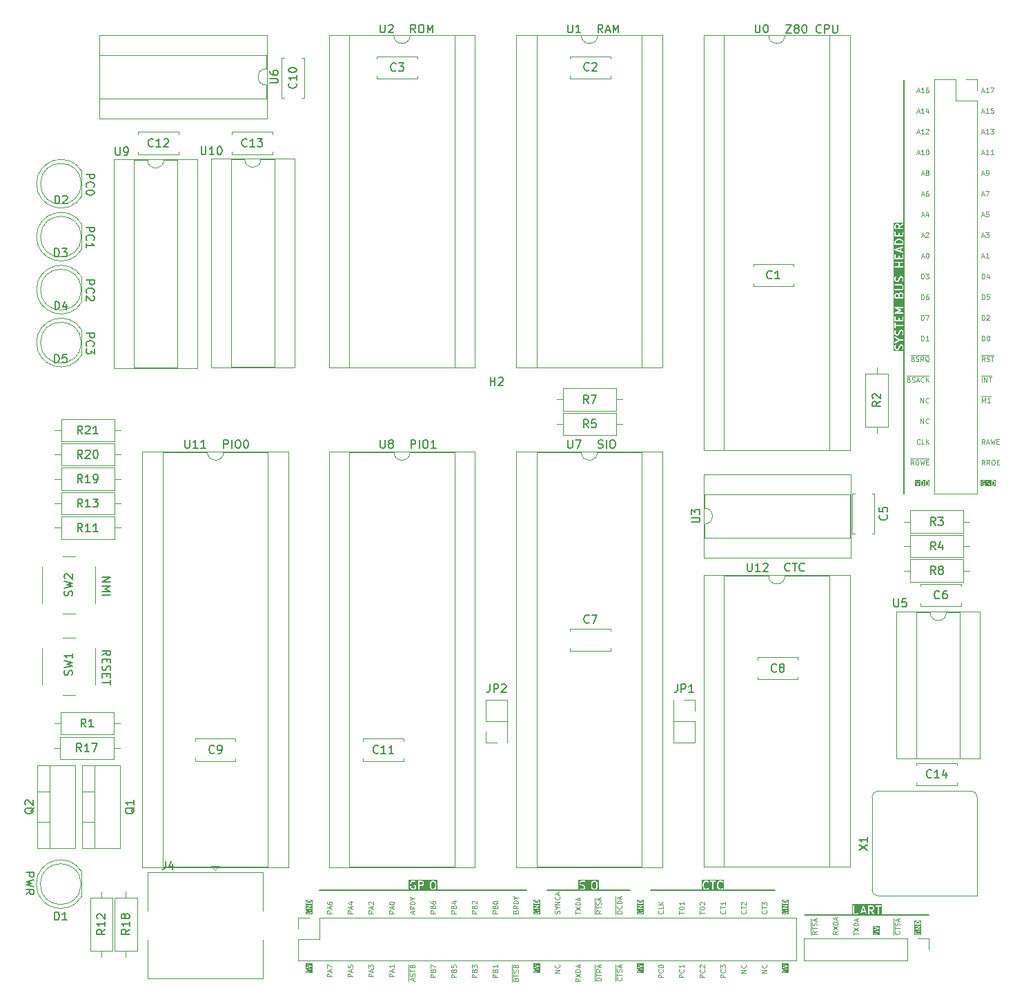
<source format=gto>
%TF.GenerationSoftware,KiCad,Pcbnew,8.0.2*%
%TF.CreationDate,2024-05-20T18:27:38+02:00*%
%TF.ProjectId,glycon,676c7963-6f6e-42e6-9b69-6361645f7063,rev?*%
%TF.SameCoordinates,Original*%
%TF.FileFunction,Legend,Top*%
%TF.FilePolarity,Positive*%
%FSLAX46Y46*%
G04 Gerber Fmt 4.6, Leading zero omitted, Abs format (unit mm)*
G04 Created by KiCad (PCBNEW 8.0.2) date 2024-05-20 18:27:38*
%MOMM*%
%LPD*%
G01*
G04 APERTURE LIST*
%ADD10C,0.150000*%
%ADD11C,0.100000*%
%ADD12C,0.120000*%
%ADD13R,1.600000X1.600000*%
%ADD14O,1.600000X1.600000*%
%ADD15C,1.600000*%
%ADD16C,6.400000*%
%ADD17R,2.000000X1.905000*%
%ADD18O,2.000000X1.905000*%
%ADD19R,1.800000X1.800000*%
%ADD20C,1.800000*%
%ADD21C,2.000000*%
%ADD22R,1.700000X1.700000*%
%ADD23O,1.700000X1.700000*%
%ADD24R,1.400000X1.400000*%
%ADD25C,1.400000*%
%ADD26C,3.000000*%
G04 APERTURE END LIST*
D10*
X187260000Y-128250000D02*
X212660000Y-128250000D01*
X215200000Y-128250000D02*
X225360000Y-128250000D01*
X259015000Y-79550000D02*
X259015000Y-28750000D01*
X227900000Y-128250000D02*
X243140000Y-128250000D01*
X246750000Y-131290000D02*
X261990000Y-131290000D01*
D11*
X209122371Y-131081353D02*
X208522371Y-131081353D01*
X208522371Y-131081353D02*
X208522371Y-130852782D01*
X208522371Y-130852782D02*
X208550942Y-130795639D01*
X208550942Y-130795639D02*
X208579514Y-130767068D01*
X208579514Y-130767068D02*
X208636657Y-130738496D01*
X208636657Y-130738496D02*
X208722371Y-130738496D01*
X208722371Y-130738496D02*
X208779514Y-130767068D01*
X208779514Y-130767068D02*
X208808085Y-130795639D01*
X208808085Y-130795639D02*
X208836657Y-130852782D01*
X208836657Y-130852782D02*
X208836657Y-131081353D01*
X208808085Y-130281353D02*
X208836657Y-130195639D01*
X208836657Y-130195639D02*
X208865228Y-130167068D01*
X208865228Y-130167068D02*
X208922371Y-130138496D01*
X208922371Y-130138496D02*
X209008085Y-130138496D01*
X209008085Y-130138496D02*
X209065228Y-130167068D01*
X209065228Y-130167068D02*
X209093800Y-130195639D01*
X209093800Y-130195639D02*
X209122371Y-130252782D01*
X209122371Y-130252782D02*
X209122371Y-130481353D01*
X209122371Y-130481353D02*
X208522371Y-130481353D01*
X208522371Y-130481353D02*
X208522371Y-130281353D01*
X208522371Y-130281353D02*
X208550942Y-130224211D01*
X208550942Y-130224211D02*
X208579514Y-130195639D01*
X208579514Y-130195639D02*
X208636657Y-130167068D01*
X208636657Y-130167068D02*
X208693800Y-130167068D01*
X208693800Y-130167068D02*
X208750942Y-130195639D01*
X208750942Y-130195639D02*
X208779514Y-130224211D01*
X208779514Y-130224211D02*
X208808085Y-130281353D01*
X208808085Y-130281353D02*
X208808085Y-130481353D01*
X208522371Y-129767068D02*
X208522371Y-129709925D01*
X208522371Y-129709925D02*
X208550942Y-129652782D01*
X208550942Y-129652782D02*
X208579514Y-129624211D01*
X208579514Y-129624211D02*
X208636657Y-129595639D01*
X208636657Y-129595639D02*
X208750942Y-129567068D01*
X208750942Y-129567068D02*
X208893800Y-129567068D01*
X208893800Y-129567068D02*
X209008085Y-129595639D01*
X209008085Y-129595639D02*
X209065228Y-129624211D01*
X209065228Y-129624211D02*
X209093800Y-129652782D01*
X209093800Y-129652782D02*
X209122371Y-129709925D01*
X209122371Y-129709925D02*
X209122371Y-129767068D01*
X209122371Y-129767068D02*
X209093800Y-129824211D01*
X209093800Y-129824211D02*
X209065228Y-129852782D01*
X209065228Y-129852782D02*
X209008085Y-129881353D01*
X209008085Y-129881353D02*
X208893800Y-129909925D01*
X208893800Y-129909925D02*
X208750942Y-129909925D01*
X208750942Y-129909925D02*
X208636657Y-129881353D01*
X208636657Y-129881353D02*
X208579514Y-129852782D01*
X208579514Y-129852782D02*
X208550942Y-129824211D01*
X208550942Y-129824211D02*
X208522371Y-129767068D01*
X198790942Y-139334361D02*
X198790942Y-139048647D01*
X198962371Y-139391504D02*
X198362371Y-139191504D01*
X198362371Y-139191504D02*
X198962371Y-138991504D01*
X198933800Y-138820075D02*
X198962371Y-138734361D01*
X198962371Y-138734361D02*
X198962371Y-138591503D01*
X198962371Y-138591503D02*
X198933800Y-138534361D01*
X198933800Y-138534361D02*
X198905228Y-138505789D01*
X198905228Y-138505789D02*
X198848085Y-138477218D01*
X198848085Y-138477218D02*
X198790942Y-138477218D01*
X198790942Y-138477218D02*
X198733800Y-138505789D01*
X198733800Y-138505789D02*
X198705228Y-138534361D01*
X198705228Y-138534361D02*
X198676657Y-138591503D01*
X198676657Y-138591503D02*
X198648085Y-138705789D01*
X198648085Y-138705789D02*
X198619514Y-138762932D01*
X198619514Y-138762932D02*
X198590942Y-138791503D01*
X198590942Y-138791503D02*
X198533800Y-138820075D01*
X198533800Y-138820075D02*
X198476657Y-138820075D01*
X198476657Y-138820075D02*
X198419514Y-138791503D01*
X198419514Y-138791503D02*
X198390942Y-138762932D01*
X198390942Y-138762932D02*
X198362371Y-138705789D01*
X198362371Y-138705789D02*
X198362371Y-138562932D01*
X198362371Y-138562932D02*
X198390942Y-138477218D01*
X198362371Y-138305789D02*
X198362371Y-137962932D01*
X198962371Y-138134360D02*
X198362371Y-138134360D01*
X198648085Y-137562931D02*
X198676657Y-137477217D01*
X198676657Y-137477217D02*
X198705228Y-137448646D01*
X198705228Y-137448646D02*
X198762371Y-137420074D01*
X198762371Y-137420074D02*
X198848085Y-137420074D01*
X198848085Y-137420074D02*
X198905228Y-137448646D01*
X198905228Y-137448646D02*
X198933800Y-137477217D01*
X198933800Y-137477217D02*
X198962371Y-137534360D01*
X198962371Y-137534360D02*
X198962371Y-137762931D01*
X198962371Y-137762931D02*
X198362371Y-137762931D01*
X198362371Y-137762931D02*
X198362371Y-137562931D01*
X198362371Y-137562931D02*
X198390942Y-137505789D01*
X198390942Y-137505789D02*
X198419514Y-137477217D01*
X198419514Y-137477217D02*
X198476657Y-137448646D01*
X198476657Y-137448646D02*
X198533800Y-137448646D01*
X198533800Y-137448646D02*
X198590942Y-137477217D01*
X198590942Y-137477217D02*
X198619514Y-137505789D01*
X198619514Y-137505789D02*
X198648085Y-137562931D01*
X198648085Y-137562931D02*
X198648085Y-137762931D01*
X198195800Y-139388647D02*
X198195800Y-137365789D01*
X219282371Y-139105789D02*
X218996657Y-139305789D01*
X219282371Y-139448646D02*
X218682371Y-139448646D01*
X218682371Y-139448646D02*
X218682371Y-139220075D01*
X218682371Y-139220075D02*
X218710942Y-139162932D01*
X218710942Y-139162932D02*
X218739514Y-139134361D01*
X218739514Y-139134361D02*
X218796657Y-139105789D01*
X218796657Y-139105789D02*
X218882371Y-139105789D01*
X218882371Y-139105789D02*
X218939514Y-139134361D01*
X218939514Y-139134361D02*
X218968085Y-139162932D01*
X218968085Y-139162932D02*
X218996657Y-139220075D01*
X218996657Y-139220075D02*
X218996657Y-139448646D01*
X218682371Y-138905789D02*
X219282371Y-138505789D01*
X218682371Y-138505789D02*
X219282371Y-138905789D01*
X219282371Y-138277217D02*
X218682371Y-138277217D01*
X218682371Y-138277217D02*
X218682371Y-138134360D01*
X218682371Y-138134360D02*
X218710942Y-138048646D01*
X218710942Y-138048646D02*
X218768085Y-137991503D01*
X218768085Y-137991503D02*
X218825228Y-137962932D01*
X218825228Y-137962932D02*
X218939514Y-137934360D01*
X218939514Y-137934360D02*
X219025228Y-137934360D01*
X219025228Y-137934360D02*
X219139514Y-137962932D01*
X219139514Y-137962932D02*
X219196657Y-137991503D01*
X219196657Y-137991503D02*
X219253800Y-138048646D01*
X219253800Y-138048646D02*
X219282371Y-138134360D01*
X219282371Y-138134360D02*
X219282371Y-138277217D01*
X219110942Y-137705789D02*
X219110942Y-137420075D01*
X219282371Y-137762932D02*
X218682371Y-137562932D01*
X218682371Y-137562932D02*
X219282371Y-137362932D01*
D10*
X158630180Y-40336779D02*
X159630180Y-40336779D01*
X159630180Y-40336779D02*
X159630180Y-40717731D01*
X159630180Y-40717731D02*
X159582561Y-40812969D01*
X159582561Y-40812969D02*
X159534942Y-40860588D01*
X159534942Y-40860588D02*
X159439704Y-40908207D01*
X159439704Y-40908207D02*
X159296847Y-40908207D01*
X159296847Y-40908207D02*
X159201609Y-40860588D01*
X159201609Y-40860588D02*
X159153990Y-40812969D01*
X159153990Y-40812969D02*
X159106371Y-40717731D01*
X159106371Y-40717731D02*
X159106371Y-40336779D01*
X158725419Y-41908207D02*
X158677800Y-41860588D01*
X158677800Y-41860588D02*
X158630180Y-41717731D01*
X158630180Y-41717731D02*
X158630180Y-41622493D01*
X158630180Y-41622493D02*
X158677800Y-41479636D01*
X158677800Y-41479636D02*
X158773038Y-41384398D01*
X158773038Y-41384398D02*
X158868276Y-41336779D01*
X158868276Y-41336779D02*
X159058752Y-41289160D01*
X159058752Y-41289160D02*
X159201609Y-41289160D01*
X159201609Y-41289160D02*
X159392085Y-41336779D01*
X159392085Y-41336779D02*
X159487323Y-41384398D01*
X159487323Y-41384398D02*
X159582561Y-41479636D01*
X159582561Y-41479636D02*
X159630180Y-41622493D01*
X159630180Y-41622493D02*
X159630180Y-41717731D01*
X159630180Y-41717731D02*
X159582561Y-41860588D01*
X159582561Y-41860588D02*
X159534942Y-41908207D01*
X159630180Y-42527255D02*
X159630180Y-42622493D01*
X159630180Y-42622493D02*
X159582561Y-42717731D01*
X159582561Y-42717731D02*
X159534942Y-42765350D01*
X159534942Y-42765350D02*
X159439704Y-42812969D01*
X159439704Y-42812969D02*
X159249228Y-42860588D01*
X159249228Y-42860588D02*
X159011133Y-42860588D01*
X159011133Y-42860588D02*
X158820657Y-42812969D01*
X158820657Y-42812969D02*
X158725419Y-42765350D01*
X158725419Y-42765350D02*
X158677800Y-42717731D01*
X158677800Y-42717731D02*
X158630180Y-42622493D01*
X158630180Y-42622493D02*
X158630180Y-42527255D01*
X158630180Y-42527255D02*
X158677800Y-42432017D01*
X158677800Y-42432017D02*
X158725419Y-42384398D01*
X158725419Y-42384398D02*
X158820657Y-42336779D01*
X158820657Y-42336779D02*
X159011133Y-42289160D01*
X159011133Y-42289160D02*
X159249228Y-42289160D01*
X159249228Y-42289160D02*
X159439704Y-42336779D01*
X159439704Y-42336779D02*
X159534942Y-42384398D01*
X159534942Y-42384398D02*
X159582561Y-42432017D01*
X159582561Y-42432017D02*
X159630180Y-42527255D01*
D11*
X261038497Y-70932371D02*
X261038497Y-70332371D01*
X261038497Y-70332371D02*
X261381354Y-70932371D01*
X261381354Y-70932371D02*
X261381354Y-70332371D01*
X262009925Y-70875228D02*
X261981353Y-70903800D01*
X261981353Y-70903800D02*
X261895639Y-70932371D01*
X261895639Y-70932371D02*
X261838496Y-70932371D01*
X261838496Y-70932371D02*
X261752782Y-70903800D01*
X261752782Y-70903800D02*
X261695639Y-70846657D01*
X261695639Y-70846657D02*
X261667068Y-70789514D01*
X261667068Y-70789514D02*
X261638496Y-70675228D01*
X261638496Y-70675228D02*
X261638496Y-70589514D01*
X261638496Y-70589514D02*
X261667068Y-70475228D01*
X261667068Y-70475228D02*
X261695639Y-70418085D01*
X261695639Y-70418085D02*
X261752782Y-70360942D01*
X261752782Y-70360942D02*
X261838496Y-70332371D01*
X261838496Y-70332371D02*
X261895639Y-70332371D01*
X261895639Y-70332371D02*
X261981353Y-70360942D01*
X261981353Y-70360942D02*
X262009925Y-70389514D01*
X239602371Y-138391502D02*
X239002371Y-138391502D01*
X239002371Y-138391502D02*
X239602371Y-138048645D01*
X239602371Y-138048645D02*
X239002371Y-138048645D01*
X239545228Y-137420074D02*
X239573800Y-137448646D01*
X239573800Y-137448646D02*
X239602371Y-137534360D01*
X239602371Y-137534360D02*
X239602371Y-137591503D01*
X239602371Y-137591503D02*
X239573800Y-137677217D01*
X239573800Y-137677217D02*
X239516657Y-137734360D01*
X239516657Y-137734360D02*
X239459514Y-137762931D01*
X239459514Y-137762931D02*
X239345228Y-137791503D01*
X239345228Y-137791503D02*
X239259514Y-137791503D01*
X239259514Y-137791503D02*
X239145228Y-137762931D01*
X239145228Y-137762931D02*
X239088085Y-137734360D01*
X239088085Y-137734360D02*
X239030942Y-137677217D01*
X239030942Y-137677217D02*
X239002371Y-137591503D01*
X239002371Y-137591503D02*
X239002371Y-137534360D01*
X239002371Y-137534360D02*
X239030942Y-137448646D01*
X239030942Y-137448646D02*
X239059514Y-137420074D01*
X231982371Y-138934360D02*
X231382371Y-138934360D01*
X231382371Y-138934360D02*
X231382371Y-138705789D01*
X231382371Y-138705789D02*
X231410942Y-138648646D01*
X231410942Y-138648646D02*
X231439514Y-138620075D01*
X231439514Y-138620075D02*
X231496657Y-138591503D01*
X231496657Y-138591503D02*
X231582371Y-138591503D01*
X231582371Y-138591503D02*
X231639514Y-138620075D01*
X231639514Y-138620075D02*
X231668085Y-138648646D01*
X231668085Y-138648646D02*
X231696657Y-138705789D01*
X231696657Y-138705789D02*
X231696657Y-138934360D01*
X231925228Y-137991503D02*
X231953800Y-138020075D01*
X231953800Y-138020075D02*
X231982371Y-138105789D01*
X231982371Y-138105789D02*
X231982371Y-138162932D01*
X231982371Y-138162932D02*
X231953800Y-138248646D01*
X231953800Y-138248646D02*
X231896657Y-138305789D01*
X231896657Y-138305789D02*
X231839514Y-138334360D01*
X231839514Y-138334360D02*
X231725228Y-138362932D01*
X231725228Y-138362932D02*
X231639514Y-138362932D01*
X231639514Y-138362932D02*
X231525228Y-138334360D01*
X231525228Y-138334360D02*
X231468085Y-138305789D01*
X231468085Y-138305789D02*
X231410942Y-138248646D01*
X231410942Y-138248646D02*
X231382371Y-138162932D01*
X231382371Y-138162932D02*
X231382371Y-138105789D01*
X231382371Y-138105789D02*
X231410942Y-138020075D01*
X231410942Y-138020075D02*
X231439514Y-137991503D01*
X231982371Y-137420075D02*
X231982371Y-137762932D01*
X231982371Y-137591503D02*
X231382371Y-137591503D01*
X231382371Y-137591503D02*
X231468085Y-137648646D01*
X231468085Y-137648646D02*
X231525228Y-137705789D01*
X231525228Y-137705789D02*
X231553800Y-137762932D01*
D10*
X158630180Y-53336779D02*
X159630180Y-53336779D01*
X159630180Y-53336779D02*
X159630180Y-53717731D01*
X159630180Y-53717731D02*
X159582561Y-53812969D01*
X159582561Y-53812969D02*
X159534942Y-53860588D01*
X159534942Y-53860588D02*
X159439704Y-53908207D01*
X159439704Y-53908207D02*
X159296847Y-53908207D01*
X159296847Y-53908207D02*
X159201609Y-53860588D01*
X159201609Y-53860588D02*
X159153990Y-53812969D01*
X159153990Y-53812969D02*
X159106371Y-53717731D01*
X159106371Y-53717731D02*
X159106371Y-53336779D01*
X158725419Y-54908207D02*
X158677800Y-54860588D01*
X158677800Y-54860588D02*
X158630180Y-54717731D01*
X158630180Y-54717731D02*
X158630180Y-54622493D01*
X158630180Y-54622493D02*
X158677800Y-54479636D01*
X158677800Y-54479636D02*
X158773038Y-54384398D01*
X158773038Y-54384398D02*
X158868276Y-54336779D01*
X158868276Y-54336779D02*
X159058752Y-54289160D01*
X159058752Y-54289160D02*
X159201609Y-54289160D01*
X159201609Y-54289160D02*
X159392085Y-54336779D01*
X159392085Y-54336779D02*
X159487323Y-54384398D01*
X159487323Y-54384398D02*
X159582561Y-54479636D01*
X159582561Y-54479636D02*
X159630180Y-54622493D01*
X159630180Y-54622493D02*
X159630180Y-54717731D01*
X159630180Y-54717731D02*
X159582561Y-54860588D01*
X159582561Y-54860588D02*
X159534942Y-54908207D01*
X159534942Y-55289160D02*
X159582561Y-55336779D01*
X159582561Y-55336779D02*
X159630180Y-55432017D01*
X159630180Y-55432017D02*
X159630180Y-55670112D01*
X159630180Y-55670112D02*
X159582561Y-55765350D01*
X159582561Y-55765350D02*
X159534942Y-55812969D01*
X159534942Y-55812969D02*
X159439704Y-55860588D01*
X159439704Y-55860588D02*
X159344466Y-55860588D01*
X159344466Y-55860588D02*
X159201609Y-55812969D01*
X159201609Y-55812969D02*
X158630180Y-55241541D01*
X158630180Y-55241541D02*
X158630180Y-55860588D01*
D11*
G36*
X256029038Y-133764461D02*
G01*
X255195704Y-133764461D01*
X255195704Y-133335639D01*
X255262371Y-133335639D01*
X255265939Y-133621425D01*
X255264502Y-133635795D01*
X255266143Y-133637801D01*
X255266177Y-133640487D01*
X255278076Y-133652386D01*
X255288735Y-133665414D01*
X255292143Y-133666453D01*
X255293237Y-133667547D01*
X255295729Y-133667547D01*
X255307396Y-133671105D01*
X255577358Y-133694717D01*
X255578950Y-133696118D01*
X255593369Y-133696118D01*
X255612527Y-133697794D01*
X255614574Y-133696118D01*
X255617218Y-133696119D01*
X255629115Y-133684222D01*
X255642146Y-133673561D01*
X255642409Y-133670928D01*
X255644278Y-133669060D01*
X255644278Y-133652237D01*
X255645954Y-133635483D01*
X255644278Y-133633435D01*
X255644279Y-133630791D01*
X255633441Y-133614570D01*
X255612783Y-133596394D01*
X255590772Y-133556994D01*
X255587987Y-133438477D01*
X255605666Y-133398660D01*
X255623044Y-133378909D01*
X255662444Y-133356898D01*
X255780959Y-133354113D01*
X255820781Y-133371793D01*
X255840529Y-133389168D01*
X255862540Y-133428569D01*
X255865325Y-133547086D01*
X255847645Y-133586906D01*
X255809034Y-133630791D01*
X255809034Y-133669059D01*
X255836094Y-133696119D01*
X255874362Y-133696119D01*
X255890583Y-133685280D01*
X255912363Y-133660524D01*
X255916560Y-133659126D01*
X255928521Y-133643714D01*
X255929912Y-133640579D01*
X255929994Y-133640487D01*
X255929994Y-133640396D01*
X255952735Y-133589174D01*
X255958565Y-133583345D01*
X255961196Y-133570117D01*
X255962245Y-133567755D01*
X255961882Y-133566667D01*
X255962371Y-133564211D01*
X255959149Y-133427095D01*
X255962245Y-133417809D01*
X255958620Y-133404573D01*
X255958565Y-133402219D01*
X255957753Y-133401407D01*
X255957092Y-133398993D01*
X255929994Y-133350485D01*
X255929994Y-133345077D01*
X255919155Y-133328856D01*
X255916708Y-133326703D01*
X255916560Y-133326438D01*
X255916313Y-133326355D01*
X255894399Y-133307075D01*
X255893001Y-133302879D01*
X255877589Y-133290918D01*
X255874454Y-133289526D01*
X255874362Y-133289445D01*
X255874271Y-133289445D01*
X255823048Y-133266703D01*
X255817219Y-133260874D01*
X255803991Y-133258242D01*
X255801629Y-133257194D01*
X255800541Y-133257556D01*
X255798085Y-133257068D01*
X255660971Y-133260289D01*
X255651684Y-133257194D01*
X255638445Y-133260818D01*
X255636094Y-133260874D01*
X255635283Y-133261684D01*
X255632868Y-133262346D01*
X255584358Y-133289445D01*
X255578950Y-133289446D01*
X255562729Y-133300284D01*
X255560574Y-133302732D01*
X255560313Y-133302879D01*
X255560231Y-133303122D01*
X255540948Y-133325039D01*
X255536754Y-133326438D01*
X255524793Y-133341850D01*
X255523401Y-133344984D01*
X255523320Y-133345077D01*
X255523320Y-133345167D01*
X255500577Y-133396389D01*
X255494748Y-133402219D01*
X255492117Y-133415444D01*
X255491068Y-133417808D01*
X255491430Y-133418896D01*
X255490942Y-133421353D01*
X255494163Y-133558468D01*
X255491068Y-133567756D01*
X255494692Y-133580991D01*
X255494748Y-133583345D01*
X255495559Y-133584156D01*
X255496221Y-133586572D01*
X255498720Y-133591046D01*
X255361843Y-133579074D01*
X255358565Y-133316505D01*
X255331505Y-133289445D01*
X255293237Y-133289445D01*
X255266177Y-133316505D01*
X255262371Y-133335639D01*
X255195704Y-133335639D01*
X255195704Y-132739183D01*
X255262497Y-132739183D01*
X255279611Y-132773412D01*
X255296560Y-132783073D01*
X255760092Y-132934581D01*
X255279611Y-133097866D01*
X255262497Y-133132095D01*
X255274598Y-133168399D01*
X255308827Y-133185513D01*
X255328182Y-133183073D01*
X255912657Y-132984447D01*
X255915916Y-132985513D01*
X255929481Y-132978730D01*
X255945131Y-132973412D01*
X255946802Y-132970069D01*
X255950144Y-132968399D01*
X255955157Y-132953360D01*
X255962246Y-132939183D01*
X255961064Y-132935639D01*
X255962246Y-132932095D01*
X255955157Y-132917917D01*
X255950144Y-132902879D01*
X255946802Y-132901208D01*
X255945131Y-132897866D01*
X255928183Y-132888205D01*
X255308827Y-132685765D01*
X255274598Y-132702879D01*
X255262497Y-132739183D01*
X255195704Y-132739183D01*
X255195704Y-132619098D01*
X256029038Y-132619098D01*
X256029038Y-133764461D01*
G37*
X268520074Y-30120942D02*
X268805789Y-30120942D01*
X268462931Y-30292371D02*
X268662931Y-29692371D01*
X268662931Y-29692371D02*
X268862931Y-30292371D01*
X269377217Y-30292371D02*
X269034360Y-30292371D01*
X269205789Y-30292371D02*
X269205789Y-29692371D01*
X269205789Y-29692371D02*
X269148646Y-29778085D01*
X269148646Y-29778085D02*
X269091503Y-29835228D01*
X269091503Y-29835228D02*
X269034360Y-29863800D01*
X269577218Y-29692371D02*
X269977218Y-29692371D01*
X269977218Y-29692371D02*
X269720075Y-30292371D01*
D10*
G36*
X255109310Y-130266871D02*
G01*
X255140637Y-130297115D01*
X255176095Y-130365972D01*
X255177080Y-130473604D01*
X255143900Y-130541985D01*
X255113655Y-130573313D01*
X255044967Y-130608684D01*
X254918816Y-130609144D01*
X254915994Y-130608646D01*
X254913660Y-130609162D01*
X254753742Y-130609745D01*
X254753209Y-130234550D01*
X255040543Y-130233503D01*
X255109310Y-130266871D01*
G37*
G36*
X254147919Y-130799406D02*
G01*
X253877879Y-130800199D01*
X254012424Y-130394742D01*
X254147919Y-130799406D01*
G37*
G36*
X256292765Y-131345930D02*
G01*
X252588651Y-131345930D01*
X252588651Y-130159819D01*
X252699762Y-130159819D01*
X252701156Y-130957543D01*
X252700351Y-130959961D01*
X252701181Y-130971648D01*
X252701203Y-130983974D01*
X252702234Y-130986463D01*
X252702425Y-130989151D01*
X252707680Y-131002883D01*
X252756370Y-131097435D01*
X252760020Y-131106247D01*
X252762403Y-131109151D01*
X252763131Y-131110564D01*
X252764629Y-131111863D01*
X252769347Y-131117612D01*
X252818382Y-131164953D01*
X252824016Y-131171450D01*
X252827161Y-131173429D01*
X252828332Y-131174560D01*
X252830159Y-131175317D01*
X252836459Y-131179282D01*
X252922348Y-131220957D01*
X252923570Y-131222179D01*
X252932429Y-131225848D01*
X252945428Y-131232156D01*
X252948117Y-131232347D01*
X252950606Y-131233378D01*
X252965238Y-131234819D01*
X253144325Y-131233560D01*
X253146333Y-131234230D01*
X253157005Y-131233471D01*
X253170346Y-131233378D01*
X253172835Y-131232346D01*
X253175523Y-131232156D01*
X253189255Y-131226901D01*
X253283809Y-131178209D01*
X253292620Y-131174560D01*
X253295522Y-131172177D01*
X253296936Y-131171450D01*
X253298236Y-131169950D01*
X253303986Y-131165232D01*
X253318267Y-131150439D01*
X253605113Y-131150439D01*
X253607188Y-131179629D01*
X253620274Y-131205802D01*
X253642381Y-131224976D01*
X253670144Y-131234230D01*
X253699334Y-131232155D01*
X253725507Y-131219069D01*
X253744681Y-131196962D01*
X253750675Y-131183536D01*
X253828520Y-130948946D01*
X254197626Y-130947862D01*
X254281033Y-131196961D01*
X254300207Y-131219068D01*
X254326380Y-131232155D01*
X254355570Y-131234230D01*
X254383332Y-131224976D01*
X254405440Y-131205802D01*
X254418526Y-131179628D01*
X254420601Y-131150438D01*
X254417341Y-131136102D01*
X254090450Y-130159819D01*
X254604524Y-130159819D01*
X254605965Y-131174451D01*
X254617164Y-131201487D01*
X254637856Y-131222179D01*
X254664892Y-131233378D01*
X254694156Y-131233378D01*
X254721192Y-131222179D01*
X254741884Y-131201487D01*
X254753083Y-131174451D01*
X254754524Y-131159819D01*
X254753953Y-130758356D01*
X254878176Y-130757904D01*
X255199081Y-131213989D01*
X255223760Y-131229716D01*
X255252577Y-131234802D01*
X255281148Y-131228472D01*
X255305122Y-131211690D01*
X255320849Y-131187012D01*
X255325934Y-131158194D01*
X255319605Y-131129623D01*
X255312395Y-131116810D01*
X255059538Y-130757439D01*
X255062436Y-130757233D01*
X255075108Y-130757187D01*
X255077597Y-130756155D01*
X255080285Y-130755965D01*
X255094017Y-130750710D01*
X255188573Y-130702017D01*
X255197382Y-130698369D01*
X255200284Y-130695986D01*
X255201698Y-130695259D01*
X255202997Y-130693760D01*
X255208747Y-130689042D01*
X255256088Y-130640006D01*
X255262583Y-130634374D01*
X255264562Y-130631228D01*
X255265693Y-130630058D01*
X255266450Y-130628230D01*
X255270415Y-130621931D01*
X255312090Y-130536041D01*
X255313312Y-130534820D01*
X255316981Y-130525960D01*
X255323289Y-130512962D01*
X255323480Y-130510272D01*
X255324511Y-130507784D01*
X255325952Y-130493152D01*
X255324747Y-130361521D01*
X255325363Y-130359675D01*
X255324637Y-130349460D01*
X255324511Y-130335663D01*
X255323480Y-130333174D01*
X255323289Y-130330485D01*
X255318034Y-130316754D01*
X255269342Y-130222199D01*
X255265693Y-130213389D01*
X255263310Y-130210486D01*
X255262583Y-130209073D01*
X255261084Y-130207773D01*
X255256366Y-130202024D01*
X255207330Y-130154682D01*
X255201698Y-130148188D01*
X255198552Y-130146208D01*
X255197495Y-130145187D01*
X255463108Y-130145187D01*
X255463108Y-130174451D01*
X255474307Y-130201487D01*
X255494999Y-130222179D01*
X255522035Y-130233378D01*
X255536667Y-130234819D01*
X255747486Y-130234300D01*
X255748822Y-131174451D01*
X255760021Y-131201487D01*
X255780713Y-131222179D01*
X255807749Y-131233378D01*
X255837013Y-131233378D01*
X255864049Y-131222179D01*
X255884741Y-131201487D01*
X255895940Y-131174451D01*
X255897381Y-131159819D01*
X255896066Y-130233935D01*
X256122727Y-130233378D01*
X256149763Y-130222179D01*
X256170455Y-130201487D01*
X256181654Y-130174451D01*
X256181654Y-130145187D01*
X256170455Y-130118151D01*
X256149763Y-130097459D01*
X256122727Y-130086260D01*
X256108095Y-130084819D01*
X255522035Y-130086260D01*
X255494999Y-130097459D01*
X255474307Y-130118151D01*
X255463108Y-130145187D01*
X255197495Y-130145187D01*
X255197382Y-130145078D01*
X255195554Y-130144320D01*
X255189255Y-130140356D01*
X255103366Y-130098681D01*
X255102144Y-130097459D01*
X255093278Y-130093786D01*
X255080285Y-130087482D01*
X255077597Y-130087291D01*
X255075108Y-130086260D01*
X255060476Y-130084819D01*
X254664892Y-130086260D01*
X254637856Y-130097459D01*
X254617164Y-130118151D01*
X254605965Y-130145187D01*
X254604524Y-130159819D01*
X254090450Y-130159819D01*
X254085563Y-130145223D01*
X254085193Y-130140010D01*
X254081029Y-130131683D01*
X254078014Y-130122676D01*
X254074502Y-130118627D01*
X254072107Y-130113836D01*
X254065003Y-130107674D01*
X254058840Y-130100569D01*
X254054046Y-130098172D01*
X254049999Y-130094662D01*
X254041077Y-130091688D01*
X254032667Y-130087483D01*
X254027322Y-130087103D01*
X254022237Y-130085408D01*
X254012857Y-130086074D01*
X254003477Y-130085408D01*
X253998391Y-130087103D01*
X253993047Y-130087483D01*
X253984639Y-130091687D01*
X253975714Y-130094662D01*
X253971663Y-130098175D01*
X253966874Y-130100570D01*
X253960715Y-130107670D01*
X253953607Y-130113836D01*
X253951210Y-130118629D01*
X253947700Y-130122677D01*
X253941706Y-130136102D01*
X253703531Y-130853850D01*
X253701203Y-130859472D01*
X253701203Y-130860867D01*
X253605113Y-131150439D01*
X253318267Y-131150439D01*
X253351327Y-131116195D01*
X253357821Y-131110564D01*
X253359800Y-131107418D01*
X253360932Y-131106247D01*
X253361689Y-131104417D01*
X253365653Y-131098121D01*
X253407328Y-131012231D01*
X253408550Y-131011010D01*
X253412219Y-131002150D01*
X253418527Y-130989152D01*
X253418718Y-130986462D01*
X253419749Y-130983974D01*
X253421190Y-130969342D01*
X253419749Y-130145187D01*
X253408550Y-130118151D01*
X253387858Y-130097459D01*
X253360822Y-130086260D01*
X253331558Y-130086260D01*
X253304522Y-130097459D01*
X253283830Y-130118151D01*
X253272631Y-130145187D01*
X253271190Y-130159819D01*
X253272570Y-130949274D01*
X253239138Y-131018175D01*
X253208892Y-131049504D01*
X253140102Y-131084928D01*
X252984933Y-131086018D01*
X252916404Y-131052767D01*
X252885077Y-131022521D01*
X252849734Y-130953890D01*
X252848321Y-130145187D01*
X252837122Y-130118151D01*
X252816430Y-130097459D01*
X252789394Y-130086260D01*
X252760130Y-130086260D01*
X252733094Y-130097459D01*
X252712402Y-130118151D01*
X252701203Y-130145187D01*
X252699762Y-130159819D01*
X252588651Y-130159819D01*
X252588651Y-129973708D01*
X256292765Y-129973708D01*
X256292765Y-131345930D01*
G37*
D11*
X268548646Y-68392371D02*
X268548646Y-67792371D01*
X268548646Y-67792371D02*
X268748646Y-68220942D01*
X268748646Y-68220942D02*
X268948646Y-67792371D01*
X268948646Y-67792371D02*
X268948646Y-68392371D01*
X269548645Y-68392371D02*
X269205788Y-68392371D01*
X269377217Y-68392371D02*
X269377217Y-67792371D01*
X269377217Y-67792371D02*
X269320074Y-67878085D01*
X269320074Y-67878085D02*
X269262931Y-67935228D01*
X269262931Y-67935228D02*
X269205788Y-67963800D01*
X268465789Y-67625800D02*
X269602932Y-67625800D01*
D10*
X198500000Y-73954819D02*
X198500000Y-72954819D01*
X198500000Y-72954819D02*
X198880952Y-72954819D01*
X198880952Y-72954819D02*
X198976190Y-73002438D01*
X198976190Y-73002438D02*
X199023809Y-73050057D01*
X199023809Y-73050057D02*
X199071428Y-73145295D01*
X199071428Y-73145295D02*
X199071428Y-73288152D01*
X199071428Y-73288152D02*
X199023809Y-73383390D01*
X199023809Y-73383390D02*
X198976190Y-73431009D01*
X198976190Y-73431009D02*
X198880952Y-73478628D01*
X198880952Y-73478628D02*
X198500000Y-73478628D01*
X199500000Y-73954819D02*
X199500000Y-72954819D01*
X200166666Y-72954819D02*
X200357142Y-72954819D01*
X200357142Y-72954819D02*
X200452380Y-73002438D01*
X200452380Y-73002438D02*
X200547618Y-73097676D01*
X200547618Y-73097676D02*
X200595237Y-73288152D01*
X200595237Y-73288152D02*
X200595237Y-73621485D01*
X200595237Y-73621485D02*
X200547618Y-73811961D01*
X200547618Y-73811961D02*
X200452380Y-73907200D01*
X200452380Y-73907200D02*
X200357142Y-73954819D01*
X200357142Y-73954819D02*
X200166666Y-73954819D01*
X200166666Y-73954819D02*
X200071428Y-73907200D01*
X200071428Y-73907200D02*
X199976190Y-73811961D01*
X199976190Y-73811961D02*
X199928571Y-73621485D01*
X199928571Y-73621485D02*
X199928571Y-73288152D01*
X199928571Y-73288152D02*
X199976190Y-73097676D01*
X199976190Y-73097676D02*
X200071428Y-73002438D01*
X200071428Y-73002438D02*
X200166666Y-72954819D01*
X201547618Y-73954819D02*
X200976190Y-73954819D01*
X201261904Y-73954819D02*
X201261904Y-72954819D01*
X201261904Y-72954819D02*
X201166666Y-73097676D01*
X201166666Y-73097676D02*
X201071428Y-73192914D01*
X201071428Y-73192914D02*
X200976190Y-73240533D01*
X158630180Y-46836779D02*
X159630180Y-46836779D01*
X159630180Y-46836779D02*
X159630180Y-47217731D01*
X159630180Y-47217731D02*
X159582561Y-47312969D01*
X159582561Y-47312969D02*
X159534942Y-47360588D01*
X159534942Y-47360588D02*
X159439704Y-47408207D01*
X159439704Y-47408207D02*
X159296847Y-47408207D01*
X159296847Y-47408207D02*
X159201609Y-47360588D01*
X159201609Y-47360588D02*
X159153990Y-47312969D01*
X159153990Y-47312969D02*
X159106371Y-47217731D01*
X159106371Y-47217731D02*
X159106371Y-46836779D01*
X158725419Y-48408207D02*
X158677800Y-48360588D01*
X158677800Y-48360588D02*
X158630180Y-48217731D01*
X158630180Y-48217731D02*
X158630180Y-48122493D01*
X158630180Y-48122493D02*
X158677800Y-47979636D01*
X158677800Y-47979636D02*
X158773038Y-47884398D01*
X158773038Y-47884398D02*
X158868276Y-47836779D01*
X158868276Y-47836779D02*
X159058752Y-47789160D01*
X159058752Y-47789160D02*
X159201609Y-47789160D01*
X159201609Y-47789160D02*
X159392085Y-47836779D01*
X159392085Y-47836779D02*
X159487323Y-47884398D01*
X159487323Y-47884398D02*
X159582561Y-47979636D01*
X159582561Y-47979636D02*
X159630180Y-48122493D01*
X159630180Y-48122493D02*
X159630180Y-48217731D01*
X159630180Y-48217731D02*
X159582561Y-48360588D01*
X159582561Y-48360588D02*
X159534942Y-48408207D01*
X158630180Y-49360588D02*
X158630180Y-48789160D01*
X158630180Y-49074874D02*
X159630180Y-49074874D01*
X159630180Y-49074874D02*
X159487323Y-48979636D01*
X159487323Y-48979636D02*
X159392085Y-48884398D01*
X159392085Y-48884398D02*
X159344466Y-48789160D01*
D11*
X211348085Y-130881353D02*
X211376657Y-130795639D01*
X211376657Y-130795639D02*
X211405228Y-130767068D01*
X211405228Y-130767068D02*
X211462371Y-130738496D01*
X211462371Y-130738496D02*
X211548085Y-130738496D01*
X211548085Y-130738496D02*
X211605228Y-130767068D01*
X211605228Y-130767068D02*
X211633800Y-130795639D01*
X211633800Y-130795639D02*
X211662371Y-130852782D01*
X211662371Y-130852782D02*
X211662371Y-131081353D01*
X211662371Y-131081353D02*
X211062371Y-131081353D01*
X211062371Y-131081353D02*
X211062371Y-130881353D01*
X211062371Y-130881353D02*
X211090942Y-130824211D01*
X211090942Y-130824211D02*
X211119514Y-130795639D01*
X211119514Y-130795639D02*
X211176657Y-130767068D01*
X211176657Y-130767068D02*
X211233800Y-130767068D01*
X211233800Y-130767068D02*
X211290942Y-130795639D01*
X211290942Y-130795639D02*
X211319514Y-130824211D01*
X211319514Y-130824211D02*
X211348085Y-130881353D01*
X211348085Y-130881353D02*
X211348085Y-131081353D01*
X211662371Y-130138496D02*
X211376657Y-130338496D01*
X211662371Y-130481353D02*
X211062371Y-130481353D01*
X211062371Y-130481353D02*
X211062371Y-130252782D01*
X211062371Y-130252782D02*
X211090942Y-130195639D01*
X211090942Y-130195639D02*
X211119514Y-130167068D01*
X211119514Y-130167068D02*
X211176657Y-130138496D01*
X211176657Y-130138496D02*
X211262371Y-130138496D01*
X211262371Y-130138496D02*
X211319514Y-130167068D01*
X211319514Y-130167068D02*
X211348085Y-130195639D01*
X211348085Y-130195639D02*
X211376657Y-130252782D01*
X211376657Y-130252782D02*
X211376657Y-130481353D01*
X211662371Y-129881353D02*
X211062371Y-129881353D01*
X211062371Y-129881353D02*
X211062371Y-129738496D01*
X211062371Y-129738496D02*
X211090942Y-129652782D01*
X211090942Y-129652782D02*
X211148085Y-129595639D01*
X211148085Y-129595639D02*
X211205228Y-129567068D01*
X211205228Y-129567068D02*
X211319514Y-129538496D01*
X211319514Y-129538496D02*
X211405228Y-129538496D01*
X211405228Y-129538496D02*
X211519514Y-129567068D01*
X211519514Y-129567068D02*
X211576657Y-129595639D01*
X211576657Y-129595639D02*
X211633800Y-129652782D01*
X211633800Y-129652782D02*
X211662371Y-129738496D01*
X211662371Y-129738496D02*
X211662371Y-129881353D01*
X211376657Y-129167068D02*
X211662371Y-129167068D01*
X211062371Y-129367068D02*
X211376657Y-129167068D01*
X211376657Y-129167068D02*
X211062371Y-128967068D01*
X229442371Y-138934360D02*
X228842371Y-138934360D01*
X228842371Y-138934360D02*
X228842371Y-138705789D01*
X228842371Y-138705789D02*
X228870942Y-138648646D01*
X228870942Y-138648646D02*
X228899514Y-138620075D01*
X228899514Y-138620075D02*
X228956657Y-138591503D01*
X228956657Y-138591503D02*
X229042371Y-138591503D01*
X229042371Y-138591503D02*
X229099514Y-138620075D01*
X229099514Y-138620075D02*
X229128085Y-138648646D01*
X229128085Y-138648646D02*
X229156657Y-138705789D01*
X229156657Y-138705789D02*
X229156657Y-138934360D01*
X229385228Y-137991503D02*
X229413800Y-138020075D01*
X229413800Y-138020075D02*
X229442371Y-138105789D01*
X229442371Y-138105789D02*
X229442371Y-138162932D01*
X229442371Y-138162932D02*
X229413800Y-138248646D01*
X229413800Y-138248646D02*
X229356657Y-138305789D01*
X229356657Y-138305789D02*
X229299514Y-138334360D01*
X229299514Y-138334360D02*
X229185228Y-138362932D01*
X229185228Y-138362932D02*
X229099514Y-138362932D01*
X229099514Y-138362932D02*
X228985228Y-138334360D01*
X228985228Y-138334360D02*
X228928085Y-138305789D01*
X228928085Y-138305789D02*
X228870942Y-138248646D01*
X228870942Y-138248646D02*
X228842371Y-138162932D01*
X228842371Y-138162932D02*
X228842371Y-138105789D01*
X228842371Y-138105789D02*
X228870942Y-138020075D01*
X228870942Y-138020075D02*
X228899514Y-137991503D01*
X228842371Y-137620075D02*
X228842371Y-137562932D01*
X228842371Y-137562932D02*
X228870942Y-137505789D01*
X228870942Y-137505789D02*
X228899514Y-137477218D01*
X228899514Y-137477218D02*
X228956657Y-137448646D01*
X228956657Y-137448646D02*
X229070942Y-137420075D01*
X229070942Y-137420075D02*
X229213800Y-137420075D01*
X229213800Y-137420075D02*
X229328085Y-137448646D01*
X229328085Y-137448646D02*
X229385228Y-137477218D01*
X229385228Y-137477218D02*
X229413800Y-137505789D01*
X229413800Y-137505789D02*
X229442371Y-137562932D01*
X229442371Y-137562932D02*
X229442371Y-137620075D01*
X229442371Y-137620075D02*
X229413800Y-137677218D01*
X229413800Y-137677218D02*
X229385228Y-137705789D01*
X229385228Y-137705789D02*
X229328085Y-137734360D01*
X229328085Y-137734360D02*
X229213800Y-137762932D01*
X229213800Y-137762932D02*
X229070942Y-137762932D01*
X229070942Y-137762932D02*
X228956657Y-137734360D01*
X228956657Y-137734360D02*
X228899514Y-137705789D01*
X228899514Y-137705789D02*
X228870942Y-137677218D01*
X228870942Y-137677218D02*
X228842371Y-137620075D01*
X248292371Y-133278496D02*
X248006657Y-133478496D01*
X248292371Y-133621353D02*
X247692371Y-133621353D01*
X247692371Y-133621353D02*
X247692371Y-133392782D01*
X247692371Y-133392782D02*
X247720942Y-133335639D01*
X247720942Y-133335639D02*
X247749514Y-133307068D01*
X247749514Y-133307068D02*
X247806657Y-133278496D01*
X247806657Y-133278496D02*
X247892371Y-133278496D01*
X247892371Y-133278496D02*
X247949514Y-133307068D01*
X247949514Y-133307068D02*
X247978085Y-133335639D01*
X247978085Y-133335639D02*
X248006657Y-133392782D01*
X248006657Y-133392782D02*
X248006657Y-133621353D01*
X247692371Y-133107068D02*
X247692371Y-132764211D01*
X248292371Y-132935639D02*
X247692371Y-132935639D01*
X248263800Y-132592782D02*
X248292371Y-132507068D01*
X248292371Y-132507068D02*
X248292371Y-132364210D01*
X248292371Y-132364210D02*
X248263800Y-132307068D01*
X248263800Y-132307068D02*
X248235228Y-132278496D01*
X248235228Y-132278496D02*
X248178085Y-132249925D01*
X248178085Y-132249925D02*
X248120942Y-132249925D01*
X248120942Y-132249925D02*
X248063800Y-132278496D01*
X248063800Y-132278496D02*
X248035228Y-132307068D01*
X248035228Y-132307068D02*
X248006657Y-132364210D01*
X248006657Y-132364210D02*
X247978085Y-132478496D01*
X247978085Y-132478496D02*
X247949514Y-132535639D01*
X247949514Y-132535639D02*
X247920942Y-132564210D01*
X247920942Y-132564210D02*
X247863800Y-132592782D01*
X247863800Y-132592782D02*
X247806657Y-132592782D01*
X247806657Y-132592782D02*
X247749514Y-132564210D01*
X247749514Y-132564210D02*
X247720942Y-132535639D01*
X247720942Y-132535639D02*
X247692371Y-132478496D01*
X247692371Y-132478496D02*
X247692371Y-132335639D01*
X247692371Y-132335639D02*
X247720942Y-132249925D01*
X248120942Y-132021353D02*
X248120942Y-131735639D01*
X248292371Y-132078496D02*
X247692371Y-131878496D01*
X247692371Y-131878496D02*
X248292371Y-131678496D01*
X247525800Y-133704211D02*
X247525800Y-131681353D01*
X268548646Y-60772371D02*
X268548646Y-60172371D01*
X268548646Y-60172371D02*
X268691503Y-60172371D01*
X268691503Y-60172371D02*
X268777217Y-60200942D01*
X268777217Y-60200942D02*
X268834360Y-60258085D01*
X268834360Y-60258085D02*
X268862931Y-60315228D01*
X268862931Y-60315228D02*
X268891503Y-60429514D01*
X268891503Y-60429514D02*
X268891503Y-60515228D01*
X268891503Y-60515228D02*
X268862931Y-60629514D01*
X268862931Y-60629514D02*
X268834360Y-60686657D01*
X268834360Y-60686657D02*
X268777217Y-60743800D01*
X268777217Y-60743800D02*
X268691503Y-60772371D01*
X268691503Y-60772371D02*
X268548646Y-60772371D01*
X269262931Y-60172371D02*
X269320074Y-60172371D01*
X269320074Y-60172371D02*
X269377217Y-60200942D01*
X269377217Y-60200942D02*
X269405789Y-60229514D01*
X269405789Y-60229514D02*
X269434360Y-60286657D01*
X269434360Y-60286657D02*
X269462931Y-60400942D01*
X269462931Y-60400942D02*
X269462931Y-60543800D01*
X269462931Y-60543800D02*
X269434360Y-60658085D01*
X269434360Y-60658085D02*
X269405789Y-60715228D01*
X269405789Y-60715228D02*
X269377217Y-60743800D01*
X269377217Y-60743800D02*
X269320074Y-60772371D01*
X269320074Y-60772371D02*
X269262931Y-60772371D01*
X269262931Y-60772371D02*
X269205789Y-60743800D01*
X269205789Y-60743800D02*
X269177217Y-60715228D01*
X269177217Y-60715228D02*
X269148646Y-60658085D01*
X269148646Y-60658085D02*
X269120074Y-60543800D01*
X269120074Y-60543800D02*
X269120074Y-60400942D01*
X269120074Y-60400942D02*
X269148646Y-60286657D01*
X269148646Y-60286657D02*
X269177217Y-60229514D01*
X269177217Y-60229514D02*
X269205789Y-60200942D01*
X269205789Y-60200942D02*
X269262931Y-60172371D01*
G36*
X226633101Y-129558432D02*
G01*
X226733868Y-129580668D01*
X226737154Y-129583219D01*
X226782122Y-129603183D01*
X226828731Y-129646373D01*
X226852380Y-129709877D01*
X226852371Y-129709925D01*
X226854559Y-129803075D01*
X226351275Y-129806169D01*
X226349402Y-129726441D01*
X226349805Y-129725736D01*
X226370754Y-129654755D01*
X226410701Y-129611646D01*
X226454570Y-129587139D01*
X226457355Y-129587004D01*
X226556381Y-129559301D01*
X226559514Y-129559925D01*
X226630784Y-129557337D01*
X226633101Y-129558432D01*
G37*
G36*
X227019038Y-131226592D02*
G01*
X226185704Y-131226592D01*
X226185704Y-130824211D01*
X226252371Y-130824211D01*
X226255160Y-130901054D01*
X226252497Y-130906381D01*
X226254937Y-130925736D01*
X226284748Y-131005785D01*
X226284748Y-131014773D01*
X226292308Y-131026087D01*
X226293169Y-131028398D01*
X226294195Y-131028911D01*
X226295587Y-131030994D01*
X226348462Y-131079991D01*
X226350313Y-131085542D01*
X226365725Y-131097504D01*
X226368866Y-131098898D01*
X226368950Y-131098976D01*
X226369041Y-131098976D01*
X226413872Y-131118879D01*
X226415461Y-131121527D01*
X226433101Y-131129860D01*
X226537062Y-131152801D01*
X226540380Y-131156119D01*
X226559514Y-131159925D01*
X226634255Y-131157211D01*
X226637869Y-131159380D01*
X226657355Y-131158432D01*
X226759201Y-131129941D01*
X226763058Y-131131227D01*
X226781874Y-131126075D01*
X226830383Y-131098976D01*
X226835791Y-131098976D01*
X226852012Y-131088137D01*
X226854402Y-131085557D01*
X226854430Y-131085542D01*
X226854437Y-131085519D01*
X226903738Y-131032316D01*
X226911573Y-131028399D01*
X226918292Y-131016609D01*
X226919994Y-131014774D01*
X226919994Y-131013625D01*
X226921234Y-131011450D01*
X226944289Y-130933334D01*
X226948565Y-130929059D01*
X226952371Y-130909925D01*
X226952201Y-130906528D01*
X226952245Y-130906381D01*
X226952188Y-130906268D01*
X226949927Y-130860960D01*
X226952245Y-130856326D01*
X226949805Y-130836970D01*
X226919994Y-130756920D01*
X226919994Y-130747934D01*
X226912434Y-130736620D01*
X226911573Y-130734308D01*
X226910545Y-130733794D01*
X226909155Y-130731713D01*
X226864362Y-130692302D01*
X226845228Y-130688496D01*
X226626094Y-130692302D01*
X226599034Y-130719362D01*
X226595228Y-130738496D01*
X226599034Y-130871916D01*
X226626094Y-130898976D01*
X226664362Y-130898976D01*
X226691422Y-130871916D01*
X226695228Y-130852782D01*
X226693370Y-130787659D01*
X226823008Y-130785408D01*
X226829403Y-130791034D01*
X226852380Y-130852734D01*
X226852371Y-130852782D01*
X226854506Y-130895573D01*
X226833987Y-130965093D01*
X226794040Y-131008203D01*
X226750172Y-131032710D01*
X226747387Y-131032846D01*
X226648359Y-131060547D01*
X226645228Y-131059925D01*
X226573957Y-131062512D01*
X226571641Y-131061418D01*
X226470873Y-131039181D01*
X226467589Y-131036632D01*
X226422621Y-131016667D01*
X226376011Y-130973477D01*
X226352361Y-130909972D01*
X226352371Y-130909925D01*
X226349846Y-130840369D01*
X226380816Y-130770612D01*
X226368715Y-130734307D01*
X226334486Y-130717193D01*
X226298182Y-130729295D01*
X226286221Y-130744707D01*
X226262006Y-130799247D01*
X226256177Y-130805077D01*
X226253545Y-130818304D01*
X226252497Y-130820667D01*
X226252859Y-130821754D01*
X226252371Y-130824211D01*
X226185704Y-130824211D01*
X226185704Y-130487659D01*
X226252770Y-130487659D01*
X226256177Y-130493621D01*
X226256177Y-130500487D01*
X226265330Y-130509640D01*
X226271756Y-130520885D01*
X226278382Y-130522692D01*
X226283237Y-130527547D01*
X226302371Y-130531353D01*
X226921505Y-130527547D01*
X226948565Y-130500487D01*
X226948565Y-130462219D01*
X226921505Y-130435159D01*
X226902371Y-130431353D01*
X226484190Y-130433923D01*
X226914903Y-130184730D01*
X226921505Y-130184690D01*
X226930470Y-130175724D01*
X226941903Y-130169110D01*
X226943709Y-130162485D01*
X226948565Y-130157630D01*
X226948565Y-130144682D01*
X226951972Y-130132190D01*
X226948565Y-130126227D01*
X226948565Y-130119362D01*
X226939411Y-130110208D01*
X226932986Y-130098964D01*
X226926359Y-130097156D01*
X226921505Y-130092302D01*
X226902371Y-130088496D01*
X226283237Y-130092302D01*
X226256177Y-130119362D01*
X226256177Y-130157630D01*
X226283237Y-130184690D01*
X226302371Y-130188496D01*
X226720550Y-130185925D01*
X226289836Y-130435118D01*
X226283237Y-130435159D01*
X226274273Y-130444122D01*
X226262839Y-130450738D01*
X226261031Y-130457364D01*
X226256177Y-130462219D01*
X226256177Y-130475166D01*
X226252770Y-130487659D01*
X226185704Y-130487659D01*
X226185704Y-129709925D01*
X226252371Y-129709925D01*
X226256177Y-129871916D01*
X226283237Y-129898976D01*
X226302371Y-129902782D01*
X226921505Y-129898976D01*
X226948565Y-129871916D01*
X226952371Y-129852782D01*
X226949239Y-129719481D01*
X226952245Y-129713469D01*
X226949805Y-129694113D01*
X226919994Y-129614063D01*
X226919994Y-129605076D01*
X226912433Y-129593761D01*
X226911573Y-129591451D01*
X226910546Y-129590937D01*
X226909155Y-129588855D01*
X226856280Y-129539860D01*
X226854430Y-129534308D01*
X226839018Y-129522347D01*
X226835874Y-129520951D01*
X226835791Y-129520874D01*
X226835700Y-129520874D01*
X226790868Y-129500969D01*
X226789280Y-129498323D01*
X226771641Y-129489990D01*
X226667679Y-129467048D01*
X226664362Y-129463731D01*
X226645228Y-129459925D01*
X226570485Y-129462638D01*
X226566872Y-129460470D01*
X226547387Y-129461418D01*
X226445540Y-129489908D01*
X226441684Y-129488623D01*
X226422868Y-129493775D01*
X226374360Y-129520874D01*
X226368950Y-129520874D01*
X226352729Y-129531713D01*
X226350336Y-129534294D01*
X226350313Y-129534308D01*
X226350306Y-129534327D01*
X226301003Y-129587534D01*
X226293169Y-129591452D01*
X226286448Y-129603242D01*
X226284748Y-129605077D01*
X226284748Y-129606224D01*
X226283508Y-129608400D01*
X226260452Y-129686515D01*
X226256177Y-129690791D01*
X226252371Y-129709925D01*
X226185704Y-129709925D01*
X226185704Y-129393258D01*
X227019038Y-129393258D01*
X227019038Y-131226592D01*
G37*
X261095639Y-53152371D02*
X261095639Y-52552371D01*
X261095639Y-52552371D02*
X261238496Y-52552371D01*
X261238496Y-52552371D02*
X261324210Y-52580942D01*
X261324210Y-52580942D02*
X261381353Y-52638085D01*
X261381353Y-52638085D02*
X261409924Y-52695228D01*
X261409924Y-52695228D02*
X261438496Y-52809514D01*
X261438496Y-52809514D02*
X261438496Y-52895228D01*
X261438496Y-52895228D02*
X261409924Y-53009514D01*
X261409924Y-53009514D02*
X261381353Y-53066657D01*
X261381353Y-53066657D02*
X261324210Y-53123800D01*
X261324210Y-53123800D02*
X261238496Y-53152371D01*
X261238496Y-53152371D02*
X261095639Y-53152371D01*
X261638496Y-52552371D02*
X262009924Y-52552371D01*
X262009924Y-52552371D02*
X261809924Y-52780942D01*
X261809924Y-52780942D02*
X261895639Y-52780942D01*
X261895639Y-52780942D02*
X261952782Y-52809514D01*
X261952782Y-52809514D02*
X261981353Y-52838085D01*
X261981353Y-52838085D02*
X262009924Y-52895228D01*
X262009924Y-52895228D02*
X262009924Y-53038085D01*
X262009924Y-53038085D02*
X261981353Y-53095228D01*
X261981353Y-53095228D02*
X261952782Y-53123800D01*
X261952782Y-53123800D02*
X261895639Y-53152371D01*
X261895639Y-53152371D02*
X261724210Y-53152371D01*
X261724210Y-53152371D02*
X261667067Y-53123800D01*
X261667067Y-53123800D02*
X261638496Y-53095228D01*
D10*
G36*
X221138150Y-127226770D02*
G01*
X221211942Y-127299152D01*
X221252635Y-127457323D01*
X221253938Y-127772077D01*
X221213824Y-127937325D01*
X221143357Y-128009166D01*
X221073911Y-128044928D01*
X220918742Y-128046018D01*
X220850420Y-128012867D01*
X220776627Y-127940485D01*
X220735934Y-127782313D01*
X220734631Y-127467559D01*
X220774745Y-127302311D01*
X220845213Y-127230470D01*
X220914658Y-127194709D01*
X221069827Y-127193619D01*
X221138150Y-127226770D01*
G37*
G36*
X221513729Y-128305930D02*
G01*
X219046270Y-128305930D01*
X219046270Y-127310295D01*
X219157381Y-127310295D01*
X219158486Y-127394601D01*
X219157970Y-127396152D01*
X219158628Y-127405421D01*
X219158822Y-127420165D01*
X219159853Y-127422654D01*
X219160044Y-127425342D01*
X219165299Y-127439074D01*
X219213991Y-127533630D01*
X219217640Y-127542439D01*
X219220022Y-127545341D01*
X219220750Y-127546755D01*
X219222248Y-127548054D01*
X219226967Y-127553804D01*
X219276002Y-127601145D01*
X219281635Y-127607640D01*
X219284780Y-127609619D01*
X219285951Y-127610750D01*
X219287778Y-127611507D01*
X219294078Y-127615472D01*
X219385310Y-127659740D01*
X219390821Y-127663823D01*
X219401836Y-127667758D01*
X219403047Y-127668346D01*
X219403587Y-127668384D01*
X219404667Y-127668770D01*
X219582150Y-127711854D01*
X219662167Y-127750680D01*
X219693494Y-127780924D01*
X219729016Y-127849905D01*
X219729805Y-127910066D01*
X219696757Y-127978175D01*
X219666511Y-128009504D01*
X219597761Y-128044907D01*
X219390980Y-128046086D01*
X219241761Y-127997789D01*
X219212571Y-127999864D01*
X219186398Y-128012950D01*
X219167224Y-128035057D01*
X219157970Y-128062820D01*
X219160045Y-128092010D01*
X219173131Y-128118183D01*
X219195238Y-128137357D01*
X219208664Y-128143351D01*
X219351245Y-128189500D01*
X219360606Y-128193378D01*
X219364369Y-128193748D01*
X219365857Y-128194230D01*
X219367831Y-128194089D01*
X219375238Y-128194819D01*
X219601842Y-128193526D01*
X219603952Y-128194230D01*
X219614894Y-128193452D01*
X219627965Y-128193378D01*
X219630454Y-128192346D01*
X219633142Y-128192156D01*
X219646874Y-128186901D01*
X219741428Y-128138209D01*
X219750239Y-128134560D01*
X219753141Y-128132177D01*
X219754555Y-128131450D01*
X219755855Y-128129950D01*
X219761605Y-128125232D01*
X219808946Y-128076195D01*
X219815440Y-128070564D01*
X219817419Y-128067418D01*
X219818551Y-128066247D01*
X219819308Y-128064417D01*
X219823272Y-128058121D01*
X219864947Y-127972231D01*
X219866169Y-127971010D01*
X219869838Y-127962150D01*
X219876146Y-127949152D01*
X219876337Y-127946462D01*
X219877368Y-127943974D01*
X219878809Y-127929342D01*
X219877703Y-127845034D01*
X219878220Y-127843484D01*
X219877561Y-127834213D01*
X219877368Y-127819472D01*
X219876337Y-127816983D01*
X219876146Y-127814294D01*
X219870891Y-127800563D01*
X219822199Y-127706008D01*
X219818550Y-127697198D01*
X219816167Y-127694295D01*
X219815440Y-127692882D01*
X219813941Y-127691582D01*
X219809223Y-127685833D01*
X219760187Y-127638491D01*
X219754555Y-127631997D01*
X219751409Y-127630017D01*
X219750239Y-127628887D01*
X219748411Y-127628129D01*
X219742112Y-127624165D01*
X219650880Y-127579898D01*
X219645369Y-127575814D01*
X219634349Y-127571876D01*
X219633142Y-127571291D01*
X219632602Y-127571252D01*
X219631523Y-127570867D01*
X219454039Y-127527782D01*
X219374023Y-127488957D01*
X219342695Y-127458712D01*
X219307173Y-127389731D01*
X219306384Y-127329570D01*
X219339433Y-127261460D01*
X219369677Y-127230133D01*
X219438428Y-127194730D01*
X219645209Y-127193551D01*
X219794428Y-127241849D01*
X219823618Y-127239774D01*
X219849792Y-127226688D01*
X219868966Y-127204580D01*
X219878220Y-127176818D01*
X219876145Y-127147628D01*
X219863058Y-127121455D01*
X219861172Y-127119819D01*
X220157381Y-127119819D01*
X220158822Y-128134451D01*
X220170021Y-128161487D01*
X220190713Y-128182179D01*
X220217749Y-128193378D01*
X220247013Y-128193378D01*
X220274049Y-128182179D01*
X220294741Y-128161487D01*
X220305940Y-128134451D01*
X220307381Y-128119819D01*
X220306434Y-127453152D01*
X220585952Y-127453152D01*
X220587312Y-127781588D01*
X220586041Y-127790131D01*
X220587385Y-127799223D01*
X220587393Y-127801117D01*
X220587815Y-127802138D01*
X220588191Y-127804675D01*
X220635012Y-127986666D01*
X220635012Y-127991592D01*
X220638356Y-127999667D01*
X220640757Y-128008997D01*
X220644076Y-128013476D01*
X220646210Y-128018628D01*
X220655538Y-128029994D01*
X220751305Y-128123932D01*
X220757825Y-128131450D01*
X220761018Y-128133460D01*
X220762141Y-128134561D01*
X220763973Y-128135319D01*
X220770268Y-128139282D01*
X220856157Y-128180957D01*
X220857379Y-128182179D01*
X220866238Y-128185848D01*
X220879237Y-128192156D01*
X220881926Y-128192347D01*
X220884415Y-128193378D01*
X220899047Y-128194819D01*
X221078134Y-128193560D01*
X221080142Y-128194230D01*
X221090814Y-128193471D01*
X221104155Y-128193378D01*
X221106644Y-128192346D01*
X221109332Y-128192156D01*
X221123064Y-128186901D01*
X221217618Y-128138209D01*
X221226429Y-128134560D01*
X221229331Y-128132177D01*
X221230745Y-128131450D01*
X221232044Y-128129951D01*
X221237794Y-128125233D01*
X221326389Y-128034909D01*
X221330391Y-128032509D01*
X221335476Y-128025645D01*
X221342360Y-128018628D01*
X221344493Y-128013476D01*
X221347813Y-128008997D01*
X221352760Y-127995151D01*
X221398000Y-127808785D01*
X221401177Y-127801117D01*
X221402074Y-127792002D01*
X221402529Y-127790131D01*
X221402366Y-127789038D01*
X221402618Y-127786485D01*
X221401257Y-127458048D01*
X221402529Y-127449506D01*
X221401184Y-127440413D01*
X221401177Y-127438520D01*
X221400754Y-127437498D01*
X221400379Y-127434962D01*
X221353558Y-127252970D01*
X221353558Y-127248045D01*
X221350212Y-127239968D01*
X221347813Y-127230640D01*
X221344494Y-127226161D01*
X221342360Y-127221008D01*
X221333032Y-127209643D01*
X221237269Y-127115711D01*
X221230745Y-127108188D01*
X221227548Y-127106175D01*
X221226429Y-127105078D01*
X221224601Y-127104320D01*
X221218302Y-127100356D01*
X221132413Y-127058681D01*
X221131191Y-127057459D01*
X221122325Y-127053786D01*
X221109332Y-127047482D01*
X221106644Y-127047291D01*
X221104155Y-127046260D01*
X221089523Y-127044819D01*
X220910434Y-127046077D01*
X220908427Y-127045408D01*
X220897754Y-127046166D01*
X220884415Y-127046260D01*
X220881926Y-127047290D01*
X220879237Y-127047482D01*
X220865506Y-127052737D01*
X220770956Y-127101425D01*
X220762141Y-127105077D01*
X220759235Y-127107461D01*
X220757825Y-127108188D01*
X220756526Y-127109684D01*
X220750776Y-127114405D01*
X220662180Y-127204726D01*
X220658179Y-127207128D01*
X220653092Y-127213991D01*
X220646211Y-127221008D01*
X220644077Y-127226158D01*
X220640757Y-127230640D01*
X220635810Y-127244486D01*
X220590569Y-127430851D01*
X220587393Y-127438520D01*
X220586495Y-127447634D01*
X220586041Y-127449506D01*
X220586203Y-127450598D01*
X220585952Y-127453152D01*
X220306434Y-127453152D01*
X220305940Y-127105187D01*
X220294741Y-127078151D01*
X220274049Y-127057459D01*
X220247013Y-127046260D01*
X220217749Y-127046260D01*
X220190713Y-127057459D01*
X220170021Y-127078151D01*
X220158822Y-127105187D01*
X220157381Y-127119819D01*
X219861172Y-127119819D01*
X219840951Y-127102281D01*
X219827526Y-127096287D01*
X219684947Y-127050138D01*
X219675584Y-127046260D01*
X219671818Y-127045889D01*
X219670332Y-127045408D01*
X219668357Y-127045548D01*
X219660952Y-127044819D01*
X219434346Y-127046111D01*
X219432237Y-127045408D01*
X219421294Y-127046185D01*
X219408225Y-127046260D01*
X219405736Y-127047290D01*
X219403047Y-127047482D01*
X219389316Y-127052737D01*
X219294761Y-127101428D01*
X219285951Y-127105078D01*
X219283048Y-127107460D01*
X219281635Y-127108188D01*
X219280335Y-127109686D01*
X219274586Y-127114405D01*
X219227244Y-127163440D01*
X219220750Y-127169073D01*
X219218770Y-127172218D01*
X219217640Y-127173389D01*
X219216882Y-127175216D01*
X219212918Y-127181516D01*
X219171243Y-127267404D01*
X219170021Y-127268627D01*
X219166348Y-127277492D01*
X219160044Y-127290486D01*
X219159853Y-127293173D01*
X219158822Y-127295663D01*
X219157381Y-127310295D01*
X219046270Y-127310295D01*
X219046270Y-126933708D01*
X221513729Y-126933708D01*
X221513729Y-128305930D01*
G37*
D11*
X261152781Y-50440942D02*
X261438496Y-50440942D01*
X261095638Y-50612371D02*
X261295638Y-50012371D01*
X261295638Y-50012371D02*
X261495638Y-50612371D01*
X261809924Y-50012371D02*
X261867067Y-50012371D01*
X261867067Y-50012371D02*
X261924210Y-50040942D01*
X261924210Y-50040942D02*
X261952782Y-50069514D01*
X261952782Y-50069514D02*
X261981353Y-50126657D01*
X261981353Y-50126657D02*
X262009924Y-50240942D01*
X262009924Y-50240942D02*
X262009924Y-50383800D01*
X262009924Y-50383800D02*
X261981353Y-50498085D01*
X261981353Y-50498085D02*
X261952782Y-50555228D01*
X261952782Y-50555228D02*
X261924210Y-50583800D01*
X261924210Y-50583800D02*
X261867067Y-50612371D01*
X261867067Y-50612371D02*
X261809924Y-50612371D01*
X261809924Y-50612371D02*
X261752782Y-50583800D01*
X261752782Y-50583800D02*
X261724210Y-50555228D01*
X261724210Y-50555228D02*
X261695639Y-50498085D01*
X261695639Y-50498085D02*
X261667067Y-50383800D01*
X261667067Y-50383800D02*
X261667067Y-50240942D01*
X261667067Y-50240942D02*
X261695639Y-50126657D01*
X261695639Y-50126657D02*
X261724210Y-50069514D01*
X261724210Y-50069514D02*
X261752782Y-50040942D01*
X261752782Y-50040942D02*
X261809924Y-50012371D01*
X237062371Y-138934360D02*
X236462371Y-138934360D01*
X236462371Y-138934360D02*
X236462371Y-138705789D01*
X236462371Y-138705789D02*
X236490942Y-138648646D01*
X236490942Y-138648646D02*
X236519514Y-138620075D01*
X236519514Y-138620075D02*
X236576657Y-138591503D01*
X236576657Y-138591503D02*
X236662371Y-138591503D01*
X236662371Y-138591503D02*
X236719514Y-138620075D01*
X236719514Y-138620075D02*
X236748085Y-138648646D01*
X236748085Y-138648646D02*
X236776657Y-138705789D01*
X236776657Y-138705789D02*
X236776657Y-138934360D01*
X237005228Y-137991503D02*
X237033800Y-138020075D01*
X237033800Y-138020075D02*
X237062371Y-138105789D01*
X237062371Y-138105789D02*
X237062371Y-138162932D01*
X237062371Y-138162932D02*
X237033800Y-138248646D01*
X237033800Y-138248646D02*
X236976657Y-138305789D01*
X236976657Y-138305789D02*
X236919514Y-138334360D01*
X236919514Y-138334360D02*
X236805228Y-138362932D01*
X236805228Y-138362932D02*
X236719514Y-138362932D01*
X236719514Y-138362932D02*
X236605228Y-138334360D01*
X236605228Y-138334360D02*
X236548085Y-138305789D01*
X236548085Y-138305789D02*
X236490942Y-138248646D01*
X236490942Y-138248646D02*
X236462371Y-138162932D01*
X236462371Y-138162932D02*
X236462371Y-138105789D01*
X236462371Y-138105789D02*
X236490942Y-138020075D01*
X236490942Y-138020075D02*
X236519514Y-137991503D01*
X236462371Y-137791503D02*
X236462371Y-137420075D01*
X236462371Y-137420075D02*
X236690942Y-137620075D01*
X236690942Y-137620075D02*
X236690942Y-137534360D01*
X236690942Y-137534360D02*
X236719514Y-137477218D01*
X236719514Y-137477218D02*
X236748085Y-137448646D01*
X236748085Y-137448646D02*
X236805228Y-137420075D01*
X236805228Y-137420075D02*
X236948085Y-137420075D01*
X236948085Y-137420075D02*
X237005228Y-137448646D01*
X237005228Y-137448646D02*
X237033800Y-137477218D01*
X237033800Y-137477218D02*
X237062371Y-137534360D01*
X237062371Y-137534360D02*
X237062371Y-137705789D01*
X237062371Y-137705789D02*
X237033800Y-137762932D01*
X237033800Y-137762932D02*
X237005228Y-137791503D01*
X201502371Y-138934360D02*
X200902371Y-138934360D01*
X200902371Y-138934360D02*
X200902371Y-138705789D01*
X200902371Y-138705789D02*
X200930942Y-138648646D01*
X200930942Y-138648646D02*
X200959514Y-138620075D01*
X200959514Y-138620075D02*
X201016657Y-138591503D01*
X201016657Y-138591503D02*
X201102371Y-138591503D01*
X201102371Y-138591503D02*
X201159514Y-138620075D01*
X201159514Y-138620075D02*
X201188085Y-138648646D01*
X201188085Y-138648646D02*
X201216657Y-138705789D01*
X201216657Y-138705789D02*
X201216657Y-138934360D01*
X201188085Y-138134360D02*
X201216657Y-138048646D01*
X201216657Y-138048646D02*
X201245228Y-138020075D01*
X201245228Y-138020075D02*
X201302371Y-137991503D01*
X201302371Y-137991503D02*
X201388085Y-137991503D01*
X201388085Y-137991503D02*
X201445228Y-138020075D01*
X201445228Y-138020075D02*
X201473800Y-138048646D01*
X201473800Y-138048646D02*
X201502371Y-138105789D01*
X201502371Y-138105789D02*
X201502371Y-138334360D01*
X201502371Y-138334360D02*
X200902371Y-138334360D01*
X200902371Y-138334360D02*
X200902371Y-138134360D01*
X200902371Y-138134360D02*
X200930942Y-138077218D01*
X200930942Y-138077218D02*
X200959514Y-138048646D01*
X200959514Y-138048646D02*
X201016657Y-138020075D01*
X201016657Y-138020075D02*
X201073800Y-138020075D01*
X201073800Y-138020075D02*
X201130942Y-138048646D01*
X201130942Y-138048646D02*
X201159514Y-138077218D01*
X201159514Y-138077218D02*
X201188085Y-138134360D01*
X201188085Y-138134360D02*
X201188085Y-138334360D01*
X200902371Y-137791503D02*
X200902371Y-137391503D01*
X200902371Y-137391503D02*
X201502371Y-137648646D01*
D10*
X160630180Y-89836779D02*
X161630180Y-89836779D01*
X161630180Y-89836779D02*
X160630180Y-90408207D01*
X160630180Y-90408207D02*
X161630180Y-90408207D01*
X160630180Y-90884398D02*
X161630180Y-90884398D01*
X161630180Y-90884398D02*
X160915895Y-91217731D01*
X160915895Y-91217731D02*
X161630180Y-91551064D01*
X161630180Y-91551064D02*
X160630180Y-91551064D01*
X160630180Y-92027255D02*
X161630180Y-92027255D01*
D11*
X193882371Y-138848646D02*
X193282371Y-138848646D01*
X193282371Y-138848646D02*
X193282371Y-138620075D01*
X193282371Y-138620075D02*
X193310942Y-138562932D01*
X193310942Y-138562932D02*
X193339514Y-138534361D01*
X193339514Y-138534361D02*
X193396657Y-138505789D01*
X193396657Y-138505789D02*
X193482371Y-138505789D01*
X193482371Y-138505789D02*
X193539514Y-138534361D01*
X193539514Y-138534361D02*
X193568085Y-138562932D01*
X193568085Y-138562932D02*
X193596657Y-138620075D01*
X193596657Y-138620075D02*
X193596657Y-138848646D01*
X193710942Y-138277218D02*
X193710942Y-137991504D01*
X193882371Y-138334361D02*
X193282371Y-138134361D01*
X193282371Y-138134361D02*
X193882371Y-137934361D01*
X193282371Y-137791503D02*
X193282371Y-137420075D01*
X193282371Y-137420075D02*
X193510942Y-137620075D01*
X193510942Y-137620075D02*
X193510942Y-137534360D01*
X193510942Y-137534360D02*
X193539514Y-137477218D01*
X193539514Y-137477218D02*
X193568085Y-137448646D01*
X193568085Y-137448646D02*
X193625228Y-137420075D01*
X193625228Y-137420075D02*
X193768085Y-137420075D01*
X193768085Y-137420075D02*
X193825228Y-137448646D01*
X193825228Y-137448646D02*
X193853800Y-137477218D01*
X193853800Y-137477218D02*
X193882371Y-137534360D01*
X193882371Y-137534360D02*
X193882371Y-137705789D01*
X193882371Y-137705789D02*
X193853800Y-137762932D01*
X193853800Y-137762932D02*
X193825228Y-137791503D01*
X237005228Y-130738496D02*
X237033800Y-130767068D01*
X237033800Y-130767068D02*
X237062371Y-130852782D01*
X237062371Y-130852782D02*
X237062371Y-130909925D01*
X237062371Y-130909925D02*
X237033800Y-130995639D01*
X237033800Y-130995639D02*
X236976657Y-131052782D01*
X236976657Y-131052782D02*
X236919514Y-131081353D01*
X236919514Y-131081353D02*
X236805228Y-131109925D01*
X236805228Y-131109925D02*
X236719514Y-131109925D01*
X236719514Y-131109925D02*
X236605228Y-131081353D01*
X236605228Y-131081353D02*
X236548085Y-131052782D01*
X236548085Y-131052782D02*
X236490942Y-130995639D01*
X236490942Y-130995639D02*
X236462371Y-130909925D01*
X236462371Y-130909925D02*
X236462371Y-130852782D01*
X236462371Y-130852782D02*
X236490942Y-130767068D01*
X236490942Y-130767068D02*
X236519514Y-130738496D01*
X236462371Y-130567068D02*
X236462371Y-130224211D01*
X237062371Y-130395639D02*
X236462371Y-130395639D01*
X237062371Y-129709925D02*
X237062371Y-130052782D01*
X237062371Y-129881353D02*
X236462371Y-129881353D01*
X236462371Y-129881353D02*
X236548085Y-129938496D01*
X236548085Y-129938496D02*
X236605228Y-129995639D01*
X236605228Y-129995639D02*
X236633800Y-130052782D01*
X261152781Y-47900942D02*
X261438496Y-47900942D01*
X261095638Y-48072371D02*
X261295638Y-47472371D01*
X261295638Y-47472371D02*
X261495638Y-48072371D01*
X261667067Y-47529514D02*
X261695639Y-47500942D01*
X261695639Y-47500942D02*
X261752782Y-47472371D01*
X261752782Y-47472371D02*
X261895639Y-47472371D01*
X261895639Y-47472371D02*
X261952782Y-47500942D01*
X261952782Y-47500942D02*
X261981353Y-47529514D01*
X261981353Y-47529514D02*
X262009924Y-47586657D01*
X262009924Y-47586657D02*
X262009924Y-47643800D01*
X262009924Y-47643800D02*
X261981353Y-47729514D01*
X261981353Y-47729514D02*
X261638496Y-48072371D01*
X261638496Y-48072371D02*
X262009924Y-48072371D01*
X206582371Y-131081353D02*
X205982371Y-131081353D01*
X205982371Y-131081353D02*
X205982371Y-130852782D01*
X205982371Y-130852782D02*
X206010942Y-130795639D01*
X206010942Y-130795639D02*
X206039514Y-130767068D01*
X206039514Y-130767068D02*
X206096657Y-130738496D01*
X206096657Y-130738496D02*
X206182371Y-130738496D01*
X206182371Y-130738496D02*
X206239514Y-130767068D01*
X206239514Y-130767068D02*
X206268085Y-130795639D01*
X206268085Y-130795639D02*
X206296657Y-130852782D01*
X206296657Y-130852782D02*
X206296657Y-131081353D01*
X206268085Y-130281353D02*
X206296657Y-130195639D01*
X206296657Y-130195639D02*
X206325228Y-130167068D01*
X206325228Y-130167068D02*
X206382371Y-130138496D01*
X206382371Y-130138496D02*
X206468085Y-130138496D01*
X206468085Y-130138496D02*
X206525228Y-130167068D01*
X206525228Y-130167068D02*
X206553800Y-130195639D01*
X206553800Y-130195639D02*
X206582371Y-130252782D01*
X206582371Y-130252782D02*
X206582371Y-130481353D01*
X206582371Y-130481353D02*
X205982371Y-130481353D01*
X205982371Y-130481353D02*
X205982371Y-130281353D01*
X205982371Y-130281353D02*
X206010942Y-130224211D01*
X206010942Y-130224211D02*
X206039514Y-130195639D01*
X206039514Y-130195639D02*
X206096657Y-130167068D01*
X206096657Y-130167068D02*
X206153800Y-130167068D01*
X206153800Y-130167068D02*
X206210942Y-130195639D01*
X206210942Y-130195639D02*
X206239514Y-130224211D01*
X206239514Y-130224211D02*
X206268085Y-130281353D01*
X206268085Y-130281353D02*
X206268085Y-130481353D01*
X206039514Y-129909925D02*
X206010942Y-129881353D01*
X206010942Y-129881353D02*
X205982371Y-129824211D01*
X205982371Y-129824211D02*
X205982371Y-129681353D01*
X205982371Y-129681353D02*
X206010942Y-129624211D01*
X206010942Y-129624211D02*
X206039514Y-129595639D01*
X206039514Y-129595639D02*
X206096657Y-129567068D01*
X206096657Y-129567068D02*
X206153800Y-129567068D01*
X206153800Y-129567068D02*
X206239514Y-129595639D01*
X206239514Y-129595639D02*
X206582371Y-129938496D01*
X206582371Y-129938496D02*
X206582371Y-129567068D01*
X193882371Y-131081353D02*
X193282371Y-131081353D01*
X193282371Y-131081353D02*
X193282371Y-130852782D01*
X193282371Y-130852782D02*
X193310942Y-130795639D01*
X193310942Y-130795639D02*
X193339514Y-130767068D01*
X193339514Y-130767068D02*
X193396657Y-130738496D01*
X193396657Y-130738496D02*
X193482371Y-130738496D01*
X193482371Y-130738496D02*
X193539514Y-130767068D01*
X193539514Y-130767068D02*
X193568085Y-130795639D01*
X193568085Y-130795639D02*
X193596657Y-130852782D01*
X193596657Y-130852782D02*
X193596657Y-131081353D01*
X193710942Y-130509925D02*
X193710942Y-130224211D01*
X193882371Y-130567068D02*
X193282371Y-130367068D01*
X193282371Y-130367068D02*
X193882371Y-130167068D01*
X193339514Y-129995639D02*
X193310942Y-129967067D01*
X193310942Y-129967067D02*
X193282371Y-129909925D01*
X193282371Y-129909925D02*
X193282371Y-129767067D01*
X193282371Y-129767067D02*
X193310942Y-129709925D01*
X193310942Y-129709925D02*
X193339514Y-129681353D01*
X193339514Y-129681353D02*
X193396657Y-129652782D01*
X193396657Y-129652782D02*
X193453800Y-129652782D01*
X193453800Y-129652782D02*
X193539514Y-129681353D01*
X193539514Y-129681353D02*
X193882371Y-130024210D01*
X193882371Y-130024210D02*
X193882371Y-129652782D01*
X268891503Y-63312371D02*
X268691503Y-63026657D01*
X268548646Y-63312371D02*
X268548646Y-62712371D01*
X268548646Y-62712371D02*
X268777217Y-62712371D01*
X268777217Y-62712371D02*
X268834360Y-62740942D01*
X268834360Y-62740942D02*
X268862931Y-62769514D01*
X268862931Y-62769514D02*
X268891503Y-62826657D01*
X268891503Y-62826657D02*
X268891503Y-62912371D01*
X268891503Y-62912371D02*
X268862931Y-62969514D01*
X268862931Y-62969514D02*
X268834360Y-62998085D01*
X268834360Y-62998085D02*
X268777217Y-63026657D01*
X268777217Y-63026657D02*
X268548646Y-63026657D01*
X269120074Y-63283800D02*
X269205789Y-63312371D01*
X269205789Y-63312371D02*
X269348646Y-63312371D01*
X269348646Y-63312371D02*
X269405789Y-63283800D01*
X269405789Y-63283800D02*
X269434360Y-63255228D01*
X269434360Y-63255228D02*
X269462931Y-63198085D01*
X269462931Y-63198085D02*
X269462931Y-63140942D01*
X269462931Y-63140942D02*
X269434360Y-63083800D01*
X269434360Y-63083800D02*
X269405789Y-63055228D01*
X269405789Y-63055228D02*
X269348646Y-63026657D01*
X269348646Y-63026657D02*
X269234360Y-62998085D01*
X269234360Y-62998085D02*
X269177217Y-62969514D01*
X269177217Y-62969514D02*
X269148646Y-62940942D01*
X269148646Y-62940942D02*
X269120074Y-62883800D01*
X269120074Y-62883800D02*
X269120074Y-62826657D01*
X269120074Y-62826657D02*
X269148646Y-62769514D01*
X269148646Y-62769514D02*
X269177217Y-62740942D01*
X269177217Y-62740942D02*
X269234360Y-62712371D01*
X269234360Y-62712371D02*
X269377217Y-62712371D01*
X269377217Y-62712371D02*
X269462931Y-62740942D01*
X269634360Y-62712371D02*
X269977218Y-62712371D01*
X269805789Y-63312371D02*
X269805789Y-62712371D01*
X268465789Y-62545800D02*
X269974361Y-62545800D01*
X268548646Y-55692371D02*
X268548646Y-55092371D01*
X268548646Y-55092371D02*
X268691503Y-55092371D01*
X268691503Y-55092371D02*
X268777217Y-55120942D01*
X268777217Y-55120942D02*
X268834360Y-55178085D01*
X268834360Y-55178085D02*
X268862931Y-55235228D01*
X268862931Y-55235228D02*
X268891503Y-55349514D01*
X268891503Y-55349514D02*
X268891503Y-55435228D01*
X268891503Y-55435228D02*
X268862931Y-55549514D01*
X268862931Y-55549514D02*
X268834360Y-55606657D01*
X268834360Y-55606657D02*
X268777217Y-55663800D01*
X268777217Y-55663800D02*
X268691503Y-55692371D01*
X268691503Y-55692371D02*
X268548646Y-55692371D01*
X269434360Y-55092371D02*
X269148646Y-55092371D01*
X269148646Y-55092371D02*
X269120074Y-55378085D01*
X269120074Y-55378085D02*
X269148646Y-55349514D01*
X269148646Y-55349514D02*
X269205789Y-55320942D01*
X269205789Y-55320942D02*
X269348646Y-55320942D01*
X269348646Y-55320942D02*
X269405789Y-55349514D01*
X269405789Y-55349514D02*
X269434360Y-55378085D01*
X269434360Y-55378085D02*
X269462931Y-55435228D01*
X269462931Y-55435228D02*
X269462931Y-55578085D01*
X269462931Y-55578085D02*
X269434360Y-55635228D01*
X269434360Y-55635228D02*
X269405789Y-55663800D01*
X269405789Y-55663800D02*
X269348646Y-55692371D01*
X269348646Y-55692371D02*
X269205789Y-55692371D01*
X269205789Y-55692371D02*
X269148646Y-55663800D01*
X269148646Y-55663800D02*
X269120074Y-55635228D01*
D10*
G36*
X258219367Y-55066575D02*
G01*
X258250694Y-55096819D01*
X258286073Y-55165522D01*
X258287082Y-55409180D01*
X257959513Y-55409646D01*
X257958520Y-55169896D01*
X257991871Y-55101164D01*
X258022115Y-55069837D01*
X258091096Y-55034315D01*
X258151257Y-55033526D01*
X258219367Y-55066575D01*
G37*
G36*
X258743176Y-55018956D02*
G01*
X258774504Y-55049201D01*
X258809875Y-55117888D01*
X258810933Y-55408436D01*
X258435701Y-55408969D01*
X258434694Y-55165885D01*
X258472566Y-55048879D01*
X258498305Y-55022218D01*
X258567162Y-54986760D01*
X258674794Y-54985775D01*
X258743176Y-55018956D01*
G37*
G36*
X258525199Y-49713547D02*
G01*
X258119742Y-49579002D01*
X258524406Y-49443507D01*
X258525199Y-49713547D01*
G37*
G36*
X258615540Y-48456320D02*
G01*
X258695350Y-48495046D01*
X258771076Y-48569323D01*
X258809867Y-48682400D01*
X258810749Y-48837008D01*
X257959398Y-48838217D01*
X257958551Y-48689550D01*
X257996290Y-48572954D01*
X258069080Y-48498745D01*
X258144215Y-48460054D01*
X258317645Y-48415436D01*
X258442417Y-48414294D01*
X258615540Y-48456320D01*
G37*
G36*
X258266986Y-46542765D02*
G01*
X258298313Y-46573009D01*
X258333684Y-46641697D01*
X258334144Y-46767848D01*
X258333646Y-46770671D01*
X258334162Y-46773004D01*
X258334745Y-46932922D01*
X257959550Y-46933455D01*
X257958503Y-46646121D01*
X257991871Y-46577354D01*
X258022115Y-46546027D01*
X258090972Y-46510569D01*
X258198604Y-46509584D01*
X258266986Y-46542765D01*
G37*
G36*
X259070930Y-62050396D02*
G01*
X257698708Y-62050396D01*
X257698708Y-61435714D01*
X257809819Y-61435714D01*
X257811111Y-61662318D01*
X257810408Y-61664428D01*
X257811185Y-61675370D01*
X257811260Y-61688441D01*
X257812291Y-61690930D01*
X257812482Y-61693618D01*
X257817737Y-61707350D01*
X257866429Y-61801906D01*
X257870078Y-61810715D01*
X257872460Y-61813617D01*
X257873188Y-61815031D01*
X257874686Y-61816330D01*
X257879405Y-61822080D01*
X257928440Y-61869421D01*
X257934073Y-61875916D01*
X257937218Y-61877895D01*
X257938389Y-61879026D01*
X257940216Y-61879783D01*
X257946516Y-61883748D01*
X258032405Y-61925423D01*
X258033627Y-61926645D01*
X258042486Y-61930314D01*
X258055485Y-61936622D01*
X258058174Y-61936813D01*
X258060663Y-61937844D01*
X258075295Y-61939285D01*
X258159601Y-61938179D01*
X258161152Y-61938696D01*
X258170421Y-61938037D01*
X258185165Y-61937844D01*
X258187654Y-61936812D01*
X258190342Y-61936622D01*
X258204074Y-61931367D01*
X258298630Y-61882674D01*
X258307439Y-61879026D01*
X258310341Y-61876643D01*
X258311755Y-61875916D01*
X258313054Y-61874417D01*
X258318804Y-61869699D01*
X258366145Y-61820663D01*
X258372640Y-61815031D01*
X258374619Y-61811885D01*
X258375750Y-61810715D01*
X258376507Y-61808887D01*
X258380472Y-61802588D01*
X258424740Y-61711355D01*
X258428823Y-61705845D01*
X258432758Y-61694829D01*
X258433346Y-61693619D01*
X258433384Y-61693078D01*
X258433770Y-61691999D01*
X258476854Y-61514515D01*
X258515680Y-61434498D01*
X258545924Y-61403171D01*
X258614905Y-61367649D01*
X258675066Y-61366860D01*
X258743176Y-61399909D01*
X258774504Y-61430154D01*
X258809907Y-61498904D01*
X258811086Y-61705685D01*
X258762789Y-61854905D01*
X258764864Y-61884095D01*
X258777950Y-61910268D01*
X258800057Y-61929442D01*
X258827820Y-61938696D01*
X258857010Y-61936621D01*
X258883183Y-61923535D01*
X258902357Y-61901428D01*
X258908351Y-61888002D01*
X258954500Y-61745420D01*
X258958378Y-61736060D01*
X258958748Y-61732296D01*
X258959230Y-61730809D01*
X258959089Y-61728834D01*
X258959819Y-61721428D01*
X258958526Y-61494822D01*
X258959230Y-61492713D01*
X258958452Y-61481770D01*
X258958378Y-61468701D01*
X258957347Y-61466212D01*
X258957156Y-61463523D01*
X258951901Y-61449792D01*
X258903209Y-61355237D01*
X258899560Y-61346427D01*
X258897177Y-61343524D01*
X258896450Y-61342111D01*
X258894950Y-61340810D01*
X258890232Y-61335061D01*
X258841195Y-61287719D01*
X258835564Y-61281226D01*
X258832418Y-61279246D01*
X258831247Y-61278115D01*
X258829417Y-61277357D01*
X258823121Y-61273394D01*
X258737232Y-61231719D01*
X258736010Y-61230497D01*
X258727144Y-61226824D01*
X258714151Y-61220520D01*
X258711463Y-61220329D01*
X258708974Y-61219298D01*
X258694342Y-61217857D01*
X258610034Y-61218962D01*
X258608484Y-61218446D01*
X258599213Y-61219104D01*
X258584472Y-61219298D01*
X258581983Y-61220328D01*
X258579294Y-61220520D01*
X258565563Y-61225775D01*
X258471008Y-61274466D01*
X258462198Y-61278116D01*
X258459295Y-61280498D01*
X258457882Y-61281226D01*
X258456582Y-61282724D01*
X258450833Y-61287443D01*
X258403491Y-61336478D01*
X258396997Y-61342111D01*
X258395017Y-61345256D01*
X258393887Y-61346427D01*
X258393129Y-61348254D01*
X258389165Y-61354554D01*
X258344898Y-61445785D01*
X258340814Y-61451297D01*
X258336876Y-61462316D01*
X258336291Y-61463524D01*
X258336252Y-61464063D01*
X258335867Y-61465143D01*
X258292782Y-61642626D01*
X258253957Y-61722642D01*
X258223712Y-61753970D01*
X258154731Y-61789492D01*
X258094570Y-61790281D01*
X258026461Y-61757233D01*
X257995133Y-61726988D01*
X257959730Y-61658237D01*
X257958551Y-61451456D01*
X258006849Y-61302238D01*
X258004774Y-61273048D01*
X257991688Y-61246874D01*
X257969580Y-61227700D01*
X257941818Y-61218446D01*
X257912628Y-61220521D01*
X257886455Y-61233608D01*
X257867281Y-61255715D01*
X257861287Y-61269140D01*
X257815138Y-61411718D01*
X257811260Y-61421082D01*
X257810889Y-61424847D01*
X257810408Y-61426334D01*
X257810548Y-61428308D01*
X257809819Y-61435714D01*
X257698708Y-61435714D01*
X257698708Y-60342150D01*
X257809838Y-60342150D01*
X257816186Y-60370716D01*
X257832983Y-60394679D01*
X257844553Y-60403751D01*
X258270240Y-60673288D01*
X257832983Y-60952939D01*
X257816186Y-60976902D01*
X257809838Y-61005468D01*
X257814905Y-61034290D01*
X257830616Y-61058978D01*
X257854579Y-61075775D01*
X257883145Y-61082123D01*
X257911967Y-61077056D01*
X257925085Y-61070417D01*
X258428036Y-60748752D01*
X258899451Y-60747368D01*
X258926487Y-60736169D01*
X258947179Y-60715477D01*
X258958378Y-60688441D01*
X258958378Y-60659177D01*
X258947179Y-60632141D01*
X258926487Y-60611449D01*
X258899451Y-60600250D01*
X258884819Y-60598809D01*
X258432473Y-60600137D01*
X257911967Y-60270562D01*
X257883145Y-60265495D01*
X257854579Y-60271843D01*
X257830616Y-60288640D01*
X257814905Y-60313328D01*
X257809838Y-60342150D01*
X257698708Y-60342150D01*
X257698708Y-59626190D01*
X257809819Y-59626190D01*
X257811111Y-59852794D01*
X257810408Y-59854904D01*
X257811185Y-59865846D01*
X257811260Y-59878917D01*
X257812291Y-59881406D01*
X257812482Y-59884094D01*
X257817737Y-59897826D01*
X257866429Y-59992382D01*
X257870078Y-60001191D01*
X257872460Y-60004093D01*
X257873188Y-60005507D01*
X257874686Y-60006806D01*
X257879405Y-60012556D01*
X257928440Y-60059897D01*
X257934073Y-60066392D01*
X257937218Y-60068371D01*
X257938389Y-60069502D01*
X257940216Y-60070259D01*
X257946516Y-60074224D01*
X258032405Y-60115899D01*
X258033627Y-60117121D01*
X258042486Y-60120790D01*
X258055485Y-60127098D01*
X258058174Y-60127289D01*
X258060663Y-60128320D01*
X258075295Y-60129761D01*
X258159601Y-60128655D01*
X258161152Y-60129172D01*
X258170421Y-60128513D01*
X258185165Y-60128320D01*
X258187654Y-60127288D01*
X258190342Y-60127098D01*
X258204074Y-60121843D01*
X258298630Y-60073150D01*
X258307439Y-60069502D01*
X258310341Y-60067119D01*
X258311755Y-60066392D01*
X258313054Y-60064893D01*
X258318804Y-60060175D01*
X258366145Y-60011139D01*
X258372640Y-60005507D01*
X258374619Y-60002361D01*
X258375750Y-60001191D01*
X258376507Y-59999363D01*
X258380472Y-59993064D01*
X258424740Y-59901831D01*
X258428823Y-59896321D01*
X258432758Y-59885305D01*
X258433346Y-59884095D01*
X258433384Y-59883554D01*
X258433770Y-59882475D01*
X258476854Y-59704991D01*
X258515680Y-59624974D01*
X258545924Y-59593647D01*
X258614905Y-59558125D01*
X258675066Y-59557336D01*
X258743176Y-59590385D01*
X258774504Y-59620630D01*
X258809907Y-59689380D01*
X258811086Y-59896161D01*
X258762789Y-60045381D01*
X258764864Y-60074571D01*
X258777950Y-60100744D01*
X258800057Y-60119918D01*
X258827820Y-60129172D01*
X258857010Y-60127097D01*
X258883183Y-60114011D01*
X258902357Y-60091904D01*
X258908351Y-60078478D01*
X258954500Y-59935896D01*
X258958378Y-59926536D01*
X258958748Y-59922772D01*
X258959230Y-59921285D01*
X258959089Y-59919310D01*
X258959819Y-59911904D01*
X258958526Y-59685298D01*
X258959230Y-59683189D01*
X258958452Y-59672246D01*
X258958378Y-59659177D01*
X258957347Y-59656688D01*
X258957156Y-59653999D01*
X258951901Y-59640268D01*
X258903209Y-59545713D01*
X258899560Y-59536903D01*
X258897177Y-59534000D01*
X258896450Y-59532587D01*
X258894950Y-59531286D01*
X258890232Y-59525537D01*
X258841195Y-59478195D01*
X258835564Y-59471702D01*
X258832418Y-59469722D01*
X258831247Y-59468591D01*
X258829417Y-59467833D01*
X258823121Y-59463870D01*
X258737232Y-59422195D01*
X258736010Y-59420973D01*
X258727144Y-59417300D01*
X258714151Y-59410996D01*
X258711463Y-59410805D01*
X258708974Y-59409774D01*
X258694342Y-59408333D01*
X258610034Y-59409438D01*
X258608484Y-59408922D01*
X258599213Y-59409580D01*
X258584472Y-59409774D01*
X258581983Y-59410804D01*
X258579294Y-59410996D01*
X258565563Y-59416251D01*
X258471008Y-59464942D01*
X258462198Y-59468592D01*
X258459295Y-59470974D01*
X258457882Y-59471702D01*
X258456582Y-59473200D01*
X258450833Y-59477919D01*
X258403491Y-59526954D01*
X258396997Y-59532587D01*
X258395017Y-59535732D01*
X258393887Y-59536903D01*
X258393129Y-59538730D01*
X258389165Y-59545030D01*
X258344898Y-59636261D01*
X258340814Y-59641773D01*
X258336876Y-59652792D01*
X258336291Y-59654000D01*
X258336252Y-59654539D01*
X258335867Y-59655619D01*
X258292782Y-59833102D01*
X258253957Y-59913118D01*
X258223712Y-59944446D01*
X258154731Y-59979968D01*
X258094570Y-59980757D01*
X258026461Y-59947709D01*
X257995133Y-59917464D01*
X257959730Y-59848713D01*
X257958551Y-59641932D01*
X258006849Y-59492714D01*
X258004774Y-59463524D01*
X257991688Y-59437350D01*
X257969580Y-59418176D01*
X257941818Y-59408922D01*
X257912628Y-59410997D01*
X257886455Y-59424084D01*
X257867281Y-59446191D01*
X257861287Y-59459616D01*
X257815138Y-59602194D01*
X257811260Y-59611558D01*
X257810889Y-59615323D01*
X257810408Y-59616810D01*
X257810548Y-59618784D01*
X257809819Y-59626190D01*
X257698708Y-59626190D01*
X257698708Y-58626190D01*
X257809819Y-58626190D01*
X257811260Y-59212250D01*
X257822459Y-59239286D01*
X257843151Y-59259978D01*
X257870187Y-59271177D01*
X257899451Y-59271177D01*
X257926487Y-59259978D01*
X257947179Y-59239286D01*
X257958378Y-59212250D01*
X257959819Y-59197618D01*
X257959300Y-58986798D01*
X258899451Y-58985463D01*
X258926487Y-58974264D01*
X258947179Y-58953572D01*
X258958378Y-58926536D01*
X258958378Y-58897272D01*
X258947179Y-58870236D01*
X258926487Y-58849544D01*
X258899451Y-58838345D01*
X258884819Y-58836904D01*
X257958935Y-58838218D01*
X257958378Y-58611558D01*
X257947179Y-58584522D01*
X257926487Y-58563830D01*
X257899451Y-58552631D01*
X257870187Y-58552631D01*
X257843151Y-58563830D01*
X257822459Y-58584522D01*
X257811260Y-58611558D01*
X257809819Y-58626190D01*
X257698708Y-58626190D01*
X257698708Y-57816666D01*
X257809819Y-57816666D01*
X257811260Y-58307488D01*
X257822459Y-58334524D01*
X257843151Y-58355216D01*
X257870187Y-58366415D01*
X257884819Y-58367856D01*
X258899451Y-58366415D01*
X258926487Y-58355216D01*
X258947179Y-58334524D01*
X258958378Y-58307488D01*
X258959819Y-58292856D01*
X258958378Y-57802034D01*
X258947179Y-57774998D01*
X258926487Y-57754306D01*
X258899451Y-57743107D01*
X258870187Y-57743107D01*
X258843151Y-57754306D01*
X258822459Y-57774998D01*
X258811260Y-57802034D01*
X258809819Y-57816666D01*
X258810997Y-58217960D01*
X258435701Y-58218493D01*
X258434568Y-57944891D01*
X258423369Y-57917855D01*
X258402677Y-57897163D01*
X258375641Y-57885964D01*
X258346377Y-57885964D01*
X258319341Y-57897163D01*
X258298649Y-57917855D01*
X258287450Y-57944891D01*
X258286009Y-57959523D01*
X258287082Y-58218704D01*
X257959602Y-58219170D01*
X257958378Y-57802034D01*
X257947179Y-57774998D01*
X257926487Y-57754306D01*
X257899451Y-57743107D01*
X257870187Y-57743107D01*
X257843151Y-57754306D01*
X257822459Y-57774998D01*
X257811260Y-57802034D01*
X257809819Y-57816666D01*
X257698708Y-57816666D01*
X257698708Y-56732816D01*
X257810689Y-56732816D01*
X257811260Y-56734386D01*
X257811260Y-56736060D01*
X257816241Y-56748086D01*
X257820689Y-56760317D01*
X257821818Y-56761550D01*
X257822459Y-56763096D01*
X257831664Y-56772301D01*
X257840453Y-56781898D01*
X257842435Y-56783072D01*
X257843151Y-56783788D01*
X257844787Y-56784466D01*
X257853103Y-56789392D01*
X258423422Y-57054295D01*
X257854592Y-57320994D01*
X257843151Y-57325734D01*
X257841974Y-57326910D01*
X257840453Y-57327624D01*
X257831664Y-57337220D01*
X257822459Y-57346426D01*
X257821818Y-57347971D01*
X257820689Y-57349205D01*
X257816241Y-57361435D01*
X257811260Y-57373462D01*
X257811260Y-57375135D01*
X257810689Y-57376706D01*
X257811260Y-57389707D01*
X257811260Y-57402726D01*
X257811899Y-57404270D01*
X257811973Y-57405942D01*
X257817479Y-57417740D01*
X257822459Y-57429762D01*
X257823641Y-57430944D01*
X257824349Y-57432460D01*
X257833945Y-57441248D01*
X257843151Y-57450454D01*
X257844696Y-57451094D01*
X257845930Y-57452224D01*
X257858160Y-57456671D01*
X257870187Y-57461653D01*
X257872482Y-57461879D01*
X257873431Y-57462224D01*
X257875197Y-57462146D01*
X257884819Y-57463094D01*
X258899451Y-57461653D01*
X258926487Y-57450454D01*
X258947179Y-57429762D01*
X258958378Y-57402726D01*
X258958378Y-57373462D01*
X258947179Y-57346426D01*
X258926487Y-57325734D01*
X258899451Y-57314535D01*
X258884819Y-57313094D01*
X258219441Y-57314038D01*
X258627619Y-57122663D01*
X258637993Y-57118891D01*
X258640435Y-57116654D01*
X258643471Y-57115231D01*
X258651168Y-57106825D01*
X258659575Y-57099127D01*
X258660984Y-57096106D01*
X258663234Y-57093650D01*
X258667128Y-57082940D01*
X258671950Y-57072609D01*
X258672096Y-57069280D01*
X258673235Y-57066149D01*
X258672734Y-57054761D01*
X258673235Y-57043373D01*
X258672096Y-57040241D01*
X258671950Y-57036913D01*
X258667128Y-57026581D01*
X258663234Y-57015872D01*
X258660984Y-57013415D01*
X258659575Y-57010395D01*
X258651168Y-57002696D01*
X258643471Y-56994291D01*
X258639275Y-56991805D01*
X258637993Y-56990631D01*
X258636180Y-56989971D01*
X258630821Y-56986797D01*
X258219944Y-56795952D01*
X258899451Y-56794987D01*
X258926487Y-56783788D01*
X258947179Y-56763096D01*
X258958378Y-56736060D01*
X258958378Y-56706796D01*
X258947179Y-56679760D01*
X258926487Y-56659068D01*
X258899451Y-56647869D01*
X258884819Y-56646428D01*
X257885923Y-56647846D01*
X257873431Y-56647298D01*
X257871867Y-56647866D01*
X257870187Y-56647869D01*
X257858160Y-56652850D01*
X257845930Y-56657298D01*
X257844696Y-56658427D01*
X257843151Y-56659068D01*
X257833945Y-56668273D01*
X257824349Y-56677062D01*
X257823641Y-56678577D01*
X257822459Y-56679760D01*
X257817479Y-56691781D01*
X257811973Y-56703580D01*
X257811899Y-56705251D01*
X257811260Y-56706796D01*
X257811260Y-56719814D01*
X257810689Y-56732816D01*
X257698708Y-56732816D01*
X257698708Y-55149999D01*
X257809819Y-55149999D01*
X257811260Y-55497964D01*
X257822459Y-55525000D01*
X257843151Y-55545692D01*
X257870187Y-55556891D01*
X257884819Y-55558332D01*
X258899451Y-55556891D01*
X258926487Y-55545692D01*
X258947179Y-55525000D01*
X258958378Y-55497964D01*
X258959819Y-55483332D01*
X258958473Y-55114028D01*
X258959230Y-55111760D01*
X258958424Y-55100418D01*
X258958378Y-55087748D01*
X258957347Y-55085259D01*
X258957156Y-55082570D01*
X258951901Y-55068839D01*
X258903209Y-54974284D01*
X258899560Y-54965474D01*
X258897177Y-54962571D01*
X258896450Y-54961158D01*
X258894950Y-54959857D01*
X258890232Y-54954108D01*
X258841195Y-54906766D01*
X258835564Y-54900273D01*
X258832418Y-54898293D01*
X258831247Y-54897162D01*
X258829417Y-54896404D01*
X258823121Y-54892441D01*
X258737232Y-54850766D01*
X258736010Y-54849544D01*
X258727144Y-54845871D01*
X258714151Y-54839567D01*
X258711463Y-54839376D01*
X258708974Y-54838345D01*
X258694342Y-54836904D01*
X258562711Y-54838108D01*
X258560865Y-54837493D01*
X258550650Y-54838218D01*
X258536853Y-54838345D01*
X258534364Y-54839375D01*
X258531675Y-54839567D01*
X258517944Y-54844822D01*
X258423389Y-54893513D01*
X258414579Y-54897163D01*
X258411676Y-54899545D01*
X258410263Y-54900273D01*
X258408963Y-54901771D01*
X258403214Y-54906490D01*
X258363798Y-54947316D01*
X258362645Y-54947893D01*
X258357371Y-54953972D01*
X258346268Y-54965474D01*
X258345236Y-54967964D01*
X258343471Y-54970000D01*
X258340485Y-54976686D01*
X258317387Y-54954386D01*
X258311755Y-54947892D01*
X258308609Y-54945912D01*
X258307439Y-54944782D01*
X258305611Y-54944024D01*
X258299312Y-54940060D01*
X258213423Y-54898385D01*
X258212201Y-54897163D01*
X258203335Y-54893490D01*
X258190342Y-54887186D01*
X258187654Y-54886995D01*
X258185165Y-54885964D01*
X258170533Y-54884523D01*
X258086225Y-54885628D01*
X258084675Y-54885112D01*
X258075404Y-54885770D01*
X258060663Y-54885964D01*
X258058174Y-54886994D01*
X258055485Y-54887186D01*
X258041754Y-54892441D01*
X257947199Y-54941132D01*
X257938389Y-54944782D01*
X257935486Y-54947164D01*
X257934073Y-54947892D01*
X257932773Y-54949390D01*
X257927024Y-54954109D01*
X257879682Y-55003144D01*
X257873188Y-55008777D01*
X257871208Y-55011922D01*
X257870078Y-55013093D01*
X257869320Y-55014920D01*
X257865356Y-55021220D01*
X257823681Y-55107108D01*
X257822459Y-55108331D01*
X257818786Y-55117196D01*
X257812482Y-55130190D01*
X257812291Y-55132877D01*
X257811260Y-55135367D01*
X257809819Y-55149999D01*
X257698708Y-55149999D01*
X257698708Y-53897272D01*
X257811260Y-53897272D01*
X257811260Y-53926536D01*
X257822459Y-53953572D01*
X257843151Y-53974264D01*
X257870187Y-53985463D01*
X257884819Y-53986904D01*
X258674274Y-53985523D01*
X258743176Y-54018956D01*
X258774504Y-54049201D01*
X258809928Y-54117991D01*
X258811018Y-54273160D01*
X258777767Y-54341689D01*
X258747521Y-54373016D01*
X258678890Y-54408359D01*
X257870187Y-54409773D01*
X257843151Y-54420972D01*
X257822459Y-54441664D01*
X257811260Y-54468700D01*
X257811260Y-54497964D01*
X257822459Y-54525000D01*
X257843151Y-54545692D01*
X257870187Y-54556891D01*
X257884819Y-54558332D01*
X258682543Y-54556937D01*
X258684961Y-54557743D01*
X258696648Y-54556912D01*
X258708974Y-54556891D01*
X258711463Y-54555859D01*
X258714151Y-54555669D01*
X258727883Y-54550414D01*
X258822435Y-54501723D01*
X258831247Y-54498074D01*
X258834151Y-54495690D01*
X258835564Y-54494963D01*
X258836863Y-54493464D01*
X258842612Y-54488747D01*
X258889953Y-54439711D01*
X258896450Y-54434078D01*
X258898429Y-54430932D01*
X258899560Y-54429762D01*
X258900317Y-54427934D01*
X258904282Y-54421635D01*
X258945957Y-54335745D01*
X258947179Y-54334524D01*
X258950848Y-54325664D01*
X258957156Y-54312666D01*
X258957347Y-54309976D01*
X258958378Y-54307488D01*
X258959819Y-54292856D01*
X258958560Y-54113767D01*
X258959230Y-54111760D01*
X258958471Y-54101087D01*
X258958378Y-54087748D01*
X258957347Y-54085259D01*
X258957156Y-54082570D01*
X258951901Y-54068839D01*
X258903209Y-53974284D01*
X258899560Y-53965474D01*
X258897177Y-53962571D01*
X258896450Y-53961158D01*
X258894950Y-53959857D01*
X258890232Y-53954108D01*
X258841195Y-53906766D01*
X258835564Y-53900273D01*
X258832418Y-53898293D01*
X258831247Y-53897162D01*
X258829417Y-53896404D01*
X258823121Y-53892441D01*
X258737232Y-53850766D01*
X258736010Y-53849544D01*
X258727144Y-53845871D01*
X258714151Y-53839567D01*
X258711463Y-53839376D01*
X258708974Y-53838345D01*
X258694342Y-53836904D01*
X257870187Y-53838345D01*
X257843151Y-53849544D01*
X257822459Y-53870236D01*
X257811260Y-53897272D01*
X257698708Y-53897272D01*
X257698708Y-53054761D01*
X257809819Y-53054761D01*
X257811111Y-53281365D01*
X257810408Y-53283475D01*
X257811185Y-53294417D01*
X257811260Y-53307488D01*
X257812291Y-53309977D01*
X257812482Y-53312665D01*
X257817737Y-53326397D01*
X257866429Y-53420953D01*
X257870078Y-53429762D01*
X257872460Y-53432664D01*
X257873188Y-53434078D01*
X257874686Y-53435377D01*
X257879405Y-53441127D01*
X257928440Y-53488468D01*
X257934073Y-53494963D01*
X257937218Y-53496942D01*
X257938389Y-53498073D01*
X257940216Y-53498830D01*
X257946516Y-53502795D01*
X258032405Y-53544470D01*
X258033627Y-53545692D01*
X258042486Y-53549361D01*
X258055485Y-53555669D01*
X258058174Y-53555860D01*
X258060663Y-53556891D01*
X258075295Y-53558332D01*
X258159601Y-53557226D01*
X258161152Y-53557743D01*
X258170421Y-53557084D01*
X258185165Y-53556891D01*
X258187654Y-53555859D01*
X258190342Y-53555669D01*
X258204074Y-53550414D01*
X258298630Y-53501721D01*
X258307439Y-53498073D01*
X258310341Y-53495690D01*
X258311755Y-53494963D01*
X258313054Y-53493464D01*
X258318804Y-53488746D01*
X258366145Y-53439710D01*
X258372640Y-53434078D01*
X258374619Y-53430932D01*
X258375750Y-53429762D01*
X258376507Y-53427934D01*
X258380472Y-53421635D01*
X258424740Y-53330402D01*
X258428823Y-53324892D01*
X258432758Y-53313876D01*
X258433346Y-53312666D01*
X258433384Y-53312125D01*
X258433770Y-53311046D01*
X258476854Y-53133562D01*
X258515680Y-53053545D01*
X258545924Y-53022218D01*
X258614905Y-52986696D01*
X258675066Y-52985907D01*
X258743176Y-53018956D01*
X258774504Y-53049201D01*
X258809907Y-53117951D01*
X258811086Y-53324732D01*
X258762789Y-53473952D01*
X258764864Y-53503142D01*
X258777950Y-53529315D01*
X258800057Y-53548489D01*
X258827820Y-53557743D01*
X258857010Y-53555668D01*
X258883183Y-53542582D01*
X258902357Y-53520475D01*
X258908351Y-53507049D01*
X258954500Y-53364467D01*
X258958378Y-53355107D01*
X258958748Y-53351343D01*
X258959230Y-53349856D01*
X258959089Y-53347881D01*
X258959819Y-53340475D01*
X258958526Y-53113869D01*
X258959230Y-53111760D01*
X258958452Y-53100817D01*
X258958378Y-53087748D01*
X258957347Y-53085259D01*
X258957156Y-53082570D01*
X258951901Y-53068839D01*
X258903209Y-52974284D01*
X258899560Y-52965474D01*
X258897177Y-52962571D01*
X258896450Y-52961158D01*
X258894950Y-52959857D01*
X258890232Y-52954108D01*
X258841195Y-52906766D01*
X258835564Y-52900273D01*
X258832418Y-52898293D01*
X258831247Y-52897162D01*
X258829417Y-52896404D01*
X258823121Y-52892441D01*
X258737232Y-52850766D01*
X258736010Y-52849544D01*
X258727144Y-52845871D01*
X258714151Y-52839567D01*
X258711463Y-52839376D01*
X258708974Y-52838345D01*
X258694342Y-52836904D01*
X258610034Y-52838009D01*
X258608484Y-52837493D01*
X258599213Y-52838151D01*
X258584472Y-52838345D01*
X258581983Y-52839375D01*
X258579294Y-52839567D01*
X258565563Y-52844822D01*
X258471008Y-52893513D01*
X258462198Y-52897163D01*
X258459295Y-52899545D01*
X258457882Y-52900273D01*
X258456582Y-52901771D01*
X258450833Y-52906490D01*
X258403491Y-52955525D01*
X258396997Y-52961158D01*
X258395017Y-52964303D01*
X258393887Y-52965474D01*
X258393129Y-52967301D01*
X258389165Y-52973601D01*
X258344898Y-53064832D01*
X258340814Y-53070344D01*
X258336876Y-53081363D01*
X258336291Y-53082571D01*
X258336252Y-53083110D01*
X258335867Y-53084190D01*
X258292782Y-53261673D01*
X258253957Y-53341689D01*
X258223712Y-53373017D01*
X258154731Y-53408539D01*
X258094570Y-53409328D01*
X258026461Y-53376280D01*
X257995133Y-53346035D01*
X257959730Y-53277284D01*
X257958551Y-53070503D01*
X258006849Y-52921285D01*
X258004774Y-52892095D01*
X257991688Y-52865921D01*
X257969580Y-52846747D01*
X257941818Y-52837493D01*
X257912628Y-52839568D01*
X257886455Y-52852655D01*
X257867281Y-52874762D01*
X257861287Y-52888187D01*
X257815138Y-53030765D01*
X257811260Y-53040129D01*
X257810889Y-53043894D01*
X257810408Y-53045381D01*
X257810548Y-53047355D01*
X257809819Y-53054761D01*
X257698708Y-53054761D01*
X257698708Y-51135367D01*
X257811260Y-51135367D01*
X257811260Y-51164631D01*
X257822459Y-51191667D01*
X257843151Y-51212359D01*
X257870187Y-51223558D01*
X257884819Y-51224999D01*
X258286192Y-51224428D01*
X258287231Y-51647275D01*
X257870187Y-51647868D01*
X257843151Y-51659067D01*
X257822459Y-51679759D01*
X257811260Y-51706795D01*
X257811260Y-51736059D01*
X257822459Y-51763095D01*
X257843151Y-51783787D01*
X257870187Y-51794986D01*
X257884819Y-51796427D01*
X258899451Y-51794986D01*
X258926487Y-51783787D01*
X258947179Y-51763095D01*
X258958378Y-51736059D01*
X258958378Y-51706795D01*
X258947179Y-51679759D01*
X258926487Y-51659067D01*
X258899451Y-51647868D01*
X258884819Y-51646427D01*
X258435826Y-51647064D01*
X258434786Y-51224217D01*
X258899451Y-51223558D01*
X258926487Y-51212359D01*
X258947179Y-51191667D01*
X258958378Y-51164631D01*
X258958378Y-51135367D01*
X258947179Y-51108331D01*
X258926487Y-51087639D01*
X258899451Y-51076440D01*
X258884819Y-51074999D01*
X257870187Y-51076440D01*
X257843151Y-51087639D01*
X257822459Y-51108331D01*
X257811260Y-51135367D01*
X257698708Y-51135367D01*
X257698708Y-50197618D01*
X257809819Y-50197618D01*
X257811260Y-50688440D01*
X257822459Y-50715476D01*
X257843151Y-50736168D01*
X257870187Y-50747367D01*
X257884819Y-50748808D01*
X258899451Y-50747367D01*
X258926487Y-50736168D01*
X258947179Y-50715476D01*
X258958378Y-50688440D01*
X258959819Y-50673808D01*
X258958378Y-50182986D01*
X258947179Y-50155950D01*
X258926487Y-50135258D01*
X258899451Y-50124059D01*
X258870187Y-50124059D01*
X258843151Y-50135258D01*
X258822459Y-50155950D01*
X258811260Y-50182986D01*
X258809819Y-50197618D01*
X258810997Y-50598912D01*
X258435701Y-50599445D01*
X258434568Y-50325843D01*
X258423369Y-50298807D01*
X258402677Y-50278115D01*
X258375641Y-50266916D01*
X258346377Y-50266916D01*
X258319341Y-50278115D01*
X258298649Y-50298807D01*
X258287450Y-50325843D01*
X258286009Y-50340475D01*
X258287082Y-50599656D01*
X257959602Y-50600122D01*
X257958378Y-50182986D01*
X257947179Y-50155950D01*
X257926487Y-50135258D01*
X257899451Y-50124059D01*
X257870187Y-50124059D01*
X257843151Y-50135258D01*
X257822459Y-50155950D01*
X257811260Y-50182986D01*
X257809819Y-50197618D01*
X257698708Y-50197618D01*
X257698708Y-49569190D01*
X257810408Y-49569190D01*
X257811074Y-49578570D01*
X257810408Y-49587950D01*
X257812103Y-49593035D01*
X257812483Y-49598380D01*
X257816687Y-49606789D01*
X257819662Y-49615713D01*
X257823173Y-49619761D01*
X257825569Y-49624553D01*
X257832673Y-49630715D01*
X257838836Y-49637820D01*
X257843627Y-49640215D01*
X257847676Y-49643727D01*
X257861102Y-49649721D01*
X258578853Y-49887896D01*
X258584472Y-49890224D01*
X258585867Y-49890224D01*
X258875438Y-49986314D01*
X258904628Y-49984239D01*
X258930802Y-49971153D01*
X258949976Y-49949045D01*
X258959230Y-49921283D01*
X258957155Y-49892093D01*
X258944068Y-49865920D01*
X258921961Y-49846746D01*
X258908536Y-49840752D01*
X258673946Y-49762906D01*
X258672862Y-49393800D01*
X258921961Y-49310394D01*
X258944068Y-49291220D01*
X258957155Y-49265047D01*
X258959230Y-49235857D01*
X258949976Y-49208095D01*
X258930802Y-49185987D01*
X258904628Y-49172901D01*
X258875438Y-49170826D01*
X258861102Y-49174086D01*
X257870223Y-49505863D01*
X257865009Y-49506234D01*
X257856680Y-49510397D01*
X257847676Y-49513413D01*
X257843627Y-49516924D01*
X257838836Y-49519320D01*
X257832673Y-49526424D01*
X257825569Y-49532587D01*
X257823173Y-49537378D01*
X257819662Y-49541427D01*
X257816687Y-49550350D01*
X257812483Y-49558760D01*
X257812103Y-49564104D01*
X257810408Y-49569190D01*
X257698708Y-49569190D01*
X257698708Y-48673808D01*
X257809819Y-48673808D01*
X257811260Y-48926535D01*
X257822459Y-48953571D01*
X257843151Y-48974263D01*
X257870187Y-48985462D01*
X257884819Y-48986903D01*
X258899451Y-48985462D01*
X258926487Y-48974263D01*
X258947179Y-48953571D01*
X258958378Y-48926535D01*
X258959819Y-48911903D01*
X258958468Y-48675132D01*
X258959230Y-48664427D01*
X258958386Y-48660718D01*
X258958378Y-48659176D01*
X258957619Y-48657345D01*
X258955970Y-48650090D01*
X258910759Y-48518299D01*
X258910759Y-48516319D01*
X258906802Y-48506766D01*
X258902357Y-48493808D01*
X258900592Y-48491773D01*
X258899561Y-48489283D01*
X258890233Y-48477918D01*
X258794468Y-48383985D01*
X258787945Y-48376463D01*
X258784748Y-48374450D01*
X258783628Y-48373352D01*
X258781798Y-48372594D01*
X258775502Y-48368631D01*
X258684270Y-48324364D01*
X258678759Y-48320280D01*
X258667739Y-48316342D01*
X258666532Y-48315757D01*
X258665992Y-48315718D01*
X258664913Y-48315333D01*
X258478547Y-48270092D01*
X258470879Y-48266916D01*
X258461764Y-48266018D01*
X258459893Y-48265564D01*
X258458800Y-48265726D01*
X258456247Y-48265475D01*
X258317667Y-48266742D01*
X258309744Y-48265564D01*
X258300719Y-48266898D01*
X258298758Y-48266916D01*
X258297736Y-48267338D01*
X258295200Y-48267714D01*
X258110501Y-48315231D01*
X258103104Y-48315757D01*
X258092121Y-48319960D01*
X258090878Y-48320280D01*
X258090442Y-48320602D01*
X258089373Y-48321012D01*
X257994823Y-48369700D01*
X257986008Y-48373352D01*
X257983102Y-48375736D01*
X257981692Y-48376463D01*
X257980393Y-48377959D01*
X257974643Y-48382680D01*
X257888158Y-48470850D01*
X257886455Y-48471702D01*
X257879826Y-48479344D01*
X257870078Y-48489283D01*
X257869046Y-48491773D01*
X257867281Y-48493809D01*
X257861287Y-48507234D01*
X257815138Y-48649812D01*
X257811260Y-48659176D01*
X257810889Y-48662941D01*
X257810408Y-48664428D01*
X257810548Y-48666402D01*
X257809819Y-48673808D01*
X257698708Y-48673808D01*
X257698708Y-47435713D01*
X257809819Y-47435713D01*
X257811260Y-47926535D01*
X257822459Y-47953571D01*
X257843151Y-47974263D01*
X257870187Y-47985462D01*
X257884819Y-47986903D01*
X258899451Y-47985462D01*
X258926487Y-47974263D01*
X258947179Y-47953571D01*
X258958378Y-47926535D01*
X258959819Y-47911903D01*
X258958378Y-47421081D01*
X258947179Y-47394045D01*
X258926487Y-47373353D01*
X258899451Y-47362154D01*
X258870187Y-47362154D01*
X258843151Y-47373353D01*
X258822459Y-47394045D01*
X258811260Y-47421081D01*
X258809819Y-47435713D01*
X258810997Y-47837007D01*
X258435701Y-47837540D01*
X258434568Y-47563938D01*
X258423369Y-47536902D01*
X258402677Y-47516210D01*
X258375641Y-47505011D01*
X258346377Y-47505011D01*
X258319341Y-47516210D01*
X258298649Y-47536902D01*
X258287450Y-47563938D01*
X258286009Y-47578570D01*
X258287082Y-47837751D01*
X257959602Y-47838217D01*
X257958378Y-47421081D01*
X257947179Y-47394045D01*
X257926487Y-47373353D01*
X257899451Y-47362154D01*
X257870187Y-47362154D01*
X257843151Y-47373353D01*
X257822459Y-47394045D01*
X257811260Y-47421081D01*
X257809819Y-47435713D01*
X257698708Y-47435713D01*
X257698708Y-46626189D01*
X257809819Y-46626189D01*
X257811260Y-47021773D01*
X257822459Y-47048809D01*
X257843151Y-47069501D01*
X257870187Y-47080700D01*
X257884819Y-47082141D01*
X258899451Y-47080700D01*
X258926487Y-47069501D01*
X258947179Y-47048809D01*
X258958378Y-47021773D01*
X258958378Y-46992509D01*
X258947179Y-46965473D01*
X258926487Y-46944781D01*
X258899451Y-46933582D01*
X258884819Y-46932141D01*
X258483356Y-46932711D01*
X258482904Y-46808488D01*
X258938989Y-46487584D01*
X258954716Y-46462905D01*
X258959802Y-46434088D01*
X258953472Y-46405517D01*
X258936690Y-46381543D01*
X258912012Y-46365816D01*
X258883194Y-46360731D01*
X258854623Y-46367060D01*
X258841810Y-46374270D01*
X258482439Y-46627126D01*
X258482233Y-46624227D01*
X258482187Y-46611557D01*
X258481156Y-46609068D01*
X258480965Y-46606379D01*
X258475710Y-46592648D01*
X258427018Y-46498093D01*
X258423369Y-46489283D01*
X258420986Y-46486380D01*
X258420259Y-46484967D01*
X258418760Y-46483667D01*
X258414042Y-46477918D01*
X258365006Y-46430576D01*
X258359374Y-46424082D01*
X258356228Y-46422102D01*
X258355058Y-46420972D01*
X258353230Y-46420214D01*
X258346931Y-46416250D01*
X258261042Y-46374575D01*
X258259820Y-46373353D01*
X258250954Y-46369680D01*
X258237961Y-46363376D01*
X258235273Y-46363185D01*
X258232784Y-46362154D01*
X258218152Y-46360713D01*
X258086521Y-46361917D01*
X258084675Y-46361302D01*
X258074460Y-46362027D01*
X258060663Y-46362154D01*
X258058174Y-46363184D01*
X258055485Y-46363376D01*
X258041754Y-46368631D01*
X257947199Y-46417322D01*
X257938389Y-46420972D01*
X257935486Y-46423354D01*
X257934073Y-46424082D01*
X257932773Y-46425580D01*
X257927024Y-46430299D01*
X257879682Y-46479334D01*
X257873188Y-46484967D01*
X257871208Y-46488112D01*
X257870078Y-46489283D01*
X257869320Y-46491110D01*
X257865356Y-46497410D01*
X257823681Y-46583298D01*
X257822459Y-46584521D01*
X257818786Y-46593386D01*
X257812482Y-46606380D01*
X257812291Y-46609067D01*
X257811260Y-46611557D01*
X257809819Y-46626189D01*
X257698708Y-46626189D01*
X257698708Y-46249602D01*
X259070930Y-46249602D01*
X259070930Y-62050396D01*
G37*
D11*
G36*
X244799038Y-138391754D02*
G01*
X243965704Y-138391754D01*
X243965704Y-137962932D01*
X244032371Y-137962932D01*
X244035939Y-138248718D01*
X244034502Y-138263088D01*
X244036143Y-138265094D01*
X244036177Y-138267780D01*
X244048076Y-138279679D01*
X244058735Y-138292707D01*
X244062143Y-138293746D01*
X244063237Y-138294840D01*
X244065729Y-138294840D01*
X244077396Y-138298398D01*
X244347358Y-138322010D01*
X244348950Y-138323411D01*
X244363369Y-138323411D01*
X244382527Y-138325087D01*
X244384574Y-138323411D01*
X244387218Y-138323412D01*
X244399115Y-138311515D01*
X244412146Y-138300854D01*
X244412409Y-138298221D01*
X244414278Y-138296353D01*
X244414278Y-138279530D01*
X244415954Y-138262776D01*
X244414278Y-138260728D01*
X244414279Y-138258084D01*
X244403441Y-138241863D01*
X244382783Y-138223687D01*
X244360772Y-138184287D01*
X244357987Y-138065770D01*
X244375666Y-138025953D01*
X244393044Y-138006202D01*
X244432444Y-137984191D01*
X244550959Y-137981406D01*
X244590781Y-137999086D01*
X244610529Y-138016461D01*
X244632540Y-138055862D01*
X244635325Y-138174379D01*
X244617645Y-138214199D01*
X244579034Y-138258084D01*
X244579034Y-138296352D01*
X244606094Y-138323412D01*
X244644362Y-138323412D01*
X244660583Y-138312573D01*
X244682363Y-138287817D01*
X244686560Y-138286419D01*
X244698521Y-138271007D01*
X244699912Y-138267872D01*
X244699994Y-138267780D01*
X244699994Y-138267689D01*
X244722735Y-138216467D01*
X244728565Y-138210638D01*
X244731196Y-138197410D01*
X244732245Y-138195048D01*
X244731882Y-138193960D01*
X244732371Y-138191504D01*
X244729149Y-138054388D01*
X244732245Y-138045102D01*
X244728620Y-138031866D01*
X244728565Y-138029512D01*
X244727753Y-138028700D01*
X244727092Y-138026286D01*
X244699994Y-137977778D01*
X244699994Y-137972370D01*
X244689155Y-137956149D01*
X244686708Y-137953996D01*
X244686560Y-137953731D01*
X244686313Y-137953648D01*
X244664399Y-137934368D01*
X244663001Y-137930172D01*
X244647589Y-137918211D01*
X244644454Y-137916819D01*
X244644362Y-137916738D01*
X244644271Y-137916738D01*
X244593048Y-137893996D01*
X244587219Y-137888167D01*
X244573991Y-137885535D01*
X244571629Y-137884487D01*
X244570541Y-137884849D01*
X244568085Y-137884361D01*
X244430971Y-137887582D01*
X244421684Y-137884487D01*
X244408445Y-137888111D01*
X244406094Y-137888167D01*
X244405283Y-137888977D01*
X244402868Y-137889639D01*
X244354358Y-137916738D01*
X244348950Y-137916739D01*
X244332729Y-137927577D01*
X244330574Y-137930025D01*
X244330313Y-137930172D01*
X244330231Y-137930415D01*
X244310948Y-137952332D01*
X244306754Y-137953731D01*
X244294793Y-137969143D01*
X244293401Y-137972277D01*
X244293320Y-137972370D01*
X244293320Y-137972460D01*
X244270577Y-138023682D01*
X244264748Y-138029512D01*
X244262117Y-138042737D01*
X244261068Y-138045101D01*
X244261430Y-138046189D01*
X244260942Y-138048646D01*
X244264163Y-138185761D01*
X244261068Y-138195049D01*
X244264692Y-138208284D01*
X244264748Y-138210638D01*
X244265559Y-138211449D01*
X244266221Y-138213865D01*
X244268720Y-138218339D01*
X244131843Y-138206367D01*
X244128565Y-137943798D01*
X244101505Y-137916738D01*
X244063237Y-137916738D01*
X244036177Y-137943798D01*
X244032371Y-137962932D01*
X243965704Y-137962932D01*
X243965704Y-137366476D01*
X244032497Y-137366476D01*
X244049611Y-137400705D01*
X244066560Y-137410366D01*
X244530092Y-137561874D01*
X244049611Y-137725159D01*
X244032497Y-137759388D01*
X244044598Y-137795692D01*
X244078827Y-137812806D01*
X244098182Y-137810366D01*
X244682657Y-137611740D01*
X244685916Y-137612806D01*
X244699481Y-137606023D01*
X244715131Y-137600705D01*
X244716802Y-137597362D01*
X244720144Y-137595692D01*
X244725157Y-137580653D01*
X244732246Y-137566476D01*
X244731064Y-137562932D01*
X244732246Y-137559388D01*
X244725157Y-137545210D01*
X244720144Y-137530172D01*
X244716802Y-137528501D01*
X244715131Y-137525159D01*
X244698183Y-137515498D01*
X244078827Y-137313058D01*
X244044598Y-137330172D01*
X244032497Y-137366476D01*
X243965704Y-137366476D01*
X243965704Y-137246391D01*
X244799038Y-137246391D01*
X244799038Y-138391754D01*
G37*
X261038497Y-68392371D02*
X261038497Y-67792371D01*
X261038497Y-67792371D02*
X261381354Y-68392371D01*
X261381354Y-68392371D02*
X261381354Y-67792371D01*
X262009925Y-68335228D02*
X261981353Y-68363800D01*
X261981353Y-68363800D02*
X261895639Y-68392371D01*
X261895639Y-68392371D02*
X261838496Y-68392371D01*
X261838496Y-68392371D02*
X261752782Y-68363800D01*
X261752782Y-68363800D02*
X261695639Y-68306657D01*
X261695639Y-68306657D02*
X261667068Y-68249514D01*
X261667068Y-68249514D02*
X261638496Y-68135228D01*
X261638496Y-68135228D02*
X261638496Y-68049514D01*
X261638496Y-68049514D02*
X261667068Y-67935228D01*
X261667068Y-67935228D02*
X261695639Y-67878085D01*
X261695639Y-67878085D02*
X261752782Y-67820942D01*
X261752782Y-67820942D02*
X261838496Y-67792371D01*
X261838496Y-67792371D02*
X261895639Y-67792371D01*
X261895639Y-67792371D02*
X261981353Y-67820942D01*
X261981353Y-67820942D02*
X262009925Y-67849514D01*
X268891503Y-76012371D02*
X268691503Y-75726657D01*
X268548646Y-76012371D02*
X268548646Y-75412371D01*
X268548646Y-75412371D02*
X268777217Y-75412371D01*
X268777217Y-75412371D02*
X268834360Y-75440942D01*
X268834360Y-75440942D02*
X268862931Y-75469514D01*
X268862931Y-75469514D02*
X268891503Y-75526657D01*
X268891503Y-75526657D02*
X268891503Y-75612371D01*
X268891503Y-75612371D02*
X268862931Y-75669514D01*
X268862931Y-75669514D02*
X268834360Y-75698085D01*
X268834360Y-75698085D02*
X268777217Y-75726657D01*
X268777217Y-75726657D02*
X268548646Y-75726657D01*
X269491503Y-76012371D02*
X269291503Y-75726657D01*
X269148646Y-76012371D02*
X269148646Y-75412371D01*
X269148646Y-75412371D02*
X269377217Y-75412371D01*
X269377217Y-75412371D02*
X269434360Y-75440942D01*
X269434360Y-75440942D02*
X269462931Y-75469514D01*
X269462931Y-75469514D02*
X269491503Y-75526657D01*
X269491503Y-75526657D02*
X269491503Y-75612371D01*
X269491503Y-75612371D02*
X269462931Y-75669514D01*
X269462931Y-75669514D02*
X269434360Y-75698085D01*
X269434360Y-75698085D02*
X269377217Y-75726657D01*
X269377217Y-75726657D02*
X269148646Y-75726657D01*
X269862931Y-75412371D02*
X269977217Y-75412371D01*
X269977217Y-75412371D02*
X270034360Y-75440942D01*
X270034360Y-75440942D02*
X270091503Y-75498085D01*
X270091503Y-75498085D02*
X270120074Y-75612371D01*
X270120074Y-75612371D02*
X270120074Y-75812371D01*
X270120074Y-75812371D02*
X270091503Y-75926657D01*
X270091503Y-75926657D02*
X270034360Y-75983800D01*
X270034360Y-75983800D02*
X269977217Y-76012371D01*
X269977217Y-76012371D02*
X269862931Y-76012371D01*
X269862931Y-76012371D02*
X269805789Y-75983800D01*
X269805789Y-75983800D02*
X269748646Y-75926657D01*
X269748646Y-75926657D02*
X269720074Y-75812371D01*
X269720074Y-75812371D02*
X269720074Y-75612371D01*
X269720074Y-75612371D02*
X269748646Y-75498085D01*
X269748646Y-75498085D02*
X269805789Y-75440942D01*
X269805789Y-75440942D02*
X269862931Y-75412371D01*
X270377217Y-75698085D02*
X270577217Y-75698085D01*
X270662931Y-76012371D02*
X270377217Y-76012371D01*
X270377217Y-76012371D02*
X270377217Y-75412371D01*
X270377217Y-75412371D02*
X270662931Y-75412371D01*
X268520074Y-42820942D02*
X268805789Y-42820942D01*
X268462931Y-42992371D02*
X268662931Y-42392371D01*
X268662931Y-42392371D02*
X268862931Y-42992371D01*
X269005789Y-42392371D02*
X269405789Y-42392371D01*
X269405789Y-42392371D02*
X269148646Y-42992371D01*
G36*
X227019038Y-138391754D02*
G01*
X226185704Y-138391754D01*
X226185704Y-137962932D01*
X226252371Y-137962932D01*
X226255939Y-138248718D01*
X226254502Y-138263088D01*
X226256143Y-138265094D01*
X226256177Y-138267780D01*
X226268076Y-138279679D01*
X226278735Y-138292707D01*
X226282143Y-138293746D01*
X226283237Y-138294840D01*
X226285729Y-138294840D01*
X226297396Y-138298398D01*
X226567358Y-138322010D01*
X226568950Y-138323411D01*
X226583369Y-138323411D01*
X226602527Y-138325087D01*
X226604574Y-138323411D01*
X226607218Y-138323412D01*
X226619115Y-138311515D01*
X226632146Y-138300854D01*
X226632409Y-138298221D01*
X226634278Y-138296353D01*
X226634278Y-138279530D01*
X226635954Y-138262776D01*
X226634278Y-138260728D01*
X226634279Y-138258084D01*
X226623441Y-138241863D01*
X226602783Y-138223687D01*
X226580772Y-138184287D01*
X226577987Y-138065770D01*
X226595666Y-138025953D01*
X226613044Y-138006202D01*
X226652444Y-137984191D01*
X226770959Y-137981406D01*
X226810781Y-137999086D01*
X226830529Y-138016461D01*
X226852540Y-138055862D01*
X226855325Y-138174379D01*
X226837645Y-138214199D01*
X226799034Y-138258084D01*
X226799034Y-138296352D01*
X226826094Y-138323412D01*
X226864362Y-138323412D01*
X226880583Y-138312573D01*
X226902363Y-138287817D01*
X226906560Y-138286419D01*
X226918521Y-138271007D01*
X226919912Y-138267872D01*
X226919994Y-138267780D01*
X226919994Y-138267689D01*
X226942735Y-138216467D01*
X226948565Y-138210638D01*
X226951196Y-138197410D01*
X226952245Y-138195048D01*
X226951882Y-138193960D01*
X226952371Y-138191504D01*
X226949149Y-138054388D01*
X226952245Y-138045102D01*
X226948620Y-138031866D01*
X226948565Y-138029512D01*
X226947753Y-138028700D01*
X226947092Y-138026286D01*
X226919994Y-137977778D01*
X226919994Y-137972370D01*
X226909155Y-137956149D01*
X226906708Y-137953996D01*
X226906560Y-137953731D01*
X226906313Y-137953648D01*
X226884399Y-137934368D01*
X226883001Y-137930172D01*
X226867589Y-137918211D01*
X226864454Y-137916819D01*
X226864362Y-137916738D01*
X226864271Y-137916738D01*
X226813048Y-137893996D01*
X226807219Y-137888167D01*
X226793991Y-137885535D01*
X226791629Y-137884487D01*
X226790541Y-137884849D01*
X226788085Y-137884361D01*
X226650971Y-137887582D01*
X226641684Y-137884487D01*
X226628445Y-137888111D01*
X226626094Y-137888167D01*
X226625283Y-137888977D01*
X226622868Y-137889639D01*
X226574358Y-137916738D01*
X226568950Y-137916739D01*
X226552729Y-137927577D01*
X226550574Y-137930025D01*
X226550313Y-137930172D01*
X226550231Y-137930415D01*
X226530948Y-137952332D01*
X226526754Y-137953731D01*
X226514793Y-137969143D01*
X226513401Y-137972277D01*
X226513320Y-137972370D01*
X226513320Y-137972460D01*
X226490577Y-138023682D01*
X226484748Y-138029512D01*
X226482117Y-138042737D01*
X226481068Y-138045101D01*
X226481430Y-138046189D01*
X226480942Y-138048646D01*
X226484163Y-138185761D01*
X226481068Y-138195049D01*
X226484692Y-138208284D01*
X226484748Y-138210638D01*
X226485559Y-138211449D01*
X226486221Y-138213865D01*
X226488720Y-138218339D01*
X226351843Y-138206367D01*
X226348565Y-137943798D01*
X226321505Y-137916738D01*
X226283237Y-137916738D01*
X226256177Y-137943798D01*
X226252371Y-137962932D01*
X226185704Y-137962932D01*
X226185704Y-137366476D01*
X226252497Y-137366476D01*
X226269611Y-137400705D01*
X226286560Y-137410366D01*
X226750092Y-137561874D01*
X226269611Y-137725159D01*
X226252497Y-137759388D01*
X226264598Y-137795692D01*
X226298827Y-137812806D01*
X226318182Y-137810366D01*
X226902657Y-137611740D01*
X226905916Y-137612806D01*
X226919481Y-137606023D01*
X226935131Y-137600705D01*
X226936802Y-137597362D01*
X226940144Y-137595692D01*
X226945157Y-137580653D01*
X226952246Y-137566476D01*
X226951064Y-137562932D01*
X226952246Y-137559388D01*
X226945157Y-137545210D01*
X226940144Y-137530172D01*
X226936802Y-137528501D01*
X226935131Y-137525159D01*
X226918183Y-137515498D01*
X226298827Y-137313058D01*
X226264598Y-137330172D01*
X226252497Y-137366476D01*
X226185704Y-137366476D01*
X226185704Y-137246391D01*
X227019038Y-137246391D01*
X227019038Y-138391754D01*
G37*
X260924211Y-73415228D02*
X260895639Y-73443800D01*
X260895639Y-73443800D02*
X260809925Y-73472371D01*
X260809925Y-73472371D02*
X260752782Y-73472371D01*
X260752782Y-73472371D02*
X260667068Y-73443800D01*
X260667068Y-73443800D02*
X260609925Y-73386657D01*
X260609925Y-73386657D02*
X260581354Y-73329514D01*
X260581354Y-73329514D02*
X260552782Y-73215228D01*
X260552782Y-73215228D02*
X260552782Y-73129514D01*
X260552782Y-73129514D02*
X260581354Y-73015228D01*
X260581354Y-73015228D02*
X260609925Y-72958085D01*
X260609925Y-72958085D02*
X260667068Y-72900942D01*
X260667068Y-72900942D02*
X260752782Y-72872371D01*
X260752782Y-72872371D02*
X260809925Y-72872371D01*
X260809925Y-72872371D02*
X260895639Y-72900942D01*
X260895639Y-72900942D02*
X260924211Y-72929514D01*
X261467068Y-73472371D02*
X261181354Y-73472371D01*
X261181354Y-73472371D02*
X261181354Y-72872371D01*
X261667068Y-73472371D02*
X261667068Y-72872371D01*
X262009925Y-73472371D02*
X261752782Y-73129514D01*
X262009925Y-72872371D02*
X261667068Y-73215228D01*
X268548646Y-65852371D02*
X268548646Y-65252371D01*
X268834360Y-65852371D02*
X268834360Y-65252371D01*
X268834360Y-65252371D02*
X269177217Y-65852371D01*
X269177217Y-65852371D02*
X269177217Y-65252371D01*
X269377216Y-65252371D02*
X269720074Y-65252371D01*
X269548645Y-65852371D02*
X269548645Y-65252371D01*
X268465789Y-65085800D02*
X269717217Y-65085800D01*
X188802371Y-138848646D02*
X188202371Y-138848646D01*
X188202371Y-138848646D02*
X188202371Y-138620075D01*
X188202371Y-138620075D02*
X188230942Y-138562932D01*
X188230942Y-138562932D02*
X188259514Y-138534361D01*
X188259514Y-138534361D02*
X188316657Y-138505789D01*
X188316657Y-138505789D02*
X188402371Y-138505789D01*
X188402371Y-138505789D02*
X188459514Y-138534361D01*
X188459514Y-138534361D02*
X188488085Y-138562932D01*
X188488085Y-138562932D02*
X188516657Y-138620075D01*
X188516657Y-138620075D02*
X188516657Y-138848646D01*
X188630942Y-138277218D02*
X188630942Y-137991504D01*
X188802371Y-138334361D02*
X188202371Y-138134361D01*
X188202371Y-138134361D02*
X188802371Y-137934361D01*
X188202371Y-137791503D02*
X188202371Y-137391503D01*
X188202371Y-137391503D02*
X188802371Y-137648646D01*
X233922371Y-131167068D02*
X233922371Y-130824211D01*
X234522371Y-130995639D02*
X233922371Y-130995639D01*
X233922371Y-130509925D02*
X233922371Y-130395639D01*
X233922371Y-130395639D02*
X233950942Y-130338496D01*
X233950942Y-130338496D02*
X234008085Y-130281353D01*
X234008085Y-130281353D02*
X234122371Y-130252782D01*
X234122371Y-130252782D02*
X234322371Y-130252782D01*
X234322371Y-130252782D02*
X234436657Y-130281353D01*
X234436657Y-130281353D02*
X234493800Y-130338496D01*
X234493800Y-130338496D02*
X234522371Y-130395639D01*
X234522371Y-130395639D02*
X234522371Y-130509925D01*
X234522371Y-130509925D02*
X234493800Y-130567068D01*
X234493800Y-130567068D02*
X234436657Y-130624210D01*
X234436657Y-130624210D02*
X234322371Y-130652782D01*
X234322371Y-130652782D02*
X234122371Y-130652782D01*
X234122371Y-130652782D02*
X234008085Y-130624210D01*
X234008085Y-130624210D02*
X233950942Y-130567068D01*
X233950942Y-130567068D02*
X233922371Y-130509925D01*
X233979514Y-130024211D02*
X233950942Y-129995639D01*
X233950942Y-129995639D02*
X233922371Y-129938497D01*
X233922371Y-129938497D02*
X233922371Y-129795639D01*
X233922371Y-129795639D02*
X233950942Y-129738497D01*
X233950942Y-129738497D02*
X233979514Y-129709925D01*
X233979514Y-129709925D02*
X234036657Y-129681354D01*
X234036657Y-129681354D02*
X234093800Y-129681354D01*
X234093800Y-129681354D02*
X234179514Y-129709925D01*
X234179514Y-129709925D02*
X234522371Y-130052782D01*
X234522371Y-130052782D02*
X234522371Y-129681354D01*
X268520074Y-32660942D02*
X268805789Y-32660942D01*
X268462931Y-32832371D02*
X268662931Y-32232371D01*
X268662931Y-32232371D02*
X268862931Y-32832371D01*
X269377217Y-32832371D02*
X269034360Y-32832371D01*
X269205789Y-32832371D02*
X269205789Y-32232371D01*
X269205789Y-32232371D02*
X269148646Y-32318085D01*
X269148646Y-32318085D02*
X269091503Y-32375228D01*
X269091503Y-32375228D02*
X269034360Y-32403800D01*
X269920075Y-32232371D02*
X269634361Y-32232371D01*
X269634361Y-32232371D02*
X269605789Y-32518085D01*
X269605789Y-32518085D02*
X269634361Y-32489514D01*
X269634361Y-32489514D02*
X269691504Y-32460942D01*
X269691504Y-32460942D02*
X269834361Y-32460942D01*
X269834361Y-32460942D02*
X269891504Y-32489514D01*
X269891504Y-32489514D02*
X269920075Y-32518085D01*
X269920075Y-32518085D02*
X269948646Y-32575228D01*
X269948646Y-32575228D02*
X269948646Y-32718085D01*
X269948646Y-32718085D02*
X269920075Y-32775228D01*
X269920075Y-32775228D02*
X269891504Y-32803800D01*
X269891504Y-32803800D02*
X269834361Y-32832371D01*
X269834361Y-32832371D02*
X269691504Y-32832371D01*
X269691504Y-32832371D02*
X269634361Y-32803800D01*
X269634361Y-32803800D02*
X269605789Y-32775228D01*
D10*
X175500000Y-73954819D02*
X175500000Y-72954819D01*
X175500000Y-72954819D02*
X175880952Y-72954819D01*
X175880952Y-72954819D02*
X175976190Y-73002438D01*
X175976190Y-73002438D02*
X176023809Y-73050057D01*
X176023809Y-73050057D02*
X176071428Y-73145295D01*
X176071428Y-73145295D02*
X176071428Y-73288152D01*
X176071428Y-73288152D02*
X176023809Y-73383390D01*
X176023809Y-73383390D02*
X175976190Y-73431009D01*
X175976190Y-73431009D02*
X175880952Y-73478628D01*
X175880952Y-73478628D02*
X175500000Y-73478628D01*
X176500000Y-73954819D02*
X176500000Y-72954819D01*
X177166666Y-72954819D02*
X177357142Y-72954819D01*
X177357142Y-72954819D02*
X177452380Y-73002438D01*
X177452380Y-73002438D02*
X177547618Y-73097676D01*
X177547618Y-73097676D02*
X177595237Y-73288152D01*
X177595237Y-73288152D02*
X177595237Y-73621485D01*
X177595237Y-73621485D02*
X177547618Y-73811961D01*
X177547618Y-73811961D02*
X177452380Y-73907200D01*
X177452380Y-73907200D02*
X177357142Y-73954819D01*
X177357142Y-73954819D02*
X177166666Y-73954819D01*
X177166666Y-73954819D02*
X177071428Y-73907200D01*
X177071428Y-73907200D02*
X176976190Y-73811961D01*
X176976190Y-73811961D02*
X176928571Y-73621485D01*
X176928571Y-73621485D02*
X176928571Y-73288152D01*
X176928571Y-73288152D02*
X176976190Y-73097676D01*
X176976190Y-73097676D02*
X177071428Y-73002438D01*
X177071428Y-73002438D02*
X177166666Y-72954819D01*
X178214285Y-72954819D02*
X178309523Y-72954819D01*
X178309523Y-72954819D02*
X178404761Y-73002438D01*
X178404761Y-73002438D02*
X178452380Y-73050057D01*
X178452380Y-73050057D02*
X178499999Y-73145295D01*
X178499999Y-73145295D02*
X178547618Y-73335771D01*
X178547618Y-73335771D02*
X178547618Y-73573866D01*
X178547618Y-73573866D02*
X178499999Y-73764342D01*
X178499999Y-73764342D02*
X178452380Y-73859580D01*
X178452380Y-73859580D02*
X178404761Y-73907200D01*
X178404761Y-73907200D02*
X178309523Y-73954819D01*
X178309523Y-73954819D02*
X178214285Y-73954819D01*
X178214285Y-73954819D02*
X178119047Y-73907200D01*
X178119047Y-73907200D02*
X178071428Y-73859580D01*
X178071428Y-73859580D02*
X178023809Y-73764342D01*
X178023809Y-73764342D02*
X177976190Y-73573866D01*
X177976190Y-73573866D02*
X177976190Y-73335771D01*
X177976190Y-73335771D02*
X178023809Y-73145295D01*
X178023809Y-73145295D02*
X178071428Y-73050057D01*
X178071428Y-73050057D02*
X178119047Y-73002438D01*
X178119047Y-73002438D02*
X178214285Y-72954819D01*
X244528254Y-21974226D02*
X245194920Y-21974226D01*
X245194920Y-21974226D02*
X244528254Y-22974226D01*
X244528254Y-22974226D02*
X245194920Y-22974226D01*
X245718730Y-22402797D02*
X245623492Y-22355178D01*
X245623492Y-22355178D02*
X245575873Y-22307559D01*
X245575873Y-22307559D02*
X245528254Y-22212321D01*
X245528254Y-22212321D02*
X245528254Y-22164702D01*
X245528254Y-22164702D02*
X245575873Y-22069464D01*
X245575873Y-22069464D02*
X245623492Y-22021845D01*
X245623492Y-22021845D02*
X245718730Y-21974226D01*
X245718730Y-21974226D02*
X245909206Y-21974226D01*
X245909206Y-21974226D02*
X246004444Y-22021845D01*
X246004444Y-22021845D02*
X246052063Y-22069464D01*
X246052063Y-22069464D02*
X246099682Y-22164702D01*
X246099682Y-22164702D02*
X246099682Y-22212321D01*
X246099682Y-22212321D02*
X246052063Y-22307559D01*
X246052063Y-22307559D02*
X246004444Y-22355178D01*
X246004444Y-22355178D02*
X245909206Y-22402797D01*
X245909206Y-22402797D02*
X245718730Y-22402797D01*
X245718730Y-22402797D02*
X245623492Y-22450416D01*
X245623492Y-22450416D02*
X245575873Y-22498035D01*
X245575873Y-22498035D02*
X245528254Y-22593273D01*
X245528254Y-22593273D02*
X245528254Y-22783749D01*
X245528254Y-22783749D02*
X245575873Y-22878987D01*
X245575873Y-22878987D02*
X245623492Y-22926607D01*
X245623492Y-22926607D02*
X245718730Y-22974226D01*
X245718730Y-22974226D02*
X245909206Y-22974226D01*
X245909206Y-22974226D02*
X246004444Y-22926607D01*
X246004444Y-22926607D02*
X246052063Y-22878987D01*
X246052063Y-22878987D02*
X246099682Y-22783749D01*
X246099682Y-22783749D02*
X246099682Y-22593273D01*
X246099682Y-22593273D02*
X246052063Y-22498035D01*
X246052063Y-22498035D02*
X246004444Y-22450416D01*
X246004444Y-22450416D02*
X245909206Y-22402797D01*
X246718730Y-21974226D02*
X246813968Y-21974226D01*
X246813968Y-21974226D02*
X246909206Y-22021845D01*
X246909206Y-22021845D02*
X246956825Y-22069464D01*
X246956825Y-22069464D02*
X247004444Y-22164702D01*
X247004444Y-22164702D02*
X247052063Y-22355178D01*
X247052063Y-22355178D02*
X247052063Y-22593273D01*
X247052063Y-22593273D02*
X247004444Y-22783749D01*
X247004444Y-22783749D02*
X246956825Y-22878987D01*
X246956825Y-22878987D02*
X246909206Y-22926607D01*
X246909206Y-22926607D02*
X246813968Y-22974226D01*
X246813968Y-22974226D02*
X246718730Y-22974226D01*
X246718730Y-22974226D02*
X246623492Y-22926607D01*
X246623492Y-22926607D02*
X246575873Y-22878987D01*
X246575873Y-22878987D02*
X246528254Y-22783749D01*
X246528254Y-22783749D02*
X246480635Y-22593273D01*
X246480635Y-22593273D02*
X246480635Y-22355178D01*
X246480635Y-22355178D02*
X246528254Y-22164702D01*
X246528254Y-22164702D02*
X246575873Y-22069464D01*
X246575873Y-22069464D02*
X246623492Y-22021845D01*
X246623492Y-22021845D02*
X246718730Y-21974226D01*
X248813968Y-22878987D02*
X248766349Y-22926607D01*
X248766349Y-22926607D02*
X248623492Y-22974226D01*
X248623492Y-22974226D02*
X248528254Y-22974226D01*
X248528254Y-22974226D02*
X248385397Y-22926607D01*
X248385397Y-22926607D02*
X248290159Y-22831368D01*
X248290159Y-22831368D02*
X248242540Y-22736130D01*
X248242540Y-22736130D02*
X248194921Y-22545654D01*
X248194921Y-22545654D02*
X248194921Y-22402797D01*
X248194921Y-22402797D02*
X248242540Y-22212321D01*
X248242540Y-22212321D02*
X248290159Y-22117083D01*
X248290159Y-22117083D02*
X248385397Y-22021845D01*
X248385397Y-22021845D02*
X248528254Y-21974226D01*
X248528254Y-21974226D02*
X248623492Y-21974226D01*
X248623492Y-21974226D02*
X248766349Y-22021845D01*
X248766349Y-22021845D02*
X248813968Y-22069464D01*
X249242540Y-22974226D02*
X249242540Y-21974226D01*
X249242540Y-21974226D02*
X249623492Y-21974226D01*
X249623492Y-21974226D02*
X249718730Y-22021845D01*
X249718730Y-22021845D02*
X249766349Y-22069464D01*
X249766349Y-22069464D02*
X249813968Y-22164702D01*
X249813968Y-22164702D02*
X249813968Y-22307559D01*
X249813968Y-22307559D02*
X249766349Y-22402797D01*
X249766349Y-22402797D02*
X249718730Y-22450416D01*
X249718730Y-22450416D02*
X249623492Y-22498035D01*
X249623492Y-22498035D02*
X249242540Y-22498035D01*
X250242540Y-21974226D02*
X250242540Y-22783749D01*
X250242540Y-22783749D02*
X250290159Y-22878987D01*
X250290159Y-22878987D02*
X250337778Y-22926607D01*
X250337778Y-22926607D02*
X250433016Y-22974226D01*
X250433016Y-22974226D02*
X250623492Y-22974226D01*
X250623492Y-22974226D02*
X250718730Y-22926607D01*
X250718730Y-22926607D02*
X250766349Y-22878987D01*
X250766349Y-22878987D02*
X250813968Y-22783749D01*
X250813968Y-22783749D02*
X250813968Y-21974226D01*
D11*
X260067068Y-62998085D02*
X260152782Y-63026657D01*
X260152782Y-63026657D02*
X260181353Y-63055228D01*
X260181353Y-63055228D02*
X260209925Y-63112371D01*
X260209925Y-63112371D02*
X260209925Y-63198085D01*
X260209925Y-63198085D02*
X260181353Y-63255228D01*
X260181353Y-63255228D02*
X260152782Y-63283800D01*
X260152782Y-63283800D02*
X260095639Y-63312371D01*
X260095639Y-63312371D02*
X259867068Y-63312371D01*
X259867068Y-63312371D02*
X259867068Y-62712371D01*
X259867068Y-62712371D02*
X260067068Y-62712371D01*
X260067068Y-62712371D02*
X260124211Y-62740942D01*
X260124211Y-62740942D02*
X260152782Y-62769514D01*
X260152782Y-62769514D02*
X260181353Y-62826657D01*
X260181353Y-62826657D02*
X260181353Y-62883800D01*
X260181353Y-62883800D02*
X260152782Y-62940942D01*
X260152782Y-62940942D02*
X260124211Y-62969514D01*
X260124211Y-62969514D02*
X260067068Y-62998085D01*
X260067068Y-62998085D02*
X259867068Y-62998085D01*
X260438496Y-63283800D02*
X260524211Y-63312371D01*
X260524211Y-63312371D02*
X260667068Y-63312371D01*
X260667068Y-63312371D02*
X260724211Y-63283800D01*
X260724211Y-63283800D02*
X260752782Y-63255228D01*
X260752782Y-63255228D02*
X260781353Y-63198085D01*
X260781353Y-63198085D02*
X260781353Y-63140942D01*
X260781353Y-63140942D02*
X260752782Y-63083800D01*
X260752782Y-63083800D02*
X260724211Y-63055228D01*
X260724211Y-63055228D02*
X260667068Y-63026657D01*
X260667068Y-63026657D02*
X260552782Y-62998085D01*
X260552782Y-62998085D02*
X260495639Y-62969514D01*
X260495639Y-62969514D02*
X260467068Y-62940942D01*
X260467068Y-62940942D02*
X260438496Y-62883800D01*
X260438496Y-62883800D02*
X260438496Y-62826657D01*
X260438496Y-62826657D02*
X260467068Y-62769514D01*
X260467068Y-62769514D02*
X260495639Y-62740942D01*
X260495639Y-62740942D02*
X260552782Y-62712371D01*
X260552782Y-62712371D02*
X260695639Y-62712371D01*
X260695639Y-62712371D02*
X260781353Y-62740942D01*
X261381354Y-63312371D02*
X261181354Y-63026657D01*
X261038497Y-63312371D02*
X261038497Y-62712371D01*
X261038497Y-62712371D02*
X261267068Y-62712371D01*
X261267068Y-62712371D02*
X261324211Y-62740942D01*
X261324211Y-62740942D02*
X261352782Y-62769514D01*
X261352782Y-62769514D02*
X261381354Y-62826657D01*
X261381354Y-62826657D02*
X261381354Y-62912371D01*
X261381354Y-62912371D02*
X261352782Y-62969514D01*
X261352782Y-62969514D02*
X261324211Y-62998085D01*
X261324211Y-62998085D02*
X261267068Y-63026657D01*
X261267068Y-63026657D02*
X261038497Y-63026657D01*
X262038497Y-63369514D02*
X261981354Y-63340942D01*
X261981354Y-63340942D02*
X261924211Y-63283800D01*
X261924211Y-63283800D02*
X261838497Y-63198085D01*
X261838497Y-63198085D02*
X261781354Y-63169514D01*
X261781354Y-63169514D02*
X261724211Y-63169514D01*
X261752782Y-63312371D02*
X261695640Y-63283800D01*
X261695640Y-63283800D02*
X261638497Y-63226657D01*
X261638497Y-63226657D02*
X261609925Y-63112371D01*
X261609925Y-63112371D02*
X261609925Y-62912371D01*
X261609925Y-62912371D02*
X261638497Y-62798085D01*
X261638497Y-62798085D02*
X261695640Y-62740942D01*
X261695640Y-62740942D02*
X261752782Y-62712371D01*
X261752782Y-62712371D02*
X261867068Y-62712371D01*
X261867068Y-62712371D02*
X261924211Y-62740942D01*
X261924211Y-62740942D02*
X261981354Y-62798085D01*
X261981354Y-62798085D02*
X262009925Y-62912371D01*
X262009925Y-62912371D02*
X262009925Y-63112371D01*
X262009925Y-63112371D02*
X261981354Y-63226657D01*
X261981354Y-63226657D02*
X261924211Y-63283800D01*
X261924211Y-63283800D02*
X261867068Y-63312371D01*
X261867068Y-63312371D02*
X261752782Y-63312371D01*
X259784211Y-62545800D02*
X262064211Y-62545800D01*
X261152781Y-40280942D02*
X261438496Y-40280942D01*
X261095638Y-40452371D02*
X261295638Y-39852371D01*
X261295638Y-39852371D02*
X261495638Y-40452371D01*
X261781353Y-40109514D02*
X261724210Y-40080942D01*
X261724210Y-40080942D02*
X261695639Y-40052371D01*
X261695639Y-40052371D02*
X261667067Y-39995228D01*
X261667067Y-39995228D02*
X261667067Y-39966657D01*
X261667067Y-39966657D02*
X261695639Y-39909514D01*
X261695639Y-39909514D02*
X261724210Y-39880942D01*
X261724210Y-39880942D02*
X261781353Y-39852371D01*
X261781353Y-39852371D02*
X261895639Y-39852371D01*
X261895639Y-39852371D02*
X261952782Y-39880942D01*
X261952782Y-39880942D02*
X261981353Y-39909514D01*
X261981353Y-39909514D02*
X262009924Y-39966657D01*
X262009924Y-39966657D02*
X262009924Y-39995228D01*
X262009924Y-39995228D02*
X261981353Y-40052371D01*
X261981353Y-40052371D02*
X261952782Y-40080942D01*
X261952782Y-40080942D02*
X261895639Y-40109514D01*
X261895639Y-40109514D02*
X261781353Y-40109514D01*
X261781353Y-40109514D02*
X261724210Y-40138085D01*
X261724210Y-40138085D02*
X261695639Y-40166657D01*
X261695639Y-40166657D02*
X261667067Y-40223800D01*
X261667067Y-40223800D02*
X261667067Y-40338085D01*
X261667067Y-40338085D02*
X261695639Y-40395228D01*
X261695639Y-40395228D02*
X261724210Y-40423800D01*
X261724210Y-40423800D02*
X261781353Y-40452371D01*
X261781353Y-40452371D02*
X261895639Y-40452371D01*
X261895639Y-40452371D02*
X261952782Y-40423800D01*
X261952782Y-40423800D02*
X261981353Y-40395228D01*
X261981353Y-40395228D02*
X262009924Y-40338085D01*
X262009924Y-40338085D02*
X262009924Y-40223800D01*
X262009924Y-40223800D02*
X261981353Y-40166657D01*
X261981353Y-40166657D02*
X261952782Y-40138085D01*
X261952782Y-40138085D02*
X261895639Y-40109514D01*
D10*
X199041186Y-22955248D02*
X198707853Y-22479057D01*
X198469758Y-22955248D02*
X198469758Y-21955248D01*
X198469758Y-21955248D02*
X198850710Y-21955248D01*
X198850710Y-21955248D02*
X198945948Y-22002867D01*
X198945948Y-22002867D02*
X198993567Y-22050486D01*
X198993567Y-22050486D02*
X199041186Y-22145724D01*
X199041186Y-22145724D02*
X199041186Y-22288581D01*
X199041186Y-22288581D02*
X198993567Y-22383819D01*
X198993567Y-22383819D02*
X198945948Y-22431438D01*
X198945948Y-22431438D02*
X198850710Y-22479057D01*
X198850710Y-22479057D02*
X198469758Y-22479057D01*
X199660234Y-21955248D02*
X199850710Y-21955248D01*
X199850710Y-21955248D02*
X199945948Y-22002867D01*
X199945948Y-22002867D02*
X200041186Y-22098105D01*
X200041186Y-22098105D02*
X200088805Y-22288581D01*
X200088805Y-22288581D02*
X200088805Y-22621914D01*
X200088805Y-22621914D02*
X200041186Y-22812390D01*
X200041186Y-22812390D02*
X199945948Y-22907629D01*
X199945948Y-22907629D02*
X199850710Y-22955248D01*
X199850710Y-22955248D02*
X199660234Y-22955248D01*
X199660234Y-22955248D02*
X199564996Y-22907629D01*
X199564996Y-22907629D02*
X199469758Y-22812390D01*
X199469758Y-22812390D02*
X199422139Y-22621914D01*
X199422139Y-22621914D02*
X199422139Y-22288581D01*
X199422139Y-22288581D02*
X199469758Y-22098105D01*
X199469758Y-22098105D02*
X199564996Y-22002867D01*
X199564996Y-22002867D02*
X199660234Y-21955248D01*
X200517377Y-22955248D02*
X200517377Y-21955248D01*
X200517377Y-21955248D02*
X200850710Y-22669533D01*
X200850710Y-22669533D02*
X201184043Y-21955248D01*
X201184043Y-21955248D02*
X201184043Y-22955248D01*
D11*
X206582371Y-138934360D02*
X205982371Y-138934360D01*
X205982371Y-138934360D02*
X205982371Y-138705789D01*
X205982371Y-138705789D02*
X206010942Y-138648646D01*
X206010942Y-138648646D02*
X206039514Y-138620075D01*
X206039514Y-138620075D02*
X206096657Y-138591503D01*
X206096657Y-138591503D02*
X206182371Y-138591503D01*
X206182371Y-138591503D02*
X206239514Y-138620075D01*
X206239514Y-138620075D02*
X206268085Y-138648646D01*
X206268085Y-138648646D02*
X206296657Y-138705789D01*
X206296657Y-138705789D02*
X206296657Y-138934360D01*
X206268085Y-138134360D02*
X206296657Y-138048646D01*
X206296657Y-138048646D02*
X206325228Y-138020075D01*
X206325228Y-138020075D02*
X206382371Y-137991503D01*
X206382371Y-137991503D02*
X206468085Y-137991503D01*
X206468085Y-137991503D02*
X206525228Y-138020075D01*
X206525228Y-138020075D02*
X206553800Y-138048646D01*
X206553800Y-138048646D02*
X206582371Y-138105789D01*
X206582371Y-138105789D02*
X206582371Y-138334360D01*
X206582371Y-138334360D02*
X205982371Y-138334360D01*
X205982371Y-138334360D02*
X205982371Y-138134360D01*
X205982371Y-138134360D02*
X206010942Y-138077218D01*
X206010942Y-138077218D02*
X206039514Y-138048646D01*
X206039514Y-138048646D02*
X206096657Y-138020075D01*
X206096657Y-138020075D02*
X206153800Y-138020075D01*
X206153800Y-138020075D02*
X206210942Y-138048646D01*
X206210942Y-138048646D02*
X206239514Y-138077218D01*
X206239514Y-138077218D02*
X206268085Y-138134360D01*
X206268085Y-138134360D02*
X206268085Y-138334360D01*
X205982371Y-137791503D02*
X205982371Y-137420075D01*
X205982371Y-137420075D02*
X206210942Y-137620075D01*
X206210942Y-137620075D02*
X206210942Y-137534360D01*
X206210942Y-137534360D02*
X206239514Y-137477218D01*
X206239514Y-137477218D02*
X206268085Y-137448646D01*
X206268085Y-137448646D02*
X206325228Y-137420075D01*
X206325228Y-137420075D02*
X206468085Y-137420075D01*
X206468085Y-137420075D02*
X206525228Y-137448646D01*
X206525228Y-137448646D02*
X206553800Y-137477218D01*
X206553800Y-137477218D02*
X206582371Y-137534360D01*
X206582371Y-137534360D02*
X206582371Y-137705789D01*
X206582371Y-137705789D02*
X206553800Y-137762932D01*
X206553800Y-137762932D02*
X206525228Y-137791503D01*
X234522371Y-138934360D02*
X233922371Y-138934360D01*
X233922371Y-138934360D02*
X233922371Y-138705789D01*
X233922371Y-138705789D02*
X233950942Y-138648646D01*
X233950942Y-138648646D02*
X233979514Y-138620075D01*
X233979514Y-138620075D02*
X234036657Y-138591503D01*
X234036657Y-138591503D02*
X234122371Y-138591503D01*
X234122371Y-138591503D02*
X234179514Y-138620075D01*
X234179514Y-138620075D02*
X234208085Y-138648646D01*
X234208085Y-138648646D02*
X234236657Y-138705789D01*
X234236657Y-138705789D02*
X234236657Y-138934360D01*
X234465228Y-137991503D02*
X234493800Y-138020075D01*
X234493800Y-138020075D02*
X234522371Y-138105789D01*
X234522371Y-138105789D02*
X234522371Y-138162932D01*
X234522371Y-138162932D02*
X234493800Y-138248646D01*
X234493800Y-138248646D02*
X234436657Y-138305789D01*
X234436657Y-138305789D02*
X234379514Y-138334360D01*
X234379514Y-138334360D02*
X234265228Y-138362932D01*
X234265228Y-138362932D02*
X234179514Y-138362932D01*
X234179514Y-138362932D02*
X234065228Y-138334360D01*
X234065228Y-138334360D02*
X234008085Y-138305789D01*
X234008085Y-138305789D02*
X233950942Y-138248646D01*
X233950942Y-138248646D02*
X233922371Y-138162932D01*
X233922371Y-138162932D02*
X233922371Y-138105789D01*
X233922371Y-138105789D02*
X233950942Y-138020075D01*
X233950942Y-138020075D02*
X233979514Y-137991503D01*
X233979514Y-137762932D02*
X233950942Y-137734360D01*
X233950942Y-137734360D02*
X233922371Y-137677218D01*
X233922371Y-137677218D02*
X233922371Y-137534360D01*
X233922371Y-137534360D02*
X233950942Y-137477218D01*
X233950942Y-137477218D02*
X233979514Y-137448646D01*
X233979514Y-137448646D02*
X234036657Y-137420075D01*
X234036657Y-137420075D02*
X234093800Y-137420075D01*
X234093800Y-137420075D02*
X234179514Y-137448646D01*
X234179514Y-137448646D02*
X234522371Y-137791503D01*
X234522371Y-137791503D02*
X234522371Y-137420075D01*
X261152781Y-42820942D02*
X261438496Y-42820942D01*
X261095638Y-42992371D02*
X261295638Y-42392371D01*
X261295638Y-42392371D02*
X261495638Y-42992371D01*
X261952782Y-42392371D02*
X261838496Y-42392371D01*
X261838496Y-42392371D02*
X261781353Y-42420942D01*
X261781353Y-42420942D02*
X261752782Y-42449514D01*
X261752782Y-42449514D02*
X261695639Y-42535228D01*
X261695639Y-42535228D02*
X261667067Y-42649514D01*
X261667067Y-42649514D02*
X261667067Y-42878085D01*
X261667067Y-42878085D02*
X261695639Y-42935228D01*
X261695639Y-42935228D02*
X261724210Y-42963800D01*
X261724210Y-42963800D02*
X261781353Y-42992371D01*
X261781353Y-42992371D02*
X261895639Y-42992371D01*
X261895639Y-42992371D02*
X261952782Y-42963800D01*
X261952782Y-42963800D02*
X261981353Y-42935228D01*
X261981353Y-42935228D02*
X262009924Y-42878085D01*
X262009924Y-42878085D02*
X262009924Y-42735228D01*
X262009924Y-42735228D02*
X261981353Y-42678085D01*
X261981353Y-42678085D02*
X261952782Y-42649514D01*
X261952782Y-42649514D02*
X261895639Y-42620942D01*
X261895639Y-42620942D02*
X261781353Y-42620942D01*
X261781353Y-42620942D02*
X261724210Y-42649514D01*
X261724210Y-42649514D02*
X261695639Y-42678085D01*
X261695639Y-42678085D02*
X261667067Y-42735228D01*
X198790942Y-131109925D02*
X198790942Y-130824211D01*
X198962371Y-131167068D02*
X198362371Y-130967068D01*
X198362371Y-130967068D02*
X198962371Y-130767068D01*
X198962371Y-130224210D02*
X198676657Y-130424210D01*
X198962371Y-130567067D02*
X198362371Y-130567067D01*
X198362371Y-130567067D02*
X198362371Y-130338496D01*
X198362371Y-130338496D02*
X198390942Y-130281353D01*
X198390942Y-130281353D02*
X198419514Y-130252782D01*
X198419514Y-130252782D02*
X198476657Y-130224210D01*
X198476657Y-130224210D02*
X198562371Y-130224210D01*
X198562371Y-130224210D02*
X198619514Y-130252782D01*
X198619514Y-130252782D02*
X198648085Y-130281353D01*
X198648085Y-130281353D02*
X198676657Y-130338496D01*
X198676657Y-130338496D02*
X198676657Y-130567067D01*
X198962371Y-129967067D02*
X198362371Y-129967067D01*
X198362371Y-129967067D02*
X198362371Y-129824210D01*
X198362371Y-129824210D02*
X198390942Y-129738496D01*
X198390942Y-129738496D02*
X198448085Y-129681353D01*
X198448085Y-129681353D02*
X198505228Y-129652782D01*
X198505228Y-129652782D02*
X198619514Y-129624210D01*
X198619514Y-129624210D02*
X198705228Y-129624210D01*
X198705228Y-129624210D02*
X198819514Y-129652782D01*
X198819514Y-129652782D02*
X198876657Y-129681353D01*
X198876657Y-129681353D02*
X198933800Y-129738496D01*
X198933800Y-129738496D02*
X198962371Y-129824210D01*
X198962371Y-129824210D02*
X198962371Y-129967067D01*
X198676657Y-129252782D02*
X198962371Y-129252782D01*
X198362371Y-129452782D02*
X198676657Y-129252782D01*
X198676657Y-129252782D02*
X198362371Y-129052782D01*
X242142371Y-138391502D02*
X241542371Y-138391502D01*
X241542371Y-138391502D02*
X242142371Y-138048645D01*
X242142371Y-138048645D02*
X241542371Y-138048645D01*
X242085228Y-137420074D02*
X242113800Y-137448646D01*
X242113800Y-137448646D02*
X242142371Y-137534360D01*
X242142371Y-137534360D02*
X242142371Y-137591503D01*
X242142371Y-137591503D02*
X242113800Y-137677217D01*
X242113800Y-137677217D02*
X242056657Y-137734360D01*
X242056657Y-137734360D02*
X241999514Y-137762931D01*
X241999514Y-137762931D02*
X241885228Y-137791503D01*
X241885228Y-137791503D02*
X241799514Y-137791503D01*
X241799514Y-137791503D02*
X241685228Y-137762931D01*
X241685228Y-137762931D02*
X241628085Y-137734360D01*
X241628085Y-137734360D02*
X241570942Y-137677217D01*
X241570942Y-137677217D02*
X241542371Y-137591503D01*
X241542371Y-137591503D02*
X241542371Y-137534360D01*
X241542371Y-137534360D02*
X241570942Y-137448646D01*
X241570942Y-137448646D02*
X241599514Y-137420074D01*
D10*
G36*
X236895146Y-128305930D02*
G01*
X234143413Y-128305930D01*
X234143413Y-127548390D01*
X234254524Y-127548390D01*
X234255791Y-127686969D01*
X234254613Y-127694893D01*
X234255947Y-127703917D01*
X234255965Y-127705879D01*
X234256387Y-127706900D01*
X234256763Y-127709437D01*
X234304280Y-127894135D01*
X234304806Y-127901532D01*
X234309008Y-127912514D01*
X234309329Y-127913759D01*
X234309651Y-127914194D01*
X234310061Y-127915264D01*
X234358751Y-128009816D01*
X234362401Y-128018628D01*
X234364784Y-128021532D01*
X234365512Y-128022945D01*
X234367010Y-128024244D01*
X234371729Y-128029994D01*
X234459898Y-128116479D01*
X234460750Y-128118183D01*
X234468394Y-128124813D01*
X234478332Y-128134561D01*
X234480822Y-128135592D01*
X234482857Y-128137357D01*
X234496283Y-128143351D01*
X234638864Y-128189500D01*
X234648225Y-128193378D01*
X234651988Y-128193748D01*
X234653476Y-128194230D01*
X234655450Y-128194089D01*
X234662857Y-128194819D01*
X234758174Y-128193568D01*
X234767475Y-128194230D01*
X234771129Y-128193398D01*
X234772727Y-128193378D01*
X234774558Y-128192619D01*
X234781812Y-128190970D01*
X234913602Y-128145759D01*
X234915584Y-128145759D01*
X234925136Y-128141802D01*
X234938094Y-128137357D01*
X234940129Y-128135591D01*
X234942620Y-128134560D01*
X234953986Y-128125232D01*
X235010932Y-128066247D01*
X235022130Y-128039211D01*
X235022130Y-128009948D01*
X235010931Y-127982912D01*
X234990238Y-127962219D01*
X234963202Y-127951021D01*
X234933939Y-127951021D01*
X234906903Y-127962220D01*
X234895537Y-127971548D01*
X234862015Y-128006269D01*
X234749308Y-128044934D01*
X234677930Y-128045870D01*
X234562003Y-128008348D01*
X234487795Y-127935558D01*
X234449103Y-127860421D01*
X234404485Y-127686991D01*
X234403343Y-127562219D01*
X234445369Y-127389096D01*
X234484094Y-127309286D01*
X234558373Y-127233561D01*
X234671642Y-127194703D01*
X234743021Y-127193767D01*
X234859214Y-127231376D01*
X234906903Y-127277417D01*
X234933939Y-127288616D01*
X234963202Y-127288616D01*
X234990238Y-127277417D01*
X235010931Y-127256724D01*
X235022130Y-127229688D01*
X235022130Y-127200425D01*
X235010931Y-127173389D01*
X235001604Y-127162024D01*
X234960777Y-127122608D01*
X234960201Y-127121455D01*
X234954121Y-127116181D01*
X234942733Y-127105187D01*
X235160727Y-127105187D01*
X235160727Y-127134451D01*
X235171926Y-127161487D01*
X235192618Y-127182179D01*
X235219654Y-127193378D01*
X235234286Y-127194819D01*
X235445105Y-127194300D01*
X235446441Y-128134451D01*
X235457640Y-128161487D01*
X235478332Y-128182179D01*
X235505368Y-128193378D01*
X235534632Y-128193378D01*
X235561668Y-128182179D01*
X235582360Y-128161487D01*
X235593559Y-128134451D01*
X235595000Y-128119819D01*
X235594188Y-127548390D01*
X236016429Y-127548390D01*
X236017696Y-127686969D01*
X236016518Y-127694893D01*
X236017852Y-127703917D01*
X236017870Y-127705879D01*
X236018292Y-127706900D01*
X236018668Y-127709437D01*
X236066185Y-127894135D01*
X236066711Y-127901532D01*
X236070913Y-127912514D01*
X236071234Y-127913759D01*
X236071556Y-127914194D01*
X236071966Y-127915264D01*
X236120656Y-128009816D01*
X236124306Y-128018628D01*
X236126689Y-128021532D01*
X236127417Y-128022945D01*
X236128915Y-128024244D01*
X236133634Y-128029994D01*
X236221803Y-128116479D01*
X236222655Y-128118183D01*
X236230299Y-128124813D01*
X236240237Y-128134561D01*
X236242727Y-128135592D01*
X236244762Y-128137357D01*
X236258188Y-128143351D01*
X236400769Y-128189500D01*
X236410130Y-128193378D01*
X236413893Y-128193748D01*
X236415381Y-128194230D01*
X236417355Y-128194089D01*
X236424762Y-128194819D01*
X236520079Y-128193568D01*
X236529380Y-128194230D01*
X236533034Y-128193398D01*
X236534632Y-128193378D01*
X236536463Y-128192619D01*
X236543717Y-128190970D01*
X236675507Y-128145759D01*
X236677489Y-128145759D01*
X236687041Y-128141802D01*
X236699999Y-128137357D01*
X236702034Y-128135591D01*
X236704525Y-128134560D01*
X236715891Y-128125232D01*
X236772837Y-128066247D01*
X236784035Y-128039211D01*
X236784035Y-128009948D01*
X236772836Y-127982912D01*
X236752143Y-127962219D01*
X236725107Y-127951021D01*
X236695844Y-127951021D01*
X236668808Y-127962220D01*
X236657442Y-127971548D01*
X236623920Y-128006269D01*
X236511213Y-128044934D01*
X236439835Y-128045870D01*
X236323908Y-128008348D01*
X236249700Y-127935558D01*
X236211008Y-127860421D01*
X236166390Y-127686991D01*
X236165248Y-127562219D01*
X236207274Y-127389096D01*
X236245999Y-127309286D01*
X236320278Y-127233561D01*
X236433547Y-127194703D01*
X236504926Y-127193767D01*
X236621119Y-127231376D01*
X236668808Y-127277417D01*
X236695844Y-127288616D01*
X236725107Y-127288616D01*
X236752143Y-127277417D01*
X236772836Y-127256724D01*
X236784035Y-127229688D01*
X236784035Y-127200425D01*
X236772836Y-127173389D01*
X236763509Y-127162024D01*
X236722682Y-127122608D01*
X236722106Y-127121455D01*
X236716026Y-127116181D01*
X236704525Y-127105078D01*
X236702034Y-127104046D01*
X236699999Y-127102281D01*
X236686574Y-127096287D01*
X236543995Y-127050138D01*
X236534632Y-127046260D01*
X236530866Y-127045889D01*
X236529380Y-127045408D01*
X236527405Y-127045548D01*
X236520000Y-127044819D01*
X236424681Y-127046069D01*
X236415381Y-127045408D01*
X236411726Y-127046239D01*
X236410130Y-127046260D01*
X236408299Y-127047018D01*
X236401044Y-127048668D01*
X236269254Y-127093879D01*
X236267274Y-127093879D01*
X236257724Y-127097834D01*
X236244762Y-127102281D01*
X236242727Y-127104045D01*
X236240237Y-127105077D01*
X236228872Y-127114405D01*
X236134940Y-127210167D01*
X236127417Y-127216692D01*
X236125404Y-127219888D01*
X236124307Y-127221008D01*
X236123549Y-127222835D01*
X236119585Y-127229135D01*
X236075318Y-127320366D01*
X236071234Y-127325878D01*
X236067296Y-127336897D01*
X236066711Y-127338105D01*
X236066672Y-127338644D01*
X236066287Y-127339724D01*
X236021046Y-127526089D01*
X236017870Y-127533758D01*
X236016972Y-127542872D01*
X236016518Y-127544744D01*
X236016680Y-127545836D01*
X236016429Y-127548390D01*
X235594188Y-127548390D01*
X235593685Y-127193935D01*
X235820346Y-127193378D01*
X235847382Y-127182179D01*
X235868074Y-127161487D01*
X235879273Y-127134451D01*
X235879273Y-127105187D01*
X235868074Y-127078151D01*
X235847382Y-127057459D01*
X235820346Y-127046260D01*
X235805714Y-127044819D01*
X235219654Y-127046260D01*
X235192618Y-127057459D01*
X235171926Y-127078151D01*
X235160727Y-127105187D01*
X234942733Y-127105187D01*
X234942620Y-127105078D01*
X234940129Y-127104046D01*
X234938094Y-127102281D01*
X234924669Y-127096287D01*
X234782090Y-127050138D01*
X234772727Y-127046260D01*
X234768961Y-127045889D01*
X234767475Y-127045408D01*
X234765500Y-127045548D01*
X234758095Y-127044819D01*
X234662776Y-127046069D01*
X234653476Y-127045408D01*
X234649821Y-127046239D01*
X234648225Y-127046260D01*
X234646394Y-127047018D01*
X234639139Y-127048668D01*
X234507349Y-127093879D01*
X234505369Y-127093879D01*
X234495819Y-127097834D01*
X234482857Y-127102281D01*
X234480822Y-127104045D01*
X234478332Y-127105077D01*
X234466967Y-127114405D01*
X234373035Y-127210167D01*
X234365512Y-127216692D01*
X234363499Y-127219888D01*
X234362402Y-127221008D01*
X234361644Y-127222835D01*
X234357680Y-127229135D01*
X234313413Y-127320366D01*
X234309329Y-127325878D01*
X234305391Y-127336897D01*
X234304806Y-127338105D01*
X234304767Y-127338644D01*
X234304382Y-127339724D01*
X234259141Y-127526089D01*
X234255965Y-127533758D01*
X234255067Y-127542872D01*
X234254613Y-127544744D01*
X234254775Y-127545836D01*
X234254524Y-127548390D01*
X234143413Y-127548390D01*
X234143413Y-126933708D01*
X236895146Y-126933708D01*
X236895146Y-128305930D01*
G37*
D11*
X252772371Y-133707068D02*
X252772371Y-133364211D01*
X253372371Y-133535639D02*
X252772371Y-133535639D01*
X252772371Y-133221353D02*
X253372371Y-132821353D01*
X252772371Y-132821353D02*
X253372371Y-133221353D01*
X253372371Y-132592781D02*
X252772371Y-132592781D01*
X252772371Y-132592781D02*
X252772371Y-132449924D01*
X252772371Y-132449924D02*
X252800942Y-132364210D01*
X252800942Y-132364210D02*
X252858085Y-132307067D01*
X252858085Y-132307067D02*
X252915228Y-132278496D01*
X252915228Y-132278496D02*
X253029514Y-132249924D01*
X253029514Y-132249924D02*
X253115228Y-132249924D01*
X253115228Y-132249924D02*
X253229514Y-132278496D01*
X253229514Y-132278496D02*
X253286657Y-132307067D01*
X253286657Y-132307067D02*
X253343800Y-132364210D01*
X253343800Y-132364210D02*
X253372371Y-132449924D01*
X253372371Y-132449924D02*
X253372371Y-132592781D01*
X253200942Y-132021353D02*
X253200942Y-131735639D01*
X253372371Y-132078496D02*
X252772371Y-131878496D01*
X252772371Y-131878496D02*
X253372371Y-131678496D01*
X204042371Y-138934360D02*
X203442371Y-138934360D01*
X203442371Y-138934360D02*
X203442371Y-138705789D01*
X203442371Y-138705789D02*
X203470942Y-138648646D01*
X203470942Y-138648646D02*
X203499514Y-138620075D01*
X203499514Y-138620075D02*
X203556657Y-138591503D01*
X203556657Y-138591503D02*
X203642371Y-138591503D01*
X203642371Y-138591503D02*
X203699514Y-138620075D01*
X203699514Y-138620075D02*
X203728085Y-138648646D01*
X203728085Y-138648646D02*
X203756657Y-138705789D01*
X203756657Y-138705789D02*
X203756657Y-138934360D01*
X203728085Y-138134360D02*
X203756657Y-138048646D01*
X203756657Y-138048646D02*
X203785228Y-138020075D01*
X203785228Y-138020075D02*
X203842371Y-137991503D01*
X203842371Y-137991503D02*
X203928085Y-137991503D01*
X203928085Y-137991503D02*
X203985228Y-138020075D01*
X203985228Y-138020075D02*
X204013800Y-138048646D01*
X204013800Y-138048646D02*
X204042371Y-138105789D01*
X204042371Y-138105789D02*
X204042371Y-138334360D01*
X204042371Y-138334360D02*
X203442371Y-138334360D01*
X203442371Y-138334360D02*
X203442371Y-138134360D01*
X203442371Y-138134360D02*
X203470942Y-138077218D01*
X203470942Y-138077218D02*
X203499514Y-138048646D01*
X203499514Y-138048646D02*
X203556657Y-138020075D01*
X203556657Y-138020075D02*
X203613800Y-138020075D01*
X203613800Y-138020075D02*
X203670942Y-138048646D01*
X203670942Y-138048646D02*
X203699514Y-138077218D01*
X203699514Y-138077218D02*
X203728085Y-138134360D01*
X203728085Y-138134360D02*
X203728085Y-138334360D01*
X203442371Y-137448646D02*
X203442371Y-137734360D01*
X203442371Y-137734360D02*
X203728085Y-137762932D01*
X203728085Y-137762932D02*
X203699514Y-137734360D01*
X203699514Y-137734360D02*
X203670942Y-137677218D01*
X203670942Y-137677218D02*
X203670942Y-137534360D01*
X203670942Y-137534360D02*
X203699514Y-137477218D01*
X203699514Y-137477218D02*
X203728085Y-137448646D01*
X203728085Y-137448646D02*
X203785228Y-137420075D01*
X203785228Y-137420075D02*
X203928085Y-137420075D01*
X203928085Y-137420075D02*
X203985228Y-137448646D01*
X203985228Y-137448646D02*
X204013800Y-137477218D01*
X204013800Y-137477218D02*
X204042371Y-137534360D01*
X204042371Y-137534360D02*
X204042371Y-137677218D01*
X204042371Y-137677218D02*
X204013800Y-137734360D01*
X204013800Y-137734360D02*
X203985228Y-137762932D01*
X268520074Y-47900942D02*
X268805789Y-47900942D01*
X268462931Y-48072371D02*
X268662931Y-47472371D01*
X268662931Y-47472371D02*
X268862931Y-48072371D01*
X269005789Y-47472371D02*
X269377217Y-47472371D01*
X269377217Y-47472371D02*
X269177217Y-47700942D01*
X269177217Y-47700942D02*
X269262932Y-47700942D01*
X269262932Y-47700942D02*
X269320075Y-47729514D01*
X269320075Y-47729514D02*
X269348646Y-47758085D01*
X269348646Y-47758085D02*
X269377217Y-47815228D01*
X269377217Y-47815228D02*
X269377217Y-47958085D01*
X269377217Y-47958085D02*
X269348646Y-48015228D01*
X269348646Y-48015228D02*
X269320075Y-48043800D01*
X269320075Y-48043800D02*
X269262932Y-48072371D01*
X269262932Y-48072371D02*
X269091503Y-48072371D01*
X269091503Y-48072371D02*
X269034360Y-48043800D01*
X269034360Y-48043800D02*
X269005789Y-48015228D01*
X196422371Y-131081353D02*
X195822371Y-131081353D01*
X195822371Y-131081353D02*
X195822371Y-130852782D01*
X195822371Y-130852782D02*
X195850942Y-130795639D01*
X195850942Y-130795639D02*
X195879514Y-130767068D01*
X195879514Y-130767068D02*
X195936657Y-130738496D01*
X195936657Y-130738496D02*
X196022371Y-130738496D01*
X196022371Y-130738496D02*
X196079514Y-130767068D01*
X196079514Y-130767068D02*
X196108085Y-130795639D01*
X196108085Y-130795639D02*
X196136657Y-130852782D01*
X196136657Y-130852782D02*
X196136657Y-131081353D01*
X196250942Y-130509925D02*
X196250942Y-130224211D01*
X196422371Y-130567068D02*
X195822371Y-130367068D01*
X195822371Y-130367068D02*
X196422371Y-130167068D01*
X195822371Y-129852782D02*
X195822371Y-129795639D01*
X195822371Y-129795639D02*
X195850942Y-129738496D01*
X195850942Y-129738496D02*
X195879514Y-129709925D01*
X195879514Y-129709925D02*
X195936657Y-129681353D01*
X195936657Y-129681353D02*
X196050942Y-129652782D01*
X196050942Y-129652782D02*
X196193800Y-129652782D01*
X196193800Y-129652782D02*
X196308085Y-129681353D01*
X196308085Y-129681353D02*
X196365228Y-129709925D01*
X196365228Y-129709925D02*
X196393800Y-129738496D01*
X196393800Y-129738496D02*
X196422371Y-129795639D01*
X196422371Y-129795639D02*
X196422371Y-129852782D01*
X196422371Y-129852782D02*
X196393800Y-129909925D01*
X196393800Y-129909925D02*
X196365228Y-129938496D01*
X196365228Y-129938496D02*
X196308085Y-129967067D01*
X196308085Y-129967067D02*
X196193800Y-129995639D01*
X196193800Y-129995639D02*
X196050942Y-129995639D01*
X196050942Y-129995639D02*
X195936657Y-129967067D01*
X195936657Y-129967067D02*
X195879514Y-129938496D01*
X195879514Y-129938496D02*
X195850942Y-129909925D01*
X195850942Y-129909925D02*
X195822371Y-129852782D01*
X268548646Y-53152371D02*
X268548646Y-52552371D01*
X268548646Y-52552371D02*
X268691503Y-52552371D01*
X268691503Y-52552371D02*
X268777217Y-52580942D01*
X268777217Y-52580942D02*
X268834360Y-52638085D01*
X268834360Y-52638085D02*
X268862931Y-52695228D01*
X268862931Y-52695228D02*
X268891503Y-52809514D01*
X268891503Y-52809514D02*
X268891503Y-52895228D01*
X268891503Y-52895228D02*
X268862931Y-53009514D01*
X268862931Y-53009514D02*
X268834360Y-53066657D01*
X268834360Y-53066657D02*
X268777217Y-53123800D01*
X268777217Y-53123800D02*
X268691503Y-53152371D01*
X268691503Y-53152371D02*
X268548646Y-53152371D01*
X269405789Y-52752371D02*
X269405789Y-53152371D01*
X269262931Y-52523800D02*
X269120074Y-52952371D01*
X269120074Y-52952371D02*
X269491503Y-52952371D01*
X250832371Y-133278496D02*
X250546657Y-133478496D01*
X250832371Y-133621353D02*
X250232371Y-133621353D01*
X250232371Y-133621353D02*
X250232371Y-133392782D01*
X250232371Y-133392782D02*
X250260942Y-133335639D01*
X250260942Y-133335639D02*
X250289514Y-133307068D01*
X250289514Y-133307068D02*
X250346657Y-133278496D01*
X250346657Y-133278496D02*
X250432371Y-133278496D01*
X250432371Y-133278496D02*
X250489514Y-133307068D01*
X250489514Y-133307068D02*
X250518085Y-133335639D01*
X250518085Y-133335639D02*
X250546657Y-133392782D01*
X250546657Y-133392782D02*
X250546657Y-133621353D01*
X250232371Y-133078496D02*
X250832371Y-132678496D01*
X250232371Y-132678496D02*
X250832371Y-133078496D01*
X250832371Y-132449924D02*
X250232371Y-132449924D01*
X250232371Y-132449924D02*
X250232371Y-132307067D01*
X250232371Y-132307067D02*
X250260942Y-132221353D01*
X250260942Y-132221353D02*
X250318085Y-132164210D01*
X250318085Y-132164210D02*
X250375228Y-132135639D01*
X250375228Y-132135639D02*
X250489514Y-132107067D01*
X250489514Y-132107067D02*
X250575228Y-132107067D01*
X250575228Y-132107067D02*
X250689514Y-132135639D01*
X250689514Y-132135639D02*
X250746657Y-132164210D01*
X250746657Y-132164210D02*
X250803800Y-132221353D01*
X250803800Y-132221353D02*
X250832371Y-132307067D01*
X250832371Y-132307067D02*
X250832371Y-132449924D01*
X250660942Y-131878496D02*
X250660942Y-131592782D01*
X250832371Y-131935639D02*
X250232371Y-131735639D01*
X250232371Y-131735639D02*
X250832371Y-131535639D01*
X259581353Y-65538085D02*
X259667067Y-65566657D01*
X259667067Y-65566657D02*
X259695638Y-65595228D01*
X259695638Y-65595228D02*
X259724210Y-65652371D01*
X259724210Y-65652371D02*
X259724210Y-65738085D01*
X259724210Y-65738085D02*
X259695638Y-65795228D01*
X259695638Y-65795228D02*
X259667067Y-65823800D01*
X259667067Y-65823800D02*
X259609924Y-65852371D01*
X259609924Y-65852371D02*
X259381353Y-65852371D01*
X259381353Y-65852371D02*
X259381353Y-65252371D01*
X259381353Y-65252371D02*
X259581353Y-65252371D01*
X259581353Y-65252371D02*
X259638496Y-65280942D01*
X259638496Y-65280942D02*
X259667067Y-65309514D01*
X259667067Y-65309514D02*
X259695638Y-65366657D01*
X259695638Y-65366657D02*
X259695638Y-65423800D01*
X259695638Y-65423800D02*
X259667067Y-65480942D01*
X259667067Y-65480942D02*
X259638496Y-65509514D01*
X259638496Y-65509514D02*
X259581353Y-65538085D01*
X259581353Y-65538085D02*
X259381353Y-65538085D01*
X259952781Y-65823800D02*
X260038496Y-65852371D01*
X260038496Y-65852371D02*
X260181353Y-65852371D01*
X260181353Y-65852371D02*
X260238496Y-65823800D01*
X260238496Y-65823800D02*
X260267067Y-65795228D01*
X260267067Y-65795228D02*
X260295638Y-65738085D01*
X260295638Y-65738085D02*
X260295638Y-65680942D01*
X260295638Y-65680942D02*
X260267067Y-65623800D01*
X260267067Y-65623800D02*
X260238496Y-65595228D01*
X260238496Y-65595228D02*
X260181353Y-65566657D01*
X260181353Y-65566657D02*
X260067067Y-65538085D01*
X260067067Y-65538085D02*
X260009924Y-65509514D01*
X260009924Y-65509514D02*
X259981353Y-65480942D01*
X259981353Y-65480942D02*
X259952781Y-65423800D01*
X259952781Y-65423800D02*
X259952781Y-65366657D01*
X259952781Y-65366657D02*
X259981353Y-65309514D01*
X259981353Y-65309514D02*
X260009924Y-65280942D01*
X260009924Y-65280942D02*
X260067067Y-65252371D01*
X260067067Y-65252371D02*
X260209924Y-65252371D01*
X260209924Y-65252371D02*
X260295638Y-65280942D01*
X260524210Y-65680942D02*
X260809925Y-65680942D01*
X260467067Y-65852371D02*
X260667067Y-65252371D01*
X260667067Y-65252371D02*
X260867067Y-65852371D01*
X261409925Y-65795228D02*
X261381353Y-65823800D01*
X261381353Y-65823800D02*
X261295639Y-65852371D01*
X261295639Y-65852371D02*
X261238496Y-65852371D01*
X261238496Y-65852371D02*
X261152782Y-65823800D01*
X261152782Y-65823800D02*
X261095639Y-65766657D01*
X261095639Y-65766657D02*
X261067068Y-65709514D01*
X261067068Y-65709514D02*
X261038496Y-65595228D01*
X261038496Y-65595228D02*
X261038496Y-65509514D01*
X261038496Y-65509514D02*
X261067068Y-65395228D01*
X261067068Y-65395228D02*
X261095639Y-65338085D01*
X261095639Y-65338085D02*
X261152782Y-65280942D01*
X261152782Y-65280942D02*
X261238496Y-65252371D01*
X261238496Y-65252371D02*
X261295639Y-65252371D01*
X261295639Y-65252371D02*
X261381353Y-65280942D01*
X261381353Y-65280942D02*
X261409925Y-65309514D01*
X261667068Y-65852371D02*
X261667068Y-65252371D01*
X262009925Y-65852371D02*
X261752782Y-65509514D01*
X262009925Y-65252371D02*
X261667068Y-65595228D01*
X259298496Y-65085800D02*
X262064211Y-65085800D01*
X201502371Y-131081353D02*
X200902371Y-131081353D01*
X200902371Y-131081353D02*
X200902371Y-130852782D01*
X200902371Y-130852782D02*
X200930942Y-130795639D01*
X200930942Y-130795639D02*
X200959514Y-130767068D01*
X200959514Y-130767068D02*
X201016657Y-130738496D01*
X201016657Y-130738496D02*
X201102371Y-130738496D01*
X201102371Y-130738496D02*
X201159514Y-130767068D01*
X201159514Y-130767068D02*
X201188085Y-130795639D01*
X201188085Y-130795639D02*
X201216657Y-130852782D01*
X201216657Y-130852782D02*
X201216657Y-131081353D01*
X201188085Y-130281353D02*
X201216657Y-130195639D01*
X201216657Y-130195639D02*
X201245228Y-130167068D01*
X201245228Y-130167068D02*
X201302371Y-130138496D01*
X201302371Y-130138496D02*
X201388085Y-130138496D01*
X201388085Y-130138496D02*
X201445228Y-130167068D01*
X201445228Y-130167068D02*
X201473800Y-130195639D01*
X201473800Y-130195639D02*
X201502371Y-130252782D01*
X201502371Y-130252782D02*
X201502371Y-130481353D01*
X201502371Y-130481353D02*
X200902371Y-130481353D01*
X200902371Y-130481353D02*
X200902371Y-130281353D01*
X200902371Y-130281353D02*
X200930942Y-130224211D01*
X200930942Y-130224211D02*
X200959514Y-130195639D01*
X200959514Y-130195639D02*
X201016657Y-130167068D01*
X201016657Y-130167068D02*
X201073800Y-130167068D01*
X201073800Y-130167068D02*
X201130942Y-130195639D01*
X201130942Y-130195639D02*
X201159514Y-130224211D01*
X201159514Y-130224211D02*
X201188085Y-130281353D01*
X201188085Y-130281353D02*
X201188085Y-130481353D01*
X200902371Y-129624211D02*
X200902371Y-129738496D01*
X200902371Y-129738496D02*
X200930942Y-129795639D01*
X200930942Y-129795639D02*
X200959514Y-129824211D01*
X200959514Y-129824211D02*
X201045228Y-129881353D01*
X201045228Y-129881353D02*
X201159514Y-129909925D01*
X201159514Y-129909925D02*
X201388085Y-129909925D01*
X201388085Y-129909925D02*
X201445228Y-129881353D01*
X201445228Y-129881353D02*
X201473800Y-129852782D01*
X201473800Y-129852782D02*
X201502371Y-129795639D01*
X201502371Y-129795639D02*
X201502371Y-129681353D01*
X201502371Y-129681353D02*
X201473800Y-129624211D01*
X201473800Y-129624211D02*
X201445228Y-129595639D01*
X201445228Y-129595639D02*
X201388085Y-129567068D01*
X201388085Y-129567068D02*
X201245228Y-129567068D01*
X201245228Y-129567068D02*
X201188085Y-129595639D01*
X201188085Y-129595639D02*
X201159514Y-129624211D01*
X201159514Y-129624211D02*
X201130942Y-129681353D01*
X201130942Y-129681353D02*
X201130942Y-129795639D01*
X201130942Y-129795639D02*
X201159514Y-129852782D01*
X201159514Y-129852782D02*
X201188085Y-129881353D01*
X201188085Y-129881353D02*
X201245228Y-129909925D01*
D10*
X244985312Y-88982182D02*
X244937693Y-89029802D01*
X244937693Y-89029802D02*
X244794836Y-89077421D01*
X244794836Y-89077421D02*
X244699598Y-89077421D01*
X244699598Y-89077421D02*
X244556741Y-89029802D01*
X244556741Y-89029802D02*
X244461503Y-88934563D01*
X244461503Y-88934563D02*
X244413884Y-88839325D01*
X244413884Y-88839325D02*
X244366265Y-88648849D01*
X244366265Y-88648849D02*
X244366265Y-88505992D01*
X244366265Y-88505992D02*
X244413884Y-88315516D01*
X244413884Y-88315516D02*
X244461503Y-88220278D01*
X244461503Y-88220278D02*
X244556741Y-88125040D01*
X244556741Y-88125040D02*
X244699598Y-88077421D01*
X244699598Y-88077421D02*
X244794836Y-88077421D01*
X244794836Y-88077421D02*
X244937693Y-88125040D01*
X244937693Y-88125040D02*
X244985312Y-88172659D01*
X245271027Y-88077421D02*
X245842455Y-88077421D01*
X245556741Y-89077421D02*
X245556741Y-88077421D01*
X246747217Y-88982182D02*
X246699598Y-89029802D01*
X246699598Y-89029802D02*
X246556741Y-89077421D01*
X246556741Y-89077421D02*
X246461503Y-89077421D01*
X246461503Y-89077421D02*
X246318646Y-89029802D01*
X246318646Y-89029802D02*
X246223408Y-88934563D01*
X246223408Y-88934563D02*
X246175789Y-88839325D01*
X246175789Y-88839325D02*
X246128170Y-88648849D01*
X246128170Y-88648849D02*
X246128170Y-88505992D01*
X246128170Y-88505992D02*
X246175789Y-88315516D01*
X246175789Y-88315516D02*
X246223408Y-88220278D01*
X246223408Y-88220278D02*
X246318646Y-88125040D01*
X246318646Y-88125040D02*
X246461503Y-88077421D01*
X246461503Y-88077421D02*
X246556741Y-88077421D01*
X246556741Y-88077421D02*
X246699598Y-88125040D01*
X246699598Y-88125040D02*
X246747217Y-88172659D01*
D11*
X221822371Y-139334360D02*
X221222371Y-139334360D01*
X221222371Y-139334360D02*
X221222371Y-139191503D01*
X221222371Y-139191503D02*
X221250942Y-139105789D01*
X221250942Y-139105789D02*
X221308085Y-139048646D01*
X221308085Y-139048646D02*
X221365228Y-139020075D01*
X221365228Y-139020075D02*
X221479514Y-138991503D01*
X221479514Y-138991503D02*
X221565228Y-138991503D01*
X221565228Y-138991503D02*
X221679514Y-139020075D01*
X221679514Y-139020075D02*
X221736657Y-139048646D01*
X221736657Y-139048646D02*
X221793800Y-139105789D01*
X221793800Y-139105789D02*
X221822371Y-139191503D01*
X221822371Y-139191503D02*
X221822371Y-139334360D01*
X221222371Y-138820075D02*
X221222371Y-138477218D01*
X221822371Y-138648646D02*
X221222371Y-138648646D01*
X221822371Y-137934360D02*
X221536657Y-138134360D01*
X221822371Y-138277217D02*
X221222371Y-138277217D01*
X221222371Y-138277217D02*
X221222371Y-138048646D01*
X221222371Y-138048646D02*
X221250942Y-137991503D01*
X221250942Y-137991503D02*
X221279514Y-137962932D01*
X221279514Y-137962932D02*
X221336657Y-137934360D01*
X221336657Y-137934360D02*
X221422371Y-137934360D01*
X221422371Y-137934360D02*
X221479514Y-137962932D01*
X221479514Y-137962932D02*
X221508085Y-137991503D01*
X221508085Y-137991503D02*
X221536657Y-138048646D01*
X221536657Y-138048646D02*
X221536657Y-138277217D01*
X221650942Y-137705789D02*
X221650942Y-137420075D01*
X221822371Y-137762932D02*
X221222371Y-137562932D01*
X221222371Y-137562932D02*
X221822371Y-137362932D01*
X221055800Y-139417218D02*
X221055800Y-137365789D01*
X239545228Y-130738496D02*
X239573800Y-130767068D01*
X239573800Y-130767068D02*
X239602371Y-130852782D01*
X239602371Y-130852782D02*
X239602371Y-130909925D01*
X239602371Y-130909925D02*
X239573800Y-130995639D01*
X239573800Y-130995639D02*
X239516657Y-131052782D01*
X239516657Y-131052782D02*
X239459514Y-131081353D01*
X239459514Y-131081353D02*
X239345228Y-131109925D01*
X239345228Y-131109925D02*
X239259514Y-131109925D01*
X239259514Y-131109925D02*
X239145228Y-131081353D01*
X239145228Y-131081353D02*
X239088085Y-131052782D01*
X239088085Y-131052782D02*
X239030942Y-130995639D01*
X239030942Y-130995639D02*
X239002371Y-130909925D01*
X239002371Y-130909925D02*
X239002371Y-130852782D01*
X239002371Y-130852782D02*
X239030942Y-130767068D01*
X239030942Y-130767068D02*
X239059514Y-130738496D01*
X239002371Y-130567068D02*
X239002371Y-130224211D01*
X239602371Y-130395639D02*
X239002371Y-130395639D01*
X239059514Y-130052782D02*
X239030942Y-130024210D01*
X239030942Y-130024210D02*
X239002371Y-129967068D01*
X239002371Y-129967068D02*
X239002371Y-129824210D01*
X239002371Y-129824210D02*
X239030942Y-129767068D01*
X239030942Y-129767068D02*
X239059514Y-129738496D01*
X239059514Y-129738496D02*
X239116657Y-129709925D01*
X239116657Y-129709925D02*
X239173800Y-129709925D01*
X239173800Y-129709925D02*
X239259514Y-129738496D01*
X239259514Y-129738496D02*
X239602371Y-130081353D01*
X239602371Y-130081353D02*
X239602371Y-129709925D01*
X231382371Y-131167068D02*
X231382371Y-130824211D01*
X231982371Y-130995639D02*
X231382371Y-130995639D01*
X231382371Y-130509925D02*
X231382371Y-130395639D01*
X231382371Y-130395639D02*
X231410942Y-130338496D01*
X231410942Y-130338496D02*
X231468085Y-130281353D01*
X231468085Y-130281353D02*
X231582371Y-130252782D01*
X231582371Y-130252782D02*
X231782371Y-130252782D01*
X231782371Y-130252782D02*
X231896657Y-130281353D01*
X231896657Y-130281353D02*
X231953800Y-130338496D01*
X231953800Y-130338496D02*
X231982371Y-130395639D01*
X231982371Y-130395639D02*
X231982371Y-130509925D01*
X231982371Y-130509925D02*
X231953800Y-130567068D01*
X231953800Y-130567068D02*
X231896657Y-130624210D01*
X231896657Y-130624210D02*
X231782371Y-130652782D01*
X231782371Y-130652782D02*
X231582371Y-130652782D01*
X231582371Y-130652782D02*
X231468085Y-130624210D01*
X231468085Y-130624210D02*
X231410942Y-130567068D01*
X231410942Y-130567068D02*
X231382371Y-130509925D01*
X231982371Y-129681354D02*
X231982371Y-130024211D01*
X231982371Y-129852782D02*
X231382371Y-129852782D01*
X231382371Y-129852782D02*
X231468085Y-129909925D01*
X231468085Y-129909925D02*
X231525228Y-129967068D01*
X231525228Y-129967068D02*
X231553800Y-130024211D01*
G36*
X185993101Y-129558432D02*
G01*
X186093868Y-129580668D01*
X186097154Y-129583219D01*
X186142122Y-129603183D01*
X186188731Y-129646373D01*
X186212380Y-129709877D01*
X186212371Y-129709925D01*
X186214559Y-129803075D01*
X185711275Y-129806169D01*
X185709402Y-129726441D01*
X185709805Y-129725736D01*
X185730754Y-129654755D01*
X185770701Y-129611646D01*
X185814570Y-129587139D01*
X185817355Y-129587004D01*
X185916381Y-129559301D01*
X185919514Y-129559925D01*
X185990784Y-129557337D01*
X185993101Y-129558432D01*
G37*
G36*
X186379038Y-131226592D02*
G01*
X185545704Y-131226592D01*
X185545704Y-130824211D01*
X185612371Y-130824211D01*
X185615160Y-130901054D01*
X185612497Y-130906381D01*
X185614937Y-130925736D01*
X185644748Y-131005785D01*
X185644748Y-131014773D01*
X185652308Y-131026087D01*
X185653169Y-131028398D01*
X185654195Y-131028911D01*
X185655587Y-131030994D01*
X185708462Y-131079991D01*
X185710313Y-131085542D01*
X185725725Y-131097504D01*
X185728866Y-131098898D01*
X185728950Y-131098976D01*
X185729041Y-131098976D01*
X185773872Y-131118879D01*
X185775461Y-131121527D01*
X185793101Y-131129860D01*
X185897062Y-131152801D01*
X185900380Y-131156119D01*
X185919514Y-131159925D01*
X185994255Y-131157211D01*
X185997869Y-131159380D01*
X186017355Y-131158432D01*
X186119201Y-131129941D01*
X186123058Y-131131227D01*
X186141874Y-131126075D01*
X186190383Y-131098976D01*
X186195791Y-131098976D01*
X186212012Y-131088137D01*
X186214402Y-131085557D01*
X186214430Y-131085542D01*
X186214437Y-131085519D01*
X186263738Y-131032316D01*
X186271573Y-131028399D01*
X186278292Y-131016609D01*
X186279994Y-131014774D01*
X186279994Y-131013625D01*
X186281234Y-131011450D01*
X186304289Y-130933334D01*
X186308565Y-130929059D01*
X186312371Y-130909925D01*
X186312201Y-130906528D01*
X186312245Y-130906381D01*
X186312188Y-130906268D01*
X186309927Y-130860960D01*
X186312245Y-130856326D01*
X186309805Y-130836970D01*
X186279994Y-130756920D01*
X186279994Y-130747934D01*
X186272434Y-130736620D01*
X186271573Y-130734308D01*
X186270545Y-130733794D01*
X186269155Y-130731713D01*
X186224362Y-130692302D01*
X186205228Y-130688496D01*
X185986094Y-130692302D01*
X185959034Y-130719362D01*
X185955228Y-130738496D01*
X185959034Y-130871916D01*
X185986094Y-130898976D01*
X186024362Y-130898976D01*
X186051422Y-130871916D01*
X186055228Y-130852782D01*
X186053370Y-130787659D01*
X186183008Y-130785408D01*
X186189403Y-130791034D01*
X186212380Y-130852734D01*
X186212371Y-130852782D01*
X186214506Y-130895573D01*
X186193987Y-130965093D01*
X186154040Y-131008203D01*
X186110172Y-131032710D01*
X186107387Y-131032846D01*
X186008359Y-131060547D01*
X186005228Y-131059925D01*
X185933957Y-131062512D01*
X185931641Y-131061418D01*
X185830873Y-131039181D01*
X185827589Y-131036632D01*
X185782621Y-131016667D01*
X185736011Y-130973477D01*
X185712361Y-130909972D01*
X185712371Y-130909925D01*
X185709846Y-130840369D01*
X185740816Y-130770612D01*
X185728715Y-130734307D01*
X185694486Y-130717193D01*
X185658182Y-130729295D01*
X185646221Y-130744707D01*
X185622006Y-130799247D01*
X185616177Y-130805077D01*
X185613545Y-130818304D01*
X185612497Y-130820667D01*
X185612859Y-130821754D01*
X185612371Y-130824211D01*
X185545704Y-130824211D01*
X185545704Y-130487659D01*
X185612770Y-130487659D01*
X185616177Y-130493621D01*
X185616177Y-130500487D01*
X185625330Y-130509640D01*
X185631756Y-130520885D01*
X185638382Y-130522692D01*
X185643237Y-130527547D01*
X185662371Y-130531353D01*
X186281505Y-130527547D01*
X186308565Y-130500487D01*
X186308565Y-130462219D01*
X186281505Y-130435159D01*
X186262371Y-130431353D01*
X185844190Y-130433923D01*
X186274903Y-130184730D01*
X186281505Y-130184690D01*
X186290470Y-130175724D01*
X186301903Y-130169110D01*
X186303709Y-130162485D01*
X186308565Y-130157630D01*
X186308565Y-130144682D01*
X186311972Y-130132190D01*
X186308565Y-130126227D01*
X186308565Y-130119362D01*
X186299411Y-130110208D01*
X186292986Y-130098964D01*
X186286359Y-130097156D01*
X186281505Y-130092302D01*
X186262371Y-130088496D01*
X185643237Y-130092302D01*
X185616177Y-130119362D01*
X185616177Y-130157630D01*
X185643237Y-130184690D01*
X185662371Y-130188496D01*
X186080550Y-130185925D01*
X185649836Y-130435118D01*
X185643237Y-130435159D01*
X185634273Y-130444122D01*
X185622839Y-130450738D01*
X185621031Y-130457364D01*
X185616177Y-130462219D01*
X185616177Y-130475166D01*
X185612770Y-130487659D01*
X185545704Y-130487659D01*
X185545704Y-129709925D01*
X185612371Y-129709925D01*
X185616177Y-129871916D01*
X185643237Y-129898976D01*
X185662371Y-129902782D01*
X186281505Y-129898976D01*
X186308565Y-129871916D01*
X186312371Y-129852782D01*
X186309239Y-129719481D01*
X186312245Y-129713469D01*
X186309805Y-129694113D01*
X186279994Y-129614063D01*
X186279994Y-129605076D01*
X186272433Y-129593761D01*
X186271573Y-129591451D01*
X186270546Y-129590937D01*
X186269155Y-129588855D01*
X186216280Y-129539860D01*
X186214430Y-129534308D01*
X186199018Y-129522347D01*
X186195874Y-129520951D01*
X186195791Y-129520874D01*
X186195700Y-129520874D01*
X186150868Y-129500969D01*
X186149280Y-129498323D01*
X186131641Y-129489990D01*
X186027679Y-129467048D01*
X186024362Y-129463731D01*
X186005228Y-129459925D01*
X185930485Y-129462638D01*
X185926872Y-129460470D01*
X185907387Y-129461418D01*
X185805540Y-129489908D01*
X185801684Y-129488623D01*
X185782868Y-129493775D01*
X185734360Y-129520874D01*
X185728950Y-129520874D01*
X185712729Y-129531713D01*
X185710336Y-129534294D01*
X185710313Y-129534308D01*
X185710306Y-129534327D01*
X185661003Y-129587534D01*
X185653169Y-129591452D01*
X185646448Y-129603242D01*
X185644748Y-129605077D01*
X185644748Y-129606224D01*
X185643508Y-129608400D01*
X185620452Y-129686515D01*
X185616177Y-129690791D01*
X185612371Y-129709925D01*
X185545704Y-129709925D01*
X185545704Y-129393258D01*
X186379038Y-129393258D01*
X186379038Y-131226592D01*
G37*
X268520074Y-50440942D02*
X268805789Y-50440942D01*
X268462931Y-50612371D02*
X268662931Y-50012371D01*
X268662931Y-50012371D02*
X268862931Y-50612371D01*
X269377217Y-50612371D02*
X269034360Y-50612371D01*
X269205789Y-50612371D02*
X269205789Y-50012371D01*
X269205789Y-50012371D02*
X269148646Y-50098085D01*
X269148646Y-50098085D02*
X269091503Y-50155228D01*
X269091503Y-50155228D02*
X269034360Y-50183800D01*
X268891503Y-73472371D02*
X268691503Y-73186657D01*
X268548646Y-73472371D02*
X268548646Y-72872371D01*
X268548646Y-72872371D02*
X268777217Y-72872371D01*
X268777217Y-72872371D02*
X268834360Y-72900942D01*
X268834360Y-72900942D02*
X268862931Y-72929514D01*
X268862931Y-72929514D02*
X268891503Y-72986657D01*
X268891503Y-72986657D02*
X268891503Y-73072371D01*
X268891503Y-73072371D02*
X268862931Y-73129514D01*
X268862931Y-73129514D02*
X268834360Y-73158085D01*
X268834360Y-73158085D02*
X268777217Y-73186657D01*
X268777217Y-73186657D02*
X268548646Y-73186657D01*
X269120074Y-73300942D02*
X269405789Y-73300942D01*
X269062931Y-73472371D02*
X269262931Y-72872371D01*
X269262931Y-72872371D02*
X269462931Y-73472371D01*
X269605789Y-72872371D02*
X269748646Y-73472371D01*
X269748646Y-73472371D02*
X269862932Y-73043800D01*
X269862932Y-73043800D02*
X269977217Y-73472371D01*
X269977217Y-73472371D02*
X270120075Y-72872371D01*
X270348646Y-73158085D02*
X270548646Y-73158085D01*
X270634360Y-73472371D02*
X270348646Y-73472371D01*
X270348646Y-73472371D02*
X270348646Y-72872371D01*
X270348646Y-72872371D02*
X270634360Y-72872371D01*
X268520074Y-45360942D02*
X268805789Y-45360942D01*
X268462931Y-45532371D02*
X268662931Y-44932371D01*
X268662931Y-44932371D02*
X268862931Y-45532371D01*
X269348646Y-44932371D02*
X269062932Y-44932371D01*
X269062932Y-44932371D02*
X269034360Y-45218085D01*
X269034360Y-45218085D02*
X269062932Y-45189514D01*
X269062932Y-45189514D02*
X269120075Y-45160942D01*
X269120075Y-45160942D02*
X269262932Y-45160942D01*
X269262932Y-45160942D02*
X269320075Y-45189514D01*
X269320075Y-45189514D02*
X269348646Y-45218085D01*
X269348646Y-45218085D02*
X269377217Y-45275228D01*
X269377217Y-45275228D02*
X269377217Y-45418085D01*
X269377217Y-45418085D02*
X269348646Y-45475228D01*
X269348646Y-45475228D02*
X269320075Y-45503800D01*
X269320075Y-45503800D02*
X269262932Y-45532371D01*
X269262932Y-45532371D02*
X269120075Y-45532371D01*
X269120075Y-45532371D02*
X269062932Y-45503800D01*
X269062932Y-45503800D02*
X269034360Y-45475228D01*
G36*
X186379038Y-138391754D02*
G01*
X185545704Y-138391754D01*
X185545704Y-137962932D01*
X185612371Y-137962932D01*
X185615939Y-138248718D01*
X185614502Y-138263088D01*
X185616143Y-138265094D01*
X185616177Y-138267780D01*
X185628076Y-138279679D01*
X185638735Y-138292707D01*
X185642143Y-138293746D01*
X185643237Y-138294840D01*
X185645729Y-138294840D01*
X185657396Y-138298398D01*
X185927358Y-138322010D01*
X185928950Y-138323411D01*
X185943369Y-138323411D01*
X185962527Y-138325087D01*
X185964574Y-138323411D01*
X185967218Y-138323412D01*
X185979115Y-138311515D01*
X185992146Y-138300854D01*
X185992409Y-138298221D01*
X185994278Y-138296353D01*
X185994278Y-138279530D01*
X185995954Y-138262776D01*
X185994278Y-138260728D01*
X185994279Y-138258084D01*
X185983441Y-138241863D01*
X185962783Y-138223687D01*
X185940772Y-138184287D01*
X185937987Y-138065770D01*
X185955666Y-138025953D01*
X185973044Y-138006202D01*
X186012444Y-137984191D01*
X186130959Y-137981406D01*
X186170781Y-137999086D01*
X186190529Y-138016461D01*
X186212540Y-138055862D01*
X186215325Y-138174379D01*
X186197645Y-138214199D01*
X186159034Y-138258084D01*
X186159034Y-138296352D01*
X186186094Y-138323412D01*
X186224362Y-138323412D01*
X186240583Y-138312573D01*
X186262363Y-138287817D01*
X186266560Y-138286419D01*
X186278521Y-138271007D01*
X186279912Y-138267872D01*
X186279994Y-138267780D01*
X186279994Y-138267689D01*
X186302735Y-138216467D01*
X186308565Y-138210638D01*
X186311196Y-138197410D01*
X186312245Y-138195048D01*
X186311882Y-138193960D01*
X186312371Y-138191504D01*
X186309149Y-138054388D01*
X186312245Y-138045102D01*
X186308620Y-138031866D01*
X186308565Y-138029512D01*
X186307753Y-138028700D01*
X186307092Y-138026286D01*
X186279994Y-137977778D01*
X186279994Y-137972370D01*
X186269155Y-137956149D01*
X186266708Y-137953996D01*
X186266560Y-137953731D01*
X186266313Y-137953648D01*
X186244399Y-137934368D01*
X186243001Y-137930172D01*
X186227589Y-137918211D01*
X186224454Y-137916819D01*
X186224362Y-137916738D01*
X186224271Y-137916738D01*
X186173048Y-137893996D01*
X186167219Y-137888167D01*
X186153991Y-137885535D01*
X186151629Y-137884487D01*
X186150541Y-137884849D01*
X186148085Y-137884361D01*
X186010971Y-137887582D01*
X186001684Y-137884487D01*
X185988445Y-137888111D01*
X185986094Y-137888167D01*
X185985283Y-137888977D01*
X185982868Y-137889639D01*
X185934358Y-137916738D01*
X185928950Y-137916739D01*
X185912729Y-137927577D01*
X185910574Y-137930025D01*
X185910313Y-137930172D01*
X185910231Y-137930415D01*
X185890948Y-137952332D01*
X185886754Y-137953731D01*
X185874793Y-137969143D01*
X185873401Y-137972277D01*
X185873320Y-137972370D01*
X185873320Y-137972460D01*
X185850577Y-138023682D01*
X185844748Y-138029512D01*
X185842117Y-138042737D01*
X185841068Y-138045101D01*
X185841430Y-138046189D01*
X185840942Y-138048646D01*
X185844163Y-138185761D01*
X185841068Y-138195049D01*
X185844692Y-138208284D01*
X185844748Y-138210638D01*
X185845559Y-138211449D01*
X185846221Y-138213865D01*
X185848720Y-138218339D01*
X185711843Y-138206367D01*
X185708565Y-137943798D01*
X185681505Y-137916738D01*
X185643237Y-137916738D01*
X185616177Y-137943798D01*
X185612371Y-137962932D01*
X185545704Y-137962932D01*
X185545704Y-137366476D01*
X185612497Y-137366476D01*
X185629611Y-137400705D01*
X185646560Y-137410366D01*
X186110092Y-137561874D01*
X185629611Y-137725159D01*
X185612497Y-137759388D01*
X185624598Y-137795692D01*
X185658827Y-137812806D01*
X185678182Y-137810366D01*
X186262657Y-137611740D01*
X186265916Y-137612806D01*
X186279481Y-137606023D01*
X186295131Y-137600705D01*
X186296802Y-137597362D01*
X186300144Y-137595692D01*
X186305157Y-137580653D01*
X186312246Y-137566476D01*
X186311064Y-137562932D01*
X186312246Y-137559388D01*
X186305157Y-137545210D01*
X186300144Y-137530172D01*
X186296802Y-137528501D01*
X186295131Y-137525159D01*
X186278183Y-137515498D01*
X185658827Y-137313058D01*
X185624598Y-137330172D01*
X185612497Y-137366476D01*
X185545704Y-137366476D01*
X185545704Y-137246391D01*
X186379038Y-137246391D01*
X186379038Y-138391754D01*
G37*
G36*
X269904263Y-77999805D02*
G01*
X269975243Y-78020754D01*
X270018352Y-78060701D01*
X270042859Y-78104570D01*
X270042995Y-78107355D01*
X270070697Y-78206381D01*
X270070074Y-78209514D01*
X270072661Y-78280784D01*
X270071567Y-78283101D01*
X270049330Y-78383868D01*
X270046781Y-78387153D01*
X270026816Y-78432120D01*
X269983626Y-78478730D01*
X269920121Y-78502380D01*
X269920074Y-78502371D01*
X269826923Y-78504559D01*
X269823829Y-78001275D01*
X269903557Y-77999402D01*
X269904263Y-77999805D01*
G37*
G36*
X270236741Y-78669038D02*
G01*
X268403407Y-78669038D01*
X268403407Y-78209514D01*
X268470074Y-78209514D01*
X268472787Y-78284255D01*
X268470619Y-78287869D01*
X268471567Y-78307355D01*
X268500057Y-78409201D01*
X268498772Y-78413058D01*
X268503924Y-78431874D01*
X268531023Y-78480382D01*
X268531023Y-78485791D01*
X268541862Y-78502012D01*
X268544441Y-78504402D01*
X268544457Y-78504430D01*
X268544479Y-78504437D01*
X268597682Y-78553738D01*
X268601600Y-78561573D01*
X268613389Y-78568292D01*
X268615225Y-78569994D01*
X268616374Y-78569994D01*
X268618549Y-78571234D01*
X268696664Y-78594289D01*
X268700940Y-78598565D01*
X268720074Y-78602371D01*
X268723470Y-78602201D01*
X268723618Y-78602245D01*
X268723730Y-78602188D01*
X268769038Y-78599927D01*
X268773673Y-78602245D01*
X268793028Y-78599805D01*
X268873078Y-78569994D01*
X268882065Y-78569994D01*
X268893379Y-78562433D01*
X268895690Y-78561573D01*
X268896203Y-78560546D01*
X268898286Y-78559155D01*
X268937697Y-78514362D01*
X268941503Y-78495228D01*
X268937697Y-78276094D01*
X268910637Y-78249034D01*
X268891503Y-78245228D01*
X268758083Y-78249034D01*
X268731023Y-78276094D01*
X268731023Y-78314362D01*
X268758083Y-78341422D01*
X268777217Y-78345228D01*
X268842339Y-78343370D01*
X268844590Y-78473008D01*
X268838964Y-78479402D01*
X268777264Y-78502380D01*
X268777217Y-78502371D01*
X268734425Y-78504506D01*
X268664905Y-78483987D01*
X268621795Y-78444040D01*
X268597288Y-78400172D01*
X268597153Y-78397387D01*
X268569451Y-78298359D01*
X268570074Y-78295228D01*
X268567486Y-78223957D01*
X268568581Y-78221641D01*
X268590817Y-78120873D01*
X268593368Y-78117588D01*
X268613332Y-78072619D01*
X268656522Y-78026010D01*
X268720026Y-78002361D01*
X268720074Y-78002371D01*
X268789631Y-77999846D01*
X268859387Y-78030816D01*
X268895691Y-78018715D01*
X268912805Y-77984487D01*
X268902100Y-77952371D01*
X269098646Y-77952371D01*
X269102452Y-78571505D01*
X269129512Y-78598565D01*
X269167780Y-78598565D01*
X269194840Y-78571505D01*
X269198646Y-78552371D01*
X269196075Y-78134190D01*
X269445268Y-78564903D01*
X269445309Y-78571505D01*
X269454274Y-78580470D01*
X269460889Y-78591903D01*
X269467513Y-78593709D01*
X269472369Y-78598565D01*
X269485317Y-78598565D01*
X269497809Y-78601972D01*
X269503771Y-78598565D01*
X269510637Y-78598565D01*
X269519790Y-78589411D01*
X269531035Y-78582986D01*
X269532842Y-78576359D01*
X269537697Y-78571505D01*
X269541503Y-78552371D01*
X269537815Y-77952371D01*
X269727217Y-77952371D01*
X269731023Y-78571505D01*
X269758083Y-78598565D01*
X269777217Y-78602371D01*
X269910517Y-78599239D01*
X269916530Y-78602245D01*
X269935885Y-78599805D01*
X270015935Y-78569994D01*
X270024922Y-78569994D01*
X270036236Y-78562433D01*
X270038547Y-78561573D01*
X270039060Y-78560546D01*
X270041143Y-78559155D01*
X270090140Y-78506279D01*
X270095691Y-78504429D01*
X270107653Y-78489017D01*
X270109047Y-78485875D01*
X270109125Y-78485792D01*
X270109125Y-78485701D01*
X270129028Y-78440869D01*
X270131676Y-78439281D01*
X270140009Y-78421641D01*
X270162950Y-78317679D01*
X270166268Y-78314362D01*
X270170074Y-78295228D01*
X270167360Y-78220485D01*
X270169529Y-78216872D01*
X270168581Y-78197387D01*
X270140090Y-78095540D01*
X270141376Y-78091684D01*
X270136224Y-78072868D01*
X270109125Y-78024360D01*
X270109125Y-78018950D01*
X270098286Y-78002729D01*
X270095704Y-78000336D01*
X270095691Y-78000313D01*
X270095671Y-78000306D01*
X270042464Y-77951003D01*
X270038547Y-77943169D01*
X270026756Y-77936448D01*
X270024922Y-77934748D01*
X270023774Y-77934748D01*
X270021599Y-77933508D01*
X269943483Y-77910452D01*
X269939208Y-77906177D01*
X269920074Y-77902371D01*
X269758083Y-77906177D01*
X269731023Y-77933237D01*
X269727217Y-77952371D01*
X269537815Y-77952371D01*
X269537697Y-77933237D01*
X269510637Y-77906177D01*
X269472369Y-77906177D01*
X269445309Y-77933237D01*
X269441503Y-77952371D01*
X269444073Y-78370550D01*
X269194880Y-77939836D01*
X269194840Y-77933237D01*
X269185876Y-77924273D01*
X269179261Y-77912839D01*
X269172634Y-77911031D01*
X269167780Y-77906177D01*
X269154833Y-77906177D01*
X269142340Y-77902770D01*
X269136378Y-77906177D01*
X269129512Y-77906177D01*
X269120358Y-77915330D01*
X269109114Y-77921756D01*
X269107306Y-77928382D01*
X269102452Y-77933237D01*
X269098646Y-77952371D01*
X268902100Y-77952371D01*
X268900704Y-77948182D01*
X268885292Y-77936221D01*
X268830752Y-77912006D01*
X268824923Y-77906177D01*
X268811697Y-77903546D01*
X268809334Y-77902497D01*
X268808245Y-77902859D01*
X268805789Y-77902371D01*
X268728945Y-77905160D01*
X268723618Y-77902497D01*
X268704262Y-77904937D01*
X268624212Y-77934748D01*
X268615225Y-77934748D01*
X268603910Y-77942308D01*
X268601600Y-77943169D01*
X268601086Y-77944195D01*
X268599004Y-77945587D01*
X268550009Y-77998461D01*
X268544457Y-78000312D01*
X268532496Y-78015724D01*
X268531100Y-78018867D01*
X268531023Y-78018951D01*
X268531023Y-78019041D01*
X268511118Y-78063873D01*
X268508472Y-78065462D01*
X268500139Y-78083101D01*
X268477197Y-78187062D01*
X268473880Y-78190380D01*
X268470074Y-78209514D01*
X268403407Y-78209514D01*
X268403407Y-77835704D01*
X270236741Y-77835704D01*
X270236741Y-78669038D01*
G37*
X261095639Y-55692371D02*
X261095639Y-55092371D01*
X261095639Y-55092371D02*
X261238496Y-55092371D01*
X261238496Y-55092371D02*
X261324210Y-55120942D01*
X261324210Y-55120942D02*
X261381353Y-55178085D01*
X261381353Y-55178085D02*
X261409924Y-55235228D01*
X261409924Y-55235228D02*
X261438496Y-55349514D01*
X261438496Y-55349514D02*
X261438496Y-55435228D01*
X261438496Y-55435228D02*
X261409924Y-55549514D01*
X261409924Y-55549514D02*
X261381353Y-55606657D01*
X261381353Y-55606657D02*
X261324210Y-55663800D01*
X261324210Y-55663800D02*
X261238496Y-55692371D01*
X261238496Y-55692371D02*
X261095639Y-55692371D01*
X261952782Y-55092371D02*
X261838496Y-55092371D01*
X261838496Y-55092371D02*
X261781353Y-55120942D01*
X261781353Y-55120942D02*
X261752782Y-55149514D01*
X261752782Y-55149514D02*
X261695639Y-55235228D01*
X261695639Y-55235228D02*
X261667067Y-55349514D01*
X261667067Y-55349514D02*
X261667067Y-55578085D01*
X261667067Y-55578085D02*
X261695639Y-55635228D01*
X261695639Y-55635228D02*
X261724210Y-55663800D01*
X261724210Y-55663800D02*
X261781353Y-55692371D01*
X261781353Y-55692371D02*
X261895639Y-55692371D01*
X261895639Y-55692371D02*
X261952782Y-55663800D01*
X261952782Y-55663800D02*
X261981353Y-55635228D01*
X261981353Y-55635228D02*
X262009924Y-55578085D01*
X262009924Y-55578085D02*
X262009924Y-55435228D01*
X262009924Y-55435228D02*
X261981353Y-55378085D01*
X261981353Y-55378085D02*
X261952782Y-55349514D01*
X261952782Y-55349514D02*
X261895639Y-55320942D01*
X261895639Y-55320942D02*
X261781353Y-55320942D01*
X261781353Y-55320942D02*
X261724210Y-55349514D01*
X261724210Y-55349514D02*
X261695639Y-55378085D01*
X261695639Y-55378085D02*
X261667067Y-55435228D01*
X268520074Y-37740942D02*
X268805789Y-37740942D01*
X268462931Y-37912371D02*
X268662931Y-37312371D01*
X268662931Y-37312371D02*
X268862931Y-37912371D01*
X269377217Y-37912371D02*
X269034360Y-37912371D01*
X269205789Y-37912371D02*
X269205789Y-37312371D01*
X269205789Y-37312371D02*
X269148646Y-37398085D01*
X269148646Y-37398085D02*
X269091503Y-37455228D01*
X269091503Y-37455228D02*
X269034360Y-37483800D01*
X269948646Y-37912371D02*
X269605789Y-37912371D01*
X269777218Y-37912371D02*
X269777218Y-37312371D01*
X269777218Y-37312371D02*
X269720075Y-37398085D01*
X269720075Y-37398085D02*
X269662932Y-37455228D01*
X269662932Y-37455228D02*
X269605789Y-37483800D01*
D10*
X160630180Y-99408207D02*
X161106371Y-99074874D01*
X160630180Y-98836779D02*
X161630180Y-98836779D01*
X161630180Y-98836779D02*
X161630180Y-99217731D01*
X161630180Y-99217731D02*
X161582561Y-99312969D01*
X161582561Y-99312969D02*
X161534942Y-99360588D01*
X161534942Y-99360588D02*
X161439704Y-99408207D01*
X161439704Y-99408207D02*
X161296847Y-99408207D01*
X161296847Y-99408207D02*
X161201609Y-99360588D01*
X161201609Y-99360588D02*
X161153990Y-99312969D01*
X161153990Y-99312969D02*
X161106371Y-99217731D01*
X161106371Y-99217731D02*
X161106371Y-98836779D01*
X161153990Y-99836779D02*
X161153990Y-100170112D01*
X160630180Y-100312969D02*
X160630180Y-99836779D01*
X160630180Y-99836779D02*
X161630180Y-99836779D01*
X161630180Y-99836779D02*
X161630180Y-100312969D01*
X160677800Y-100693922D02*
X160630180Y-100836779D01*
X160630180Y-100836779D02*
X160630180Y-101074874D01*
X160630180Y-101074874D02*
X160677800Y-101170112D01*
X160677800Y-101170112D02*
X160725419Y-101217731D01*
X160725419Y-101217731D02*
X160820657Y-101265350D01*
X160820657Y-101265350D02*
X160915895Y-101265350D01*
X160915895Y-101265350D02*
X161011133Y-101217731D01*
X161011133Y-101217731D02*
X161058752Y-101170112D01*
X161058752Y-101170112D02*
X161106371Y-101074874D01*
X161106371Y-101074874D02*
X161153990Y-100884398D01*
X161153990Y-100884398D02*
X161201609Y-100789160D01*
X161201609Y-100789160D02*
X161249228Y-100741541D01*
X161249228Y-100741541D02*
X161344466Y-100693922D01*
X161344466Y-100693922D02*
X161439704Y-100693922D01*
X161439704Y-100693922D02*
X161534942Y-100741541D01*
X161534942Y-100741541D02*
X161582561Y-100789160D01*
X161582561Y-100789160D02*
X161630180Y-100884398D01*
X161630180Y-100884398D02*
X161630180Y-101122493D01*
X161630180Y-101122493D02*
X161582561Y-101265350D01*
X161153990Y-101693922D02*
X161153990Y-102027255D01*
X160630180Y-102170112D02*
X160630180Y-101693922D01*
X160630180Y-101693922D02*
X161630180Y-101693922D01*
X161630180Y-101693922D02*
X161630180Y-102170112D01*
X161630180Y-102455827D02*
X161630180Y-103027255D01*
X160630180Y-102741541D02*
X161630180Y-102741541D01*
D11*
X260581352Y-37740942D02*
X260867067Y-37740942D01*
X260524209Y-37912371D02*
X260724209Y-37312371D01*
X260724209Y-37312371D02*
X260924209Y-37912371D01*
X261438495Y-37912371D02*
X261095638Y-37912371D01*
X261267067Y-37912371D02*
X261267067Y-37312371D01*
X261267067Y-37312371D02*
X261209924Y-37398085D01*
X261209924Y-37398085D02*
X261152781Y-37455228D01*
X261152781Y-37455228D02*
X261095638Y-37483800D01*
X261809924Y-37312371D02*
X261867067Y-37312371D01*
X261867067Y-37312371D02*
X261924210Y-37340942D01*
X261924210Y-37340942D02*
X261952782Y-37369514D01*
X261952782Y-37369514D02*
X261981353Y-37426657D01*
X261981353Y-37426657D02*
X262009924Y-37540942D01*
X262009924Y-37540942D02*
X262009924Y-37683800D01*
X262009924Y-37683800D02*
X261981353Y-37798085D01*
X261981353Y-37798085D02*
X261952782Y-37855228D01*
X261952782Y-37855228D02*
X261924210Y-37883800D01*
X261924210Y-37883800D02*
X261867067Y-37912371D01*
X261867067Y-37912371D02*
X261809924Y-37912371D01*
X261809924Y-37912371D02*
X261752782Y-37883800D01*
X261752782Y-37883800D02*
X261724210Y-37855228D01*
X261724210Y-37855228D02*
X261695639Y-37798085D01*
X261695639Y-37798085D02*
X261667067Y-37683800D01*
X261667067Y-37683800D02*
X261667067Y-37540942D01*
X261667067Y-37540942D02*
X261695639Y-37426657D01*
X261695639Y-37426657D02*
X261724210Y-37369514D01*
X261724210Y-37369514D02*
X261752782Y-37340942D01*
X261752782Y-37340942D02*
X261809924Y-37312371D01*
X260581352Y-32660942D02*
X260867067Y-32660942D01*
X260524209Y-32832371D02*
X260724209Y-32232371D01*
X260724209Y-32232371D02*
X260924209Y-32832371D01*
X261438495Y-32832371D02*
X261095638Y-32832371D01*
X261267067Y-32832371D02*
X261267067Y-32232371D01*
X261267067Y-32232371D02*
X261209924Y-32318085D01*
X261209924Y-32318085D02*
X261152781Y-32375228D01*
X261152781Y-32375228D02*
X261095638Y-32403800D01*
X261952782Y-32432371D02*
X261952782Y-32832371D01*
X261809924Y-32203800D02*
X261667067Y-32632371D01*
X261667067Y-32632371D02*
X262038496Y-32632371D01*
X268520074Y-35200942D02*
X268805789Y-35200942D01*
X268462931Y-35372371D02*
X268662931Y-34772371D01*
X268662931Y-34772371D02*
X268862931Y-35372371D01*
X269377217Y-35372371D02*
X269034360Y-35372371D01*
X269205789Y-35372371D02*
X269205789Y-34772371D01*
X269205789Y-34772371D02*
X269148646Y-34858085D01*
X269148646Y-34858085D02*
X269091503Y-34915228D01*
X269091503Y-34915228D02*
X269034360Y-34943800D01*
X269577218Y-34772371D02*
X269948646Y-34772371D01*
X269948646Y-34772371D02*
X269748646Y-35000942D01*
X269748646Y-35000942D02*
X269834361Y-35000942D01*
X269834361Y-35000942D02*
X269891504Y-35029514D01*
X269891504Y-35029514D02*
X269920075Y-35058085D01*
X269920075Y-35058085D02*
X269948646Y-35115228D01*
X269948646Y-35115228D02*
X269948646Y-35258085D01*
X269948646Y-35258085D02*
X269920075Y-35315228D01*
X269920075Y-35315228D02*
X269891504Y-35343800D01*
X269891504Y-35343800D02*
X269834361Y-35372371D01*
X269834361Y-35372371D02*
X269662932Y-35372371D01*
X269662932Y-35372371D02*
X269605789Y-35343800D01*
X269605789Y-35343800D02*
X269577218Y-35315228D01*
X224362371Y-131081353D02*
X223762371Y-131081353D01*
X223762371Y-131081353D02*
X223762371Y-130938496D01*
X223762371Y-130938496D02*
X223790942Y-130852782D01*
X223790942Y-130852782D02*
X223848085Y-130795639D01*
X223848085Y-130795639D02*
X223905228Y-130767068D01*
X223905228Y-130767068D02*
X224019514Y-130738496D01*
X224019514Y-130738496D02*
X224105228Y-130738496D01*
X224105228Y-130738496D02*
X224219514Y-130767068D01*
X224219514Y-130767068D02*
X224276657Y-130795639D01*
X224276657Y-130795639D02*
X224333800Y-130852782D01*
X224333800Y-130852782D02*
X224362371Y-130938496D01*
X224362371Y-130938496D02*
X224362371Y-131081353D01*
X224305228Y-130138496D02*
X224333800Y-130167068D01*
X224333800Y-130167068D02*
X224362371Y-130252782D01*
X224362371Y-130252782D02*
X224362371Y-130309925D01*
X224362371Y-130309925D02*
X224333800Y-130395639D01*
X224333800Y-130395639D02*
X224276657Y-130452782D01*
X224276657Y-130452782D02*
X224219514Y-130481353D01*
X224219514Y-130481353D02*
X224105228Y-130509925D01*
X224105228Y-130509925D02*
X224019514Y-130509925D01*
X224019514Y-130509925D02*
X223905228Y-130481353D01*
X223905228Y-130481353D02*
X223848085Y-130452782D01*
X223848085Y-130452782D02*
X223790942Y-130395639D01*
X223790942Y-130395639D02*
X223762371Y-130309925D01*
X223762371Y-130309925D02*
X223762371Y-130252782D01*
X223762371Y-130252782D02*
X223790942Y-130167068D01*
X223790942Y-130167068D02*
X223819514Y-130138496D01*
X224362371Y-129881353D02*
X223762371Y-129881353D01*
X223762371Y-129881353D02*
X223762371Y-129738496D01*
X223762371Y-129738496D02*
X223790942Y-129652782D01*
X223790942Y-129652782D02*
X223848085Y-129595639D01*
X223848085Y-129595639D02*
X223905228Y-129567068D01*
X223905228Y-129567068D02*
X224019514Y-129538496D01*
X224019514Y-129538496D02*
X224105228Y-129538496D01*
X224105228Y-129538496D02*
X224219514Y-129567068D01*
X224219514Y-129567068D02*
X224276657Y-129595639D01*
X224276657Y-129595639D02*
X224333800Y-129652782D01*
X224333800Y-129652782D02*
X224362371Y-129738496D01*
X224362371Y-129738496D02*
X224362371Y-129881353D01*
X224190942Y-129309925D02*
X224190942Y-129024211D01*
X224362371Y-129367068D02*
X223762371Y-129167068D01*
X223762371Y-129167068D02*
X224362371Y-128967068D01*
X223595800Y-131164211D02*
X223595800Y-128969925D01*
X218682371Y-131167068D02*
X218682371Y-130824211D01*
X219282371Y-130995639D02*
X218682371Y-130995639D01*
X218682371Y-130681353D02*
X219282371Y-130281353D01*
X218682371Y-130281353D02*
X219282371Y-130681353D01*
X219282371Y-130052781D02*
X218682371Y-130052781D01*
X218682371Y-130052781D02*
X218682371Y-129909924D01*
X218682371Y-129909924D02*
X218710942Y-129824210D01*
X218710942Y-129824210D02*
X218768085Y-129767067D01*
X218768085Y-129767067D02*
X218825228Y-129738496D01*
X218825228Y-129738496D02*
X218939514Y-129709924D01*
X218939514Y-129709924D02*
X219025228Y-129709924D01*
X219025228Y-129709924D02*
X219139514Y-129738496D01*
X219139514Y-129738496D02*
X219196657Y-129767067D01*
X219196657Y-129767067D02*
X219253800Y-129824210D01*
X219253800Y-129824210D02*
X219282371Y-129909924D01*
X219282371Y-129909924D02*
X219282371Y-130052781D01*
X219110942Y-129481353D02*
X219110942Y-129195639D01*
X219282371Y-129538496D02*
X218682371Y-129338496D01*
X218682371Y-129338496D02*
X219282371Y-129138496D01*
G36*
X244413101Y-129558432D02*
G01*
X244513868Y-129580668D01*
X244517154Y-129583219D01*
X244562122Y-129603183D01*
X244608731Y-129646373D01*
X244632380Y-129709877D01*
X244632371Y-129709925D01*
X244634559Y-129803075D01*
X244131275Y-129806169D01*
X244129402Y-129726441D01*
X244129805Y-129725736D01*
X244150754Y-129654755D01*
X244190701Y-129611646D01*
X244234570Y-129587139D01*
X244237355Y-129587004D01*
X244336381Y-129559301D01*
X244339514Y-129559925D01*
X244410784Y-129557337D01*
X244413101Y-129558432D01*
G37*
G36*
X244799038Y-131226592D02*
G01*
X243965704Y-131226592D01*
X243965704Y-130824211D01*
X244032371Y-130824211D01*
X244035160Y-130901054D01*
X244032497Y-130906381D01*
X244034937Y-130925736D01*
X244064748Y-131005785D01*
X244064748Y-131014773D01*
X244072308Y-131026087D01*
X244073169Y-131028398D01*
X244074195Y-131028911D01*
X244075587Y-131030994D01*
X244128462Y-131079991D01*
X244130313Y-131085542D01*
X244145725Y-131097504D01*
X244148866Y-131098898D01*
X244148950Y-131098976D01*
X244149041Y-131098976D01*
X244193872Y-131118879D01*
X244195461Y-131121527D01*
X244213101Y-131129860D01*
X244317062Y-131152801D01*
X244320380Y-131156119D01*
X244339514Y-131159925D01*
X244414255Y-131157211D01*
X244417869Y-131159380D01*
X244437355Y-131158432D01*
X244539201Y-131129941D01*
X244543058Y-131131227D01*
X244561874Y-131126075D01*
X244610383Y-131098976D01*
X244615791Y-131098976D01*
X244632012Y-131088137D01*
X244634402Y-131085557D01*
X244634430Y-131085542D01*
X244634437Y-131085519D01*
X244683738Y-131032316D01*
X244691573Y-131028399D01*
X244698292Y-131016609D01*
X244699994Y-131014774D01*
X244699994Y-131013625D01*
X244701234Y-131011450D01*
X244724289Y-130933334D01*
X244728565Y-130929059D01*
X244732371Y-130909925D01*
X244732201Y-130906528D01*
X244732245Y-130906381D01*
X244732188Y-130906268D01*
X244729927Y-130860960D01*
X244732245Y-130856326D01*
X244729805Y-130836970D01*
X244699994Y-130756920D01*
X244699994Y-130747934D01*
X244692434Y-130736620D01*
X244691573Y-130734308D01*
X244690545Y-130733794D01*
X244689155Y-130731713D01*
X244644362Y-130692302D01*
X244625228Y-130688496D01*
X244406094Y-130692302D01*
X244379034Y-130719362D01*
X244375228Y-130738496D01*
X244379034Y-130871916D01*
X244406094Y-130898976D01*
X244444362Y-130898976D01*
X244471422Y-130871916D01*
X244475228Y-130852782D01*
X244473370Y-130787659D01*
X244603008Y-130785408D01*
X244609403Y-130791034D01*
X244632380Y-130852734D01*
X244632371Y-130852782D01*
X244634506Y-130895573D01*
X244613987Y-130965093D01*
X244574040Y-131008203D01*
X244530172Y-131032710D01*
X244527387Y-131032846D01*
X244428359Y-131060547D01*
X244425228Y-131059925D01*
X244353957Y-131062512D01*
X244351641Y-131061418D01*
X244250873Y-131039181D01*
X244247589Y-131036632D01*
X244202621Y-131016667D01*
X244156011Y-130973477D01*
X244132361Y-130909972D01*
X244132371Y-130909925D01*
X244129846Y-130840369D01*
X244160816Y-130770612D01*
X244148715Y-130734307D01*
X244114486Y-130717193D01*
X244078182Y-130729295D01*
X244066221Y-130744707D01*
X244042006Y-130799247D01*
X244036177Y-130805077D01*
X244033545Y-130818304D01*
X244032497Y-130820667D01*
X244032859Y-130821754D01*
X244032371Y-130824211D01*
X243965704Y-130824211D01*
X243965704Y-130487659D01*
X244032770Y-130487659D01*
X244036177Y-130493621D01*
X244036177Y-130500487D01*
X244045330Y-130509640D01*
X244051756Y-130520885D01*
X244058382Y-130522692D01*
X244063237Y-130527547D01*
X244082371Y-130531353D01*
X244701505Y-130527547D01*
X244728565Y-130500487D01*
X244728565Y-130462219D01*
X244701505Y-130435159D01*
X244682371Y-130431353D01*
X244264190Y-130433923D01*
X244694903Y-130184730D01*
X244701505Y-130184690D01*
X244710470Y-130175724D01*
X244721903Y-130169110D01*
X244723709Y-130162485D01*
X244728565Y-130157630D01*
X244728565Y-130144682D01*
X244731972Y-130132190D01*
X244728565Y-130126227D01*
X244728565Y-130119362D01*
X244719411Y-130110208D01*
X244712986Y-130098964D01*
X244706359Y-130097156D01*
X244701505Y-130092302D01*
X244682371Y-130088496D01*
X244063237Y-130092302D01*
X244036177Y-130119362D01*
X244036177Y-130157630D01*
X244063237Y-130184690D01*
X244082371Y-130188496D01*
X244500550Y-130185925D01*
X244069836Y-130435118D01*
X244063237Y-130435159D01*
X244054273Y-130444122D01*
X244042839Y-130450738D01*
X244041031Y-130457364D01*
X244036177Y-130462219D01*
X244036177Y-130475166D01*
X244032770Y-130487659D01*
X243965704Y-130487659D01*
X243965704Y-129709925D01*
X244032371Y-129709925D01*
X244036177Y-129871916D01*
X244063237Y-129898976D01*
X244082371Y-129902782D01*
X244701505Y-129898976D01*
X244728565Y-129871916D01*
X244732371Y-129852782D01*
X244729239Y-129719481D01*
X244732245Y-129713469D01*
X244729805Y-129694113D01*
X244699994Y-129614063D01*
X244699994Y-129605076D01*
X244692433Y-129593761D01*
X244691573Y-129591451D01*
X244690546Y-129590937D01*
X244689155Y-129588855D01*
X244636280Y-129539860D01*
X244634430Y-129534308D01*
X244619018Y-129522347D01*
X244615874Y-129520951D01*
X244615791Y-129520874D01*
X244615700Y-129520874D01*
X244570868Y-129500969D01*
X244569280Y-129498323D01*
X244551641Y-129489990D01*
X244447679Y-129467048D01*
X244444362Y-129463731D01*
X244425228Y-129459925D01*
X244350485Y-129462638D01*
X244346872Y-129460470D01*
X244327387Y-129461418D01*
X244225540Y-129489908D01*
X244221684Y-129488623D01*
X244202868Y-129493775D01*
X244154360Y-129520874D01*
X244148950Y-129520874D01*
X244132729Y-129531713D01*
X244130336Y-129534294D01*
X244130313Y-129534308D01*
X244130306Y-129534327D01*
X244081003Y-129587534D01*
X244073169Y-129591452D01*
X244066448Y-129603242D01*
X244064748Y-129605077D01*
X244064748Y-129606224D01*
X244063508Y-129608400D01*
X244040452Y-129686515D01*
X244036177Y-129690791D01*
X244032371Y-129709925D01*
X243965704Y-129709925D01*
X243965704Y-129393258D01*
X244799038Y-129393258D01*
X244799038Y-131226592D01*
G37*
G36*
X213933101Y-129558432D02*
G01*
X214033868Y-129580668D01*
X214037154Y-129583219D01*
X214082122Y-129603183D01*
X214128731Y-129646373D01*
X214152380Y-129709877D01*
X214152371Y-129709925D01*
X214154559Y-129803075D01*
X213651275Y-129806169D01*
X213649402Y-129726441D01*
X213649805Y-129725736D01*
X213670754Y-129654755D01*
X213710701Y-129611646D01*
X213754570Y-129587139D01*
X213757355Y-129587004D01*
X213856381Y-129559301D01*
X213859514Y-129559925D01*
X213930784Y-129557337D01*
X213933101Y-129558432D01*
G37*
G36*
X214319038Y-131226592D02*
G01*
X213485704Y-131226592D01*
X213485704Y-130824211D01*
X213552371Y-130824211D01*
X213555160Y-130901054D01*
X213552497Y-130906381D01*
X213554937Y-130925736D01*
X213584748Y-131005785D01*
X213584748Y-131014773D01*
X213592308Y-131026087D01*
X213593169Y-131028398D01*
X213594195Y-131028911D01*
X213595587Y-131030994D01*
X213648462Y-131079991D01*
X213650313Y-131085542D01*
X213665725Y-131097504D01*
X213668866Y-131098898D01*
X213668950Y-131098976D01*
X213669041Y-131098976D01*
X213713872Y-131118879D01*
X213715461Y-131121527D01*
X213733101Y-131129860D01*
X213837062Y-131152801D01*
X213840380Y-131156119D01*
X213859514Y-131159925D01*
X213934255Y-131157211D01*
X213937869Y-131159380D01*
X213957355Y-131158432D01*
X214059201Y-131129941D01*
X214063058Y-131131227D01*
X214081874Y-131126075D01*
X214130383Y-131098976D01*
X214135791Y-131098976D01*
X214152012Y-131088137D01*
X214154402Y-131085557D01*
X214154430Y-131085542D01*
X214154437Y-131085519D01*
X214203738Y-131032316D01*
X214211573Y-131028399D01*
X214218292Y-131016609D01*
X214219994Y-131014774D01*
X214219994Y-131013625D01*
X214221234Y-131011450D01*
X214244289Y-130933334D01*
X214248565Y-130929059D01*
X214252371Y-130909925D01*
X214252201Y-130906528D01*
X214252245Y-130906381D01*
X214252188Y-130906268D01*
X214249927Y-130860960D01*
X214252245Y-130856326D01*
X214249805Y-130836970D01*
X214219994Y-130756920D01*
X214219994Y-130747934D01*
X214212434Y-130736620D01*
X214211573Y-130734308D01*
X214210545Y-130733794D01*
X214209155Y-130731713D01*
X214164362Y-130692302D01*
X214145228Y-130688496D01*
X213926094Y-130692302D01*
X213899034Y-130719362D01*
X213895228Y-130738496D01*
X213899034Y-130871916D01*
X213926094Y-130898976D01*
X213964362Y-130898976D01*
X213991422Y-130871916D01*
X213995228Y-130852782D01*
X213993370Y-130787659D01*
X214123008Y-130785408D01*
X214129403Y-130791034D01*
X214152380Y-130852734D01*
X214152371Y-130852782D01*
X214154506Y-130895573D01*
X214133987Y-130965093D01*
X214094040Y-131008203D01*
X214050172Y-131032710D01*
X214047387Y-131032846D01*
X213948359Y-131060547D01*
X213945228Y-131059925D01*
X213873957Y-131062512D01*
X213871641Y-131061418D01*
X213770873Y-131039181D01*
X213767589Y-131036632D01*
X213722621Y-131016667D01*
X213676011Y-130973477D01*
X213652361Y-130909972D01*
X213652371Y-130909925D01*
X213649846Y-130840369D01*
X213680816Y-130770612D01*
X213668715Y-130734307D01*
X213634486Y-130717193D01*
X213598182Y-130729295D01*
X213586221Y-130744707D01*
X213562006Y-130799247D01*
X213556177Y-130805077D01*
X213553545Y-130818304D01*
X213552497Y-130820667D01*
X213552859Y-130821754D01*
X213552371Y-130824211D01*
X213485704Y-130824211D01*
X213485704Y-130487659D01*
X213552770Y-130487659D01*
X213556177Y-130493621D01*
X213556177Y-130500487D01*
X213565330Y-130509640D01*
X213571756Y-130520885D01*
X213578382Y-130522692D01*
X213583237Y-130527547D01*
X213602371Y-130531353D01*
X214221505Y-130527547D01*
X214248565Y-130500487D01*
X214248565Y-130462219D01*
X214221505Y-130435159D01*
X214202371Y-130431353D01*
X213784190Y-130433923D01*
X214214903Y-130184730D01*
X214221505Y-130184690D01*
X214230470Y-130175724D01*
X214241903Y-130169110D01*
X214243709Y-130162485D01*
X214248565Y-130157630D01*
X214248565Y-130144682D01*
X214251972Y-130132190D01*
X214248565Y-130126227D01*
X214248565Y-130119362D01*
X214239411Y-130110208D01*
X214232986Y-130098964D01*
X214226359Y-130097156D
... [168889 chars truncated]
</source>
